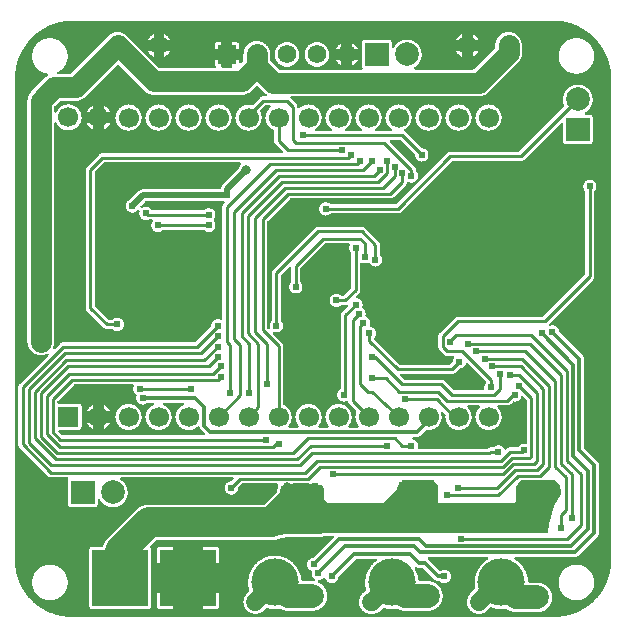
<source format=gbl>
G04 Layer: BottomLayer*
G04 EasyEDA v6.4.3, 2020-08-11T17:18:08--5:00*
G04 523c64261a8a49868803854cdfc33515,7c1e8d740ba24e6f83eb2d53d3341807,10*
G04 Gerber Generator version 0.2*
G04 Scale: 100 percent, Rotated: No, Reflected: No *
G04 Dimensions in millimeters *
G04 leading zeros omitted , absolute positions ,3 integer and 3 decimal *
%FSLAX33Y33*%
%MOMM*%
G90*
G71D02*

%ADD10C,0.254000*%
%ADD12C,0.299999*%
%ADD14C,1.499997*%
%ADD15C,0.999998*%
%ADD16C,0.499999*%
%ADD17C,1.750009*%
%ADD23C,0.649986*%
%ADD24C,0.609600*%
%ADD25C,0.620014*%
%ADD26C,0.799998*%
%ADD27C,0.610006*%
%ADD47C,3.999992*%
%ADD48C,1.999996*%
%ADD49R,4.750003X4.750003*%
%ADD51C,1.599997*%
%ADD52C,1.574800*%
%ADD54C,1.699997*%
%ADD56C,2.499995*%
%ADD57C,0.275006*%

%LPD*%
G36*
G01X45900Y50743D02*
G01X5099Y50743D01*
G01X4999Y50742D01*
G01X4899Y50739D01*
G01X4799Y50734D01*
G01X4700Y50726D01*
G01X4600Y50717D01*
G01X4500Y50706D01*
G01X4401Y50692D01*
G01X4302Y50677D01*
G01X4204Y50659D01*
G01X4106Y50640D01*
G01X4008Y50618D01*
G01X3910Y50595D01*
G01X3814Y50569D01*
G01X3717Y50542D01*
G01X3622Y50512D01*
G01X3527Y50481D01*
G01X3432Y50447D01*
G01X3339Y50412D01*
G01X3246Y50374D01*
G01X3154Y50335D01*
G01X3063Y50294D01*
G01X2972Y50251D01*
G01X2883Y50206D01*
G01X2794Y50159D01*
G01X2707Y50111D01*
G01X2620Y50060D01*
G01X2535Y50008D01*
G01X2450Y49954D01*
G01X2367Y49899D01*
G01X2285Y49841D01*
G01X2204Y49782D01*
G01X2125Y49722D01*
G01X2046Y49659D01*
G01X1969Y49595D01*
G01X1893Y49530D01*
G01X1819Y49463D01*
G01X1746Y49394D01*
G01X1675Y49324D01*
G01X1605Y49253D01*
G01X1536Y49180D01*
G01X1469Y49106D01*
G01X1404Y49030D01*
G01X1340Y48953D01*
G01X1277Y48874D01*
G01X1217Y48795D01*
G01X1158Y48714D01*
G01X1100Y48632D01*
G01X1045Y48549D01*
G01X991Y48464D01*
G01X939Y48379D01*
G01X888Y48292D01*
G01X840Y48205D01*
G01X793Y48116D01*
G01X748Y48027D01*
G01X705Y47936D01*
G01X664Y47845D01*
G01X625Y47753D01*
G01X587Y47660D01*
G01X552Y47567D01*
G01X518Y47472D01*
G01X487Y47377D01*
G01X457Y47282D01*
G01X430Y47185D01*
G01X404Y47089D01*
G01X381Y46991D01*
G01X359Y46893D01*
G01X340Y46795D01*
G01X322Y46697D01*
G01X307Y46598D01*
G01X293Y46499D01*
G01X282Y46399D01*
G01X273Y46299D01*
G01X265Y46200D01*
G01X260Y46100D01*
G01X257Y46000D01*
G01X256Y45900D01*
G01X256Y5099D01*
G01X257Y4999D01*
G01X260Y4899D01*
G01X265Y4799D01*
G01X273Y4700D01*
G01X282Y4600D01*
G01X293Y4500D01*
G01X307Y4401D01*
G01X322Y4302D01*
G01X340Y4204D01*
G01X359Y4106D01*
G01X381Y4008D01*
G01X404Y3910D01*
G01X430Y3814D01*
G01X457Y3717D01*
G01X487Y3622D01*
G01X518Y3527D01*
G01X552Y3432D01*
G01X587Y3339D01*
G01X625Y3246D01*
G01X664Y3154D01*
G01X705Y3063D01*
G01X748Y2972D01*
G01X793Y2883D01*
G01X840Y2794D01*
G01X888Y2707D01*
G01X939Y2620D01*
G01X991Y2535D01*
G01X1045Y2450D01*
G01X1100Y2367D01*
G01X1158Y2285D01*
G01X1217Y2204D01*
G01X1277Y2125D01*
G01X1340Y2046D01*
G01X1404Y1969D01*
G01X1469Y1893D01*
G01X1536Y1819D01*
G01X1605Y1746D01*
G01X1675Y1675D01*
G01X1746Y1605D01*
G01X1819Y1536D01*
G01X1893Y1469D01*
G01X1969Y1404D01*
G01X2046Y1340D01*
G01X2125Y1277D01*
G01X2204Y1217D01*
G01X2285Y1158D01*
G01X2367Y1100D01*
G01X2450Y1045D01*
G01X2535Y991D01*
G01X2620Y939D01*
G01X2707Y888D01*
G01X2794Y840D01*
G01X2883Y793D01*
G01X2972Y748D01*
G01X3063Y705D01*
G01X3154Y664D01*
G01X3246Y625D01*
G01X3339Y587D01*
G01X3432Y552D01*
G01X3527Y518D01*
G01X3622Y487D01*
G01X3717Y457D01*
G01X3814Y430D01*
G01X3910Y404D01*
G01X4008Y381D01*
G01X4106Y359D01*
G01X4204Y340D01*
G01X4302Y322D01*
G01X4401Y307D01*
G01X4500Y293D01*
G01X4600Y282D01*
G01X4700Y273D01*
G01X4799Y265D01*
G01X4899Y260D01*
G01X4999Y257D01*
G01X5099Y256D01*
G01X45900Y256D01*
G01X46000Y257D01*
G01X46100Y260D01*
G01X46200Y265D01*
G01X46299Y273D01*
G01X46399Y282D01*
G01X46499Y293D01*
G01X46598Y307D01*
G01X46697Y322D01*
G01X46795Y340D01*
G01X46893Y359D01*
G01X46991Y381D01*
G01X47089Y404D01*
G01X47185Y430D01*
G01X47282Y457D01*
G01X47377Y487D01*
G01X47472Y518D01*
G01X47567Y552D01*
G01X47660Y587D01*
G01X47753Y625D01*
G01X47845Y664D01*
G01X47936Y705D01*
G01X48027Y748D01*
G01X48116Y793D01*
G01X48205Y840D01*
G01X48292Y888D01*
G01X48379Y939D01*
G01X48464Y991D01*
G01X48549Y1045D01*
G01X48632Y1100D01*
G01X48714Y1158D01*
G01X48795Y1217D01*
G01X48874Y1277D01*
G01X48953Y1340D01*
G01X49030Y1404D01*
G01X49106Y1469D01*
G01X49180Y1536D01*
G01X49253Y1605D01*
G01X49324Y1675D01*
G01X49394Y1746D01*
G01X49463Y1819D01*
G01X49530Y1893D01*
G01X49595Y1969D01*
G01X49659Y2046D01*
G01X49722Y2125D01*
G01X49782Y2204D01*
G01X49841Y2285D01*
G01X49899Y2367D01*
G01X49954Y2450D01*
G01X50008Y2535D01*
G01X50060Y2620D01*
G01X50111Y2707D01*
G01X50159Y2794D01*
G01X50206Y2883D01*
G01X50251Y2972D01*
G01X50294Y3063D01*
G01X50335Y3154D01*
G01X50374Y3246D01*
G01X50412Y3339D01*
G01X50447Y3432D01*
G01X50481Y3527D01*
G01X50512Y3622D01*
G01X50542Y3717D01*
G01X50569Y3814D01*
G01X50595Y3910D01*
G01X50618Y4008D01*
G01X50640Y4106D01*
G01X50659Y4204D01*
G01X50677Y4302D01*
G01X50692Y4401D01*
G01X50706Y4500D01*
G01X50717Y4600D01*
G01X50726Y4700D01*
G01X50734Y4799D01*
G01X50739Y4899D01*
G01X50742Y4999D01*
G01X50743Y5099D01*
G01X50743Y45900D01*
G01X50742Y46000D01*
G01X50739Y46100D01*
G01X50734Y46200D01*
G01X50726Y46299D01*
G01X50717Y46399D01*
G01X50706Y46499D01*
G01X50692Y46598D01*
G01X50677Y46697D01*
G01X50659Y46795D01*
G01X50640Y46893D01*
G01X50618Y46991D01*
G01X50595Y47089D01*
G01X50569Y47185D01*
G01X50542Y47282D01*
G01X50512Y47377D01*
G01X50481Y47472D01*
G01X50447Y47567D01*
G01X50412Y47660D01*
G01X50374Y47753D01*
G01X50335Y47845D01*
G01X50294Y47936D01*
G01X50251Y48027D01*
G01X50206Y48116D01*
G01X50159Y48205D01*
G01X50111Y48292D01*
G01X50060Y48379D01*
G01X50008Y48464D01*
G01X49954Y48549D01*
G01X49899Y48632D01*
G01X49841Y48714D01*
G01X49782Y48795D01*
G01X49722Y48874D01*
G01X49659Y48953D01*
G01X49595Y49030D01*
G01X49530Y49106D01*
G01X49463Y49180D01*
G01X49394Y49253D01*
G01X49324Y49324D01*
G01X49253Y49394D01*
G01X49180Y49463D01*
G01X49106Y49530D01*
G01X49030Y49595D01*
G01X48953Y49659D01*
G01X48874Y49722D01*
G01X48795Y49782D01*
G01X48714Y49841D01*
G01X48632Y49899D01*
G01X48549Y49954D01*
G01X48464Y50008D01*
G01X48379Y50060D01*
G01X48292Y50111D01*
G01X48205Y50159D01*
G01X48116Y50206D01*
G01X48027Y50251D01*
G01X47936Y50294D01*
G01X47845Y50335D01*
G01X47753Y50374D01*
G01X47660Y50412D01*
G01X47567Y50447D01*
G01X47472Y50481D01*
G01X47377Y50512D01*
G01X47282Y50542D01*
G01X47185Y50569D01*
G01X47089Y50595D01*
G01X46991Y50618D01*
G01X46893Y50640D01*
G01X46795Y50659D01*
G01X46697Y50677D01*
G01X46598Y50692D01*
G01X46499Y50706D01*
G01X46399Y50717D01*
G01X46299Y50726D01*
G01X46200Y50734D01*
G01X46100Y50739D01*
G01X46000Y50742D01*
G01X45900Y50743D01*
G37*

%LPC*%
G36*
G01X42096Y49778D02*
G01X42048Y49779D01*
G01X42000Y49778D01*
G01X41952Y49775D01*
G01X41904Y49770D01*
G01X41856Y49763D01*
G01X41809Y49754D01*
G01X41762Y49743D01*
G01X41716Y49729D01*
G01X41671Y49714D01*
G01X41626Y49697D01*
G01X41581Y49679D01*
G01X41538Y49658D01*
G01X41496Y49635D01*
G01X41454Y49611D01*
G01X41414Y49585D01*
G01X41375Y49557D01*
G01X41337Y49528D01*
G01X41300Y49497D01*
G01X41265Y49464D01*
G01X41231Y49430D01*
G01X41198Y49395D01*
G01X41167Y49358D01*
G01X41138Y49320D01*
G01X41110Y49281D01*
G01X41084Y49241D01*
G01X41060Y49199D01*
G01X41037Y49157D01*
G01X41016Y49114D01*
G01X40998Y49069D01*
G01X40981Y49024D01*
G01X40966Y48979D01*
G01X40953Y48933D01*
G01X40941Y48886D01*
G01X40932Y48839D01*
G01X40925Y48791D01*
G01X40920Y48743D01*
G01X40917Y48695D01*
G01X40916Y48647D01*
G01X40916Y48497D01*
G01X40915Y48481D01*
G01X40911Y48465D01*
G01X40905Y48451D01*
G01X40897Y48437D01*
G01X40886Y48425D01*
G01X39096Y46635D01*
G01X39084Y46625D01*
G01X39071Y46616D01*
G01X39056Y46610D01*
G01X39040Y46607D01*
G01X39024Y46605D01*
G01X34112Y46605D01*
G01X34097Y46606D01*
G01X34083Y46609D01*
G01X34070Y46614D01*
G01X34057Y46621D01*
G01X34045Y46630D01*
G01X34035Y46640D01*
G01X34026Y46652D01*
G01X34014Y46678D01*
G01X34011Y46692D01*
G01X34010Y46707D01*
G01X34011Y46722D01*
G01X34015Y46737D01*
G01X34021Y46751D01*
G01X34028Y46764D01*
G01X34038Y46776D01*
G01X34049Y46787D01*
G01X34062Y46795D01*
G01X34105Y46821D01*
G01X34148Y46849D01*
G01X34189Y46879D01*
G01X34229Y46910D01*
G01X34268Y46943D01*
G01X34306Y46977D01*
G01X34342Y47013D01*
G01X34377Y47050D01*
G01X34410Y47089D01*
G01X34441Y47129D01*
G01X34471Y47170D01*
G01X34499Y47212D01*
G01X34526Y47256D01*
G01X34550Y47300D01*
G01X34573Y47345D01*
G01X34594Y47392D01*
G01X34613Y47439D01*
G01X34630Y47487D01*
G01X34646Y47535D01*
G01X34659Y47584D01*
G01X34670Y47634D01*
G01X34679Y47684D01*
G01X34687Y47734D01*
G01X34692Y47785D01*
G01X34695Y47836D01*
G01X34696Y47887D01*
G01X34695Y47937D01*
G01X34692Y47988D01*
G01X34687Y48038D01*
G01X34679Y48088D01*
G01X34670Y48138D01*
G01X34659Y48187D01*
G01X34646Y48236D01*
G01X34631Y48285D01*
G01X34614Y48332D01*
G01X34595Y48379D01*
G01X34574Y48425D01*
G01X34552Y48471D01*
G01X34527Y48515D01*
G01X34501Y48558D01*
G01X34473Y48601D01*
G01X34444Y48642D01*
G01X34413Y48681D01*
G01X34380Y48720D01*
G01X34345Y48757D01*
G01X34310Y48793D01*
G01X34272Y48827D01*
G01X34234Y48860D01*
G01X34194Y48891D01*
G01X34153Y48921D01*
G01X34111Y48949D01*
G01X34068Y48975D01*
G01X34023Y48999D01*
G01X33978Y49022D01*
G01X33932Y49043D01*
G01X33885Y49062D01*
G01X33837Y49079D01*
G01X33789Y49094D01*
G01X33740Y49107D01*
G01X33691Y49118D01*
G01X33641Y49127D01*
G01X33591Y49134D01*
G01X33540Y49139D01*
G01X33490Y49142D01*
G01X33439Y49143D01*
G01X33388Y49142D01*
G01X33337Y49139D01*
G01X33287Y49134D01*
G01X33236Y49127D01*
G01X33186Y49117D01*
G01X33136Y49106D01*
G01X33087Y49093D01*
G01X33038Y49078D01*
G01X32990Y49060D01*
G01X32943Y49041D01*
G01X32897Y49020D01*
G01X32851Y48997D01*
G01X32806Y48972D01*
G01X32763Y48946D01*
G01X32720Y48917D01*
G01X32679Y48887D01*
G01X32639Y48856D01*
G01X32563Y48788D01*
G01X32527Y48751D01*
G01X32493Y48714D01*
G01X32460Y48674D01*
G01X32429Y48634D01*
G01X32400Y48592D01*
G01X32372Y48550D01*
G01X32346Y48506D01*
G01X32337Y48493D01*
G01X32327Y48482D01*
G01X32315Y48472D01*
G01X32302Y48464D01*
G01X32288Y48459D01*
G01X32273Y48455D01*
G01X32257Y48454D01*
G01X32243Y48455D01*
G01X32229Y48458D01*
G01X32215Y48463D01*
G01X32202Y48470D01*
G01X32191Y48479D01*
G01X32181Y48489D01*
G01X32172Y48501D01*
G01X32165Y48514D01*
G01X32160Y48527D01*
G01X32157Y48541D01*
G01X32156Y48556D01*
G01X32156Y48887D01*
G01X32155Y48910D01*
G01X32151Y48934D01*
G01X32146Y48957D01*
G01X32138Y48979D01*
G01X32129Y49001D01*
G01X32117Y49022D01*
G01X32104Y49041D01*
G01X32089Y49060D01*
G01X32072Y49076D01*
G01X32054Y49091D01*
G01X32034Y49105D01*
G01X32014Y49116D01*
G01X31992Y49126D01*
G01X31969Y49133D01*
G01X31946Y49139D01*
G01X31923Y49142D01*
G01X31899Y49143D01*
G01X29899Y49143D01*
G01X29876Y49142D01*
G01X29852Y49139D01*
G01X29829Y49133D01*
G01X29807Y49126D01*
G01X29785Y49116D01*
G01X29764Y49105D01*
G01X29745Y49091D01*
G01X29726Y49076D01*
G01X29710Y49060D01*
G01X29695Y49041D01*
G01X29681Y49022D01*
G01X29670Y49001D01*
G01X29660Y48979D01*
G01X29653Y48957D01*
G01X29647Y48934D01*
G01X29644Y48910D01*
G01X29643Y48887D01*
G01X29643Y46887D01*
G01X29644Y46860D01*
G01X29648Y46833D01*
G01X29655Y46807D01*
G01X29665Y46782D01*
G01X29685Y46742D01*
G01X29690Y46725D01*
G01X29691Y46707D01*
G01X29690Y46692D01*
G01X29687Y46678D01*
G01X29682Y46665D01*
G01X29675Y46652D01*
G01X29666Y46640D01*
G01X29656Y46630D01*
G01X29644Y46621D01*
G01X29632Y46614D01*
G01X29618Y46609D01*
G01X29604Y46606D01*
G01X29590Y46605D01*
G01X22647Y46605D01*
G01X22631Y46607D01*
G01X22616Y46610D01*
G01X22601Y46616D01*
G01X22587Y46625D01*
G01X22575Y46635D01*
G01X21901Y47310D01*
G01X21890Y47322D01*
G01X21882Y47335D01*
G01X21876Y47350D01*
G01X21872Y47366D01*
G01X21871Y47382D01*
G01X21871Y47884D01*
G01X21870Y47932D01*
G01X21867Y47980D01*
G01X21862Y48028D01*
G01X21854Y48075D01*
G01X21845Y48123D01*
G01X21834Y48169D01*
G01X21821Y48216D01*
G01X21806Y48261D01*
G01X21789Y48306D01*
G01X21770Y48350D01*
G01X21750Y48394D01*
G01X21727Y48436D01*
G01X21703Y48477D01*
G01X21677Y48518D01*
G01X21649Y48557D01*
G01X21620Y48595D01*
G01X21589Y48632D01*
G01X21556Y48667D01*
G01X21522Y48701D01*
G01X21487Y48734D01*
G01X21450Y48765D01*
G01X21412Y48794D01*
G01X21373Y48822D01*
G01X21333Y48848D01*
G01X21291Y48872D01*
G01X21249Y48895D01*
G01X21205Y48915D01*
G01X21161Y48934D01*
G01X21116Y48951D01*
G01X21071Y48966D01*
G01X21024Y48979D01*
G01X20978Y48990D01*
G01X20930Y48999D01*
G01X20883Y49007D01*
G01X20835Y49012D01*
G01X20787Y49015D01*
G01X20739Y49016D01*
G01X20691Y49015D01*
G01X20643Y49012D01*
G01X20595Y49007D01*
G01X20548Y48999D01*
G01X20501Y48990D01*
G01X20454Y48979D01*
G01X20408Y48966D01*
G01X20362Y48951D01*
G01X20317Y48934D01*
G01X20273Y48915D01*
G01X20230Y48895D01*
G01X20187Y48872D01*
G01X20146Y48848D01*
G01X20106Y48822D01*
G01X20066Y48794D01*
G01X20028Y48765D01*
G01X19992Y48734D01*
G01X19956Y48701D01*
G01X19922Y48667D01*
G01X19890Y48632D01*
G01X19859Y48595D01*
G01X19829Y48557D01*
G01X19802Y48518D01*
G01X19776Y48477D01*
G01X19751Y48436D01*
G01X19729Y48394D01*
G01X19708Y48350D01*
G01X19689Y48306D01*
G01X19672Y48261D01*
G01X19657Y48216D01*
G01X19644Y48169D01*
G01X19633Y48123D01*
G01X19624Y48075D01*
G01X19617Y48028D01*
G01X19612Y47980D01*
G01X19609Y47932D01*
G01X19608Y47884D01*
G01X19608Y47382D01*
G01X19606Y47366D01*
G01X19603Y47350D01*
G01X19597Y47335D01*
G01X19588Y47322D01*
G01X19578Y47310D01*
G01X19417Y47149D01*
G01X19405Y47138D01*
G01X19391Y47130D01*
G01X19376Y47124D01*
G01X19361Y47120D01*
G01X19345Y47119D01*
G01X19331Y47120D01*
G01X19316Y47123D01*
G01X19303Y47128D01*
G01X19290Y47135D01*
G01X19279Y47144D01*
G01X19268Y47154D01*
G01X19260Y47166D01*
G01X19253Y47178D01*
G01X19248Y47192D01*
G01X19244Y47206D01*
G01X19243Y47220D01*
G01X19243Y47428D01*
G01X18657Y47428D01*
G01X18657Y46834D01*
G01X18656Y46819D01*
G01X18653Y46805D01*
G01X18648Y46792D01*
G01X18641Y46779D01*
G01X18632Y46767D01*
G01X18622Y46757D01*
G01X18610Y46748D01*
G01X18597Y46741D01*
G01X18584Y46736D01*
G01X18570Y46733D01*
G01X18555Y46732D01*
G01X17844Y46732D01*
G01X17829Y46733D01*
G01X17815Y46736D01*
G01X17802Y46741D01*
G01X17789Y46748D01*
G01X17777Y46757D01*
G01X17767Y46767D01*
G01X17758Y46779D01*
G01X17751Y46792D01*
G01X17746Y46805D01*
G01X17743Y46819D01*
G01X17742Y46834D01*
G01X17742Y47428D01*
G01X17156Y47428D01*
G01X17156Y47098D01*
G01X17157Y47074D01*
G01X17160Y47051D01*
G01X17165Y47028D01*
G01X17173Y47006D01*
G01X17182Y46984D01*
G01X17194Y46963D01*
G01X17207Y46944D01*
G01X17222Y46926D01*
G01X17239Y46909D01*
G01X17250Y46896D01*
G01X17260Y46882D01*
G01X17266Y46867D01*
G01X17271Y46851D01*
G01X17272Y46834D01*
G01X17271Y46819D01*
G01X17268Y46805D01*
G01X17263Y46792D01*
G01X17256Y46779D01*
G01X17247Y46767D01*
G01X17237Y46757D01*
G01X17225Y46748D01*
G01X17213Y46741D01*
G01X17199Y46736D01*
G01X17185Y46733D01*
G01X17170Y46732D01*
G01X12515Y46732D01*
G01X12499Y46734D01*
G01X12483Y46737D01*
G01X12469Y46743D01*
G01X12455Y46752D01*
G01X12443Y46762D01*
G01X9756Y49447D01*
G01X9720Y49481D01*
G01X9683Y49513D01*
G01X9645Y49544D01*
G01X9605Y49573D01*
G01X9564Y49601D01*
G01X9522Y49626D01*
G01X9478Y49650D01*
G01X9434Y49672D01*
G01X9389Y49692D01*
G01X9343Y49710D01*
G01X9296Y49725D01*
G01X9249Y49739D01*
G01X9201Y49751D01*
G01X9153Y49761D01*
G01X9104Y49768D01*
G01X9055Y49773D01*
G01X9006Y49777D01*
G01X8956Y49778D01*
G01X8907Y49777D01*
G01X8858Y49773D01*
G01X8809Y49768D01*
G01X8760Y49761D01*
G01X8711Y49751D01*
G01X8663Y49739D01*
G01X8616Y49725D01*
G01X8569Y49710D01*
G01X8523Y49692D01*
G01X8478Y49672D01*
G01X8434Y49650D01*
G01X8391Y49626D01*
G01X8348Y49601D01*
G01X8307Y49573D01*
G01X8268Y49544D01*
G01X8229Y49513D01*
G01X8192Y49481D01*
G01X8156Y49447D01*
G01X4961Y46254D01*
G01X4949Y46244D01*
G01X4936Y46235D01*
G01X4921Y46229D01*
G01X4906Y46226D01*
G01X4890Y46224D01*
G01X3944Y46224D01*
G01X3930Y46225D01*
G01X3916Y46228D01*
G01X3902Y46233D01*
G01X3889Y46240D01*
G01X3878Y46249D01*
G01X3867Y46259D01*
G01X3859Y46271D01*
G01X3852Y46284D01*
G01X3847Y46297D01*
G01X3844Y46311D01*
G01X3843Y46326D01*
G01X3844Y46342D01*
G01X3847Y46357D01*
G01X3854Y46372D01*
G01X3862Y46386D01*
G01X3872Y46398D01*
G01X3884Y46408D01*
G01X3898Y46416D01*
G01X3948Y46443D01*
G01X3998Y46472D01*
G01X4046Y46503D01*
G01X4093Y46535D01*
G01X4139Y46569D01*
G01X4183Y46605D01*
G01X4226Y46643D01*
G01X4267Y46682D01*
G01X4308Y46723D01*
G01X4346Y46765D01*
G01X4383Y46809D01*
G01X4418Y46854D01*
G01X4451Y46900D01*
G01X4483Y46947D01*
G01X4513Y46996D01*
G01X4541Y47046D01*
G01X4567Y47097D01*
G01X4591Y47148D01*
G01X4613Y47201D01*
G01X4633Y47254D01*
G01X4651Y47309D01*
G01X4667Y47363D01*
G01X4681Y47419D01*
G01X4693Y47475D01*
G01X4703Y47531D01*
G01X4710Y47588D01*
G01X4716Y47644D01*
G01X4719Y47701D01*
G01X4720Y47758D01*
G01X4719Y47815D01*
G01X4716Y47871D01*
G01X4711Y47927D01*
G01X4703Y47983D01*
G01X4694Y48039D01*
G01X4682Y48094D01*
G01X4669Y48148D01*
G01X4653Y48203D01*
G01X4636Y48256D01*
G01X4616Y48309D01*
G01X4594Y48361D01*
G01X4571Y48412D01*
G01X4545Y48462D01*
G01X4518Y48512D01*
G01X4489Y48560D01*
G01X4458Y48607D01*
G01X4426Y48653D01*
G01X4391Y48698D01*
G01X4355Y48741D01*
G01X4318Y48783D01*
G01X4279Y48824D01*
G01X4238Y48863D01*
G01X4196Y48900D01*
G01X4153Y48936D01*
G01X4108Y48971D01*
G01X4062Y49003D01*
G01X4015Y49034D01*
G01X3967Y49063D01*
G01X3917Y49090D01*
G01X3867Y49116D01*
G01X3816Y49139D01*
G01X3764Y49161D01*
G01X3711Y49180D01*
G01X3658Y49198D01*
G01X3603Y49214D01*
G01X3549Y49227D01*
G01X3494Y49239D01*
G01X3438Y49248D01*
G01X3382Y49256D01*
G01X3326Y49261D01*
G01X3270Y49264D01*
G01X3213Y49265D01*
G01X3157Y49264D01*
G01X3101Y49261D01*
G01X3045Y49256D01*
G01X2989Y49248D01*
G01X2933Y49239D01*
G01X2878Y49227D01*
G01X2824Y49214D01*
G01X2769Y49198D01*
G01X2716Y49180D01*
G01X2663Y49161D01*
G01X2611Y49139D01*
G01X2560Y49116D01*
G01X2510Y49090D01*
G01X2460Y49063D01*
G01X2412Y49034D01*
G01X2365Y49003D01*
G01X2319Y48971D01*
G01X2274Y48936D01*
G01X2231Y48900D01*
G01X2189Y48863D01*
G01X2148Y48824D01*
G01X2109Y48783D01*
G01X2072Y48741D01*
G01X2036Y48698D01*
G01X2001Y48653D01*
G01X1969Y48607D01*
G01X1938Y48560D01*
G01X1909Y48512D01*
G01X1882Y48462D01*
G01X1856Y48412D01*
G01X1833Y48361D01*
G01X1811Y48309D01*
G01X1791Y48256D01*
G01X1774Y48203D01*
G01X1758Y48148D01*
G01X1745Y48094D01*
G01X1733Y48039D01*
G01X1724Y47983D01*
G01X1716Y47927D01*
G01X1711Y47871D01*
G01X1708Y47815D01*
G01X1707Y47758D01*
G01X1708Y47702D01*
G01X1711Y47645D01*
G01X1717Y47589D01*
G01X1724Y47533D01*
G01X1734Y47477D01*
G01X1745Y47421D01*
G01X1759Y47366D01*
G01X1775Y47312D01*
G01X1792Y47258D01*
G01X1812Y47205D01*
G01X1834Y47153D01*
G01X1858Y47101D01*
G01X1884Y47051D01*
G01X1911Y47001D01*
G01X1941Y46953D01*
G01X1972Y46905D01*
G01X2005Y46859D01*
G01X2039Y46814D01*
G01X2076Y46771D01*
G01X2114Y46729D01*
G01X2153Y46688D01*
G01X2194Y46649D01*
G01X2237Y46611D01*
G01X2281Y46576D01*
G01X2326Y46541D01*
G01X2372Y46509D01*
G01X2420Y46478D01*
G01X2468Y46449D01*
G01X2518Y46422D01*
G01X2569Y46397D01*
G01X2621Y46373D01*
G01X2673Y46352D01*
G01X2727Y46333D01*
G01X2780Y46315D01*
G01X2835Y46300D01*
G01X2890Y46287D01*
G01X2946Y46276D01*
G01X3002Y46267D01*
G01X3016Y46264D01*
G01X3030Y46259D01*
G01X3042Y46252D01*
G01X3054Y46243D01*
G01X3064Y46233D01*
G01X3073Y46221D01*
G01X3080Y46209D01*
G01X3085Y46195D01*
G01X3088Y46181D01*
G01X3089Y46166D01*
G01X3088Y46151D01*
G01X3084Y46136D01*
G01X3079Y46122D01*
G01X3071Y46109D01*
G01X3061Y46097D01*
G01X3050Y46086D01*
G01X3037Y46078D01*
G01X2994Y46052D01*
G01X2951Y46024D01*
G01X2910Y45994D01*
G01X2870Y45962D01*
G01X2831Y45928D01*
G01X2794Y45893D01*
G01X1651Y44750D01*
G01X1617Y44714D01*
G01X1584Y44677D01*
G01X1554Y44639D01*
G01X1524Y44599D01*
G01X1497Y44558D01*
G01X1471Y44516D01*
G01X1448Y44472D01*
G01X1426Y44428D01*
G01X1406Y44383D01*
G01X1388Y44337D01*
G01X1372Y44290D01*
G01X1358Y44243D01*
G01X1347Y44195D01*
G01X1337Y44146D01*
G01X1329Y44097D01*
G01X1324Y44048D01*
G01X1321Y43999D01*
G01X1320Y43950D01*
G01X1320Y23561D01*
G01X1321Y23513D01*
G01X1324Y23465D01*
G01X1329Y23417D01*
G01X1336Y23370D01*
G01X1345Y23323D01*
G01X1356Y23276D01*
G01X1369Y23230D01*
G01X1384Y23184D01*
G01X1401Y23139D01*
G01X1420Y23095D01*
G01X1441Y23052D01*
G01X1463Y23009D01*
G01X1488Y22968D01*
G01X1514Y22928D01*
G01X1541Y22888D01*
G01X1571Y22850D01*
G01X1602Y22814D01*
G01X1634Y22778D01*
G01X1668Y22744D01*
G01X1704Y22712D01*
G01X1740Y22681D01*
G01X1778Y22651D01*
G01X1818Y22624D01*
G01X1858Y22598D01*
G01X1899Y22573D01*
G01X1942Y22551D01*
G01X1985Y22530D01*
G01X2029Y22511D01*
G01X2074Y22494D01*
G01X2120Y22479D01*
G01X2166Y22466D01*
G01X2213Y22455D01*
G01X2260Y22446D01*
G01X2307Y22439D01*
G01X2355Y22434D01*
G01X2403Y22431D01*
G01X2451Y22430D01*
G01X2500Y22431D01*
G01X2548Y22434D01*
G01X2596Y22439D01*
G01X2644Y22446D01*
G01X2692Y22455D01*
G01X2739Y22467D01*
G01X2785Y22480D01*
G01X2831Y22495D01*
G01X2876Y22513D01*
G01X2921Y22532D01*
G01X2964Y22553D01*
G01X2979Y22559D01*
G01X2995Y22562D01*
G01X3011Y22564D01*
G01X3025Y22563D01*
G01X3039Y22560D01*
G01X3053Y22555D01*
G01X3065Y22548D01*
G01X3077Y22539D01*
G01X3087Y22529D01*
G01X3096Y22517D01*
G01X3103Y22504D01*
G01X3108Y22491D01*
G01X3111Y22477D01*
G01X3112Y22462D01*
G01X3111Y22446D01*
G01X3107Y22431D01*
G01X3101Y22416D01*
G01X3093Y22402D01*
G01X3082Y22390D01*
G01X656Y19964D01*
G01X636Y19942D01*
G01X617Y19918D01*
G01X600Y19893D01*
G01X586Y19867D01*
G01X573Y19840D01*
G01X562Y19811D01*
G01X554Y19782D01*
G01X548Y19753D01*
G01X545Y19723D01*
G01X544Y19693D01*
G01X544Y14867D01*
G01X545Y14837D01*
G01X548Y14807D01*
G01X554Y14777D01*
G01X562Y14748D01*
G01X573Y14720D01*
G01X586Y14693D01*
G01X600Y14666D01*
G01X617Y14641D01*
G01X636Y14618D01*
G01X656Y14596D01*
G01X3069Y12183D01*
G01X3091Y12162D01*
G01X3115Y12143D01*
G01X3140Y12127D01*
G01X3166Y12112D01*
G01X3193Y12099D01*
G01X3222Y12089D01*
G01X3251Y12081D01*
G01X3280Y12075D01*
G01X3310Y12071D01*
G01X3340Y12070D01*
G01X4691Y12070D01*
G01X4705Y12069D01*
G01X4719Y12066D01*
G01X4733Y12061D01*
G01X4746Y12054D01*
G01X4757Y12045D01*
G01X4767Y12035D01*
G01X4776Y12024D01*
G01X4783Y12011D01*
G01X4788Y11997D01*
G01X4791Y11983D01*
G01X4792Y11969D01*
G01X4791Y11952D01*
G01X4787Y11936D01*
G01X4781Y11921D01*
G01X4770Y11899D01*
G01X4762Y11875D01*
G01X4756Y11851D01*
G01X4752Y11826D01*
G01X4751Y11802D01*
G01X4751Y9802D01*
G01X4752Y9778D01*
G01X4755Y9754D01*
G01X4761Y9731D01*
G01X4768Y9709D01*
G01X4778Y9687D01*
G01X4789Y9666D01*
G01X4803Y9647D01*
G01X4818Y9629D01*
G01X4835Y9612D01*
G01X4853Y9597D01*
G01X4872Y9583D01*
G01X4893Y9572D01*
G01X4915Y9562D01*
G01X4937Y9555D01*
G01X4960Y9549D01*
G01X4984Y9546D01*
G01X5007Y9545D01*
G01X7007Y9545D01*
G01X7031Y9546D01*
G01X7055Y9549D01*
G01X7078Y9555D01*
G01X7100Y9562D01*
G01X7122Y9572D01*
G01X7143Y9583D01*
G01X7162Y9597D01*
G01X7180Y9612D01*
G01X7197Y9629D01*
G01X7212Y9647D01*
G01X7226Y9666D01*
G01X7237Y9687D01*
G01X7247Y9709D01*
G01X7254Y9731D01*
G01X7260Y9754D01*
G01X7263Y9778D01*
G01X7264Y9802D01*
G01X7264Y10132D01*
G01X7265Y10147D01*
G01X7268Y10161D01*
G01X7273Y10175D01*
G01X7280Y10187D01*
G01X7289Y10199D01*
G01X7299Y10209D01*
G01X7311Y10218D01*
G01X7323Y10225D01*
G01X7337Y10230D01*
G01X7351Y10233D01*
G01X7366Y10234D01*
G01X7381Y10233D01*
G01X7396Y10229D01*
G01X7410Y10224D01*
G01X7423Y10216D01*
G01X7435Y10206D01*
G01X7446Y10195D01*
G01X7454Y10182D01*
G01X7480Y10139D01*
G01X7508Y10096D01*
G01X7537Y10054D01*
G01X7569Y10014D01*
G01X7601Y9975D01*
G01X7636Y9937D01*
G01X7671Y9901D01*
G01X7709Y9866D01*
G01X7747Y9833D01*
G01X7787Y9801D01*
G01X7829Y9771D01*
G01X7871Y9743D01*
G01X7915Y9716D01*
G01X7959Y9691D01*
G01X8005Y9668D01*
G01X8051Y9647D01*
G01X8098Y9628D01*
G01X8146Y9611D01*
G01X8195Y9595D01*
G01X8244Y9582D01*
G01X8294Y9571D01*
G01X8344Y9562D01*
G01X8395Y9554D01*
G01X8446Y9549D01*
G01X8496Y9546D01*
G01X8547Y9545D01*
G01X8598Y9546D01*
G01X8649Y9549D01*
G01X8699Y9554D01*
G01X8749Y9561D01*
G01X8799Y9570D01*
G01X8848Y9581D01*
G01X8897Y9595D01*
G01X8945Y9610D01*
G01X8993Y9627D01*
G01X9040Y9646D01*
G01X9086Y9666D01*
G01X9131Y9689D01*
G01X9176Y9713D01*
G01X9219Y9739D01*
G01X9261Y9767D01*
G01X9302Y9797D01*
G01X9342Y9828D01*
G01X9381Y9861D01*
G01X9418Y9895D01*
G01X9454Y9931D01*
G01X9488Y9968D01*
G01X9521Y10007D01*
G01X9552Y10047D01*
G01X9582Y10088D01*
G01X9610Y10130D01*
G01X9636Y10173D01*
G01X9660Y10218D01*
G01X9683Y10263D01*
G01X9703Y10309D01*
G01X9722Y10356D01*
G01X9739Y10404D01*
G01X9754Y10452D01*
G01X9768Y10501D01*
G01X9779Y10550D01*
G01X9788Y10600D01*
G01X9795Y10650D01*
G01X9800Y10700D01*
G01X9803Y10751D01*
G01X9804Y10802D01*
G01X9803Y10853D01*
G01X9800Y10905D01*
G01X9794Y10957D01*
G01X9787Y11008D01*
G01X9777Y11059D01*
G01X9766Y11110D01*
G01X9752Y11160D01*
G01X9736Y11210D01*
G01X9718Y11258D01*
G01X9698Y11306D01*
G01X9676Y11354D01*
G01X9652Y11400D01*
G01X9627Y11445D01*
G01X9599Y11489D01*
G01X9570Y11532D01*
G01X9539Y11574D01*
G01X9506Y11614D01*
G01X9472Y11653D01*
G01X9436Y11690D01*
G01X9398Y11726D01*
G01X9359Y11761D01*
G01X9319Y11793D01*
G01X9277Y11824D01*
G01X9234Y11854D01*
G01X9190Y11881D01*
G01X9178Y11890D01*
G01X9167Y11900D01*
G01X9158Y11912D01*
G01X9150Y11925D01*
G01X9145Y11939D01*
G01X9142Y11954D01*
G01X9140Y11969D01*
G01X9142Y11983D01*
G01X9145Y11997D01*
G01X9150Y12011D01*
G01X9157Y12024D01*
G01X9165Y12035D01*
G01X9176Y12045D01*
G01X9187Y12054D01*
G01X9200Y12061D01*
G01X9213Y12066D01*
G01X9228Y12069D01*
G01X9242Y12070D01*
G01X18682Y12070D01*
G01X18696Y12069D01*
G01X18710Y12066D01*
G01X18724Y12061D01*
G01X18736Y12054D01*
G01X18748Y12045D01*
G01X18758Y12035D01*
G01X18767Y12024D01*
G01X18774Y12011D01*
G01X18779Y11997D01*
G01X18782Y11983D01*
G01X18783Y11969D01*
G01X18782Y11953D01*
G01X18778Y11937D01*
G01X18772Y11922D01*
G01X18764Y11909D01*
G01X18753Y11897D01*
G01X18635Y11779D01*
G01X18623Y11768D01*
G01X18610Y11760D01*
G01X18596Y11754D01*
G01X18581Y11750D01*
G01X18566Y11749D01*
G01X18531Y11747D01*
G01X18496Y11743D01*
G01X18462Y11736D01*
G01X18428Y11728D01*
G01X18394Y11718D01*
G01X18362Y11705D01*
G01X18330Y11691D01*
G01X18299Y11674D01*
G01X18269Y11656D01*
G01X18240Y11636D01*
G01X18213Y11614D01*
G01X18187Y11590D01*
G01X18163Y11565D01*
G01X18140Y11539D01*
G01X18119Y11511D01*
G01X18099Y11482D01*
G01X18082Y11451D01*
G01X18066Y11420D01*
G01X18052Y11388D01*
G01X18041Y11355D01*
G01X18031Y11321D01*
G01X18024Y11287D01*
G01X18018Y11252D01*
G01X18015Y11217D01*
G01X18014Y11182D01*
G01X18015Y11148D01*
G01X18018Y11114D01*
G01X18023Y11080D01*
G01X18030Y11047D01*
G01X18040Y11014D01*
G01X18051Y10982D01*
G01X18064Y10950D01*
G01X18079Y10919D01*
G01X18096Y10889D01*
G01X18114Y10861D01*
G01X18135Y10833D01*
G01X18156Y10807D01*
G01X18180Y10782D01*
G01X18205Y10758D01*
G01X18231Y10736D01*
G01X18259Y10716D01*
G01X18287Y10698D01*
G01X18317Y10681D01*
G01X18348Y10666D01*
G01X18380Y10653D01*
G01X18412Y10642D01*
G01X18445Y10632D01*
G01X18478Y10625D01*
G01X18512Y10620D01*
G01X18546Y10617D01*
G01X18580Y10616D01*
G01X18615Y10617D01*
G01X18650Y10620D01*
G01X18685Y10626D01*
G01X18719Y10633D01*
G01X18752Y10643D01*
G01X18785Y10654D01*
G01X18818Y10668D01*
G01X18849Y10684D01*
G01X18879Y10701D01*
G01X18908Y10720D01*
G01X18936Y10741D01*
G01X18963Y10764D01*
G01X18988Y10788D01*
G01X19011Y10814D01*
G01X19033Y10842D01*
G01X19053Y10870D01*
G01X19072Y10900D01*
G01X19088Y10931D01*
G01X19103Y10962D01*
G01X19115Y10995D01*
G01X19126Y11028D01*
G01X19134Y11062D01*
G01X19140Y11097D01*
G01X19145Y11131D01*
G01X19147Y11166D01*
G01X19148Y11181D01*
G01X19152Y11196D01*
G01X19158Y11210D01*
G01X19167Y11223D01*
G01X19177Y11235D01*
G01X19474Y11532D01*
G01X19486Y11543D01*
G01X19500Y11551D01*
G01X19514Y11557D01*
G01X19530Y11561D01*
G01X19546Y11562D01*
G01X22447Y11562D01*
G01X22461Y11561D01*
G01X22475Y11558D01*
G01X22489Y11553D01*
G01X22502Y11546D01*
G01X22513Y11537D01*
G01X22524Y11527D01*
G01X22532Y11516D01*
G01X22539Y11503D01*
G01X22544Y11489D01*
G01X22547Y11475D01*
G01X22548Y11461D01*
G01X22547Y11446D01*
G01X22544Y11432D01*
G01X22539Y11418D01*
G01X22530Y11396D01*
G01X22523Y11374D01*
G01X22518Y11352D01*
G01X22434Y10843D01*
G01X22430Y10827D01*
G01X22424Y10813D01*
G01X22415Y10799D01*
G01X22405Y10787D01*
G01X21416Y9799D01*
G01X21403Y9789D01*
G01X21390Y9780D01*
G01X21375Y9774D01*
G01X21360Y9771D01*
G01X21344Y9769D01*
G01X11590Y9769D01*
G01X11534Y9768D01*
G01X11478Y9765D01*
G01X11421Y9760D01*
G01X11366Y9752D01*
G01X11310Y9743D01*
G01X11255Y9731D01*
G01X11200Y9718D01*
G01X11146Y9702D01*
G01X11093Y9685D01*
G01X11040Y9665D01*
G01X10988Y9644D01*
G01X10936Y9620D01*
G01X10886Y9595D01*
G01X10837Y9567D01*
G01X10789Y9538D01*
G01X10741Y9507D01*
G01X10696Y9475D01*
G01X10651Y9441D01*
G01X10607Y9405D01*
G01X10565Y9367D01*
G01X10525Y9328D01*
G01X8117Y6920D01*
G01X8076Y6878D01*
G01X8037Y6834D01*
G01X8000Y6788D01*
G01X7964Y6741D01*
G01X7930Y6693D01*
G01X7899Y6644D01*
G01X7869Y6593D01*
G01X7841Y6541D01*
G01X7815Y6488D01*
G01X7792Y6434D01*
G01X7770Y6380D01*
G01X7751Y6324D01*
G01X7733Y6268D01*
G01X7728Y6254D01*
G01X7722Y6241D01*
G01X7713Y6230D01*
G01X7703Y6219D01*
G01X7691Y6210D01*
G01X7678Y6203D01*
G01X7665Y6198D01*
G01X7650Y6195D01*
G01X7636Y6194D01*
G01X6807Y6194D01*
G01X6784Y6193D01*
G01X6760Y6190D01*
G01X6737Y6184D01*
G01X6715Y6177D01*
G01X6693Y6167D01*
G01X6672Y6156D01*
G01X6653Y6142D01*
G01X6635Y6127D01*
G01X6618Y6110D01*
G01X6603Y6092D01*
G01X6589Y6073D01*
G01X6578Y6052D01*
G01X6568Y6030D01*
G01X6561Y6008D01*
G01X6555Y5985D01*
G01X6552Y5961D01*
G01X6551Y5938D01*
G01X6551Y1188D01*
G01X6552Y1164D01*
G01X6555Y1140D01*
G01X6561Y1117D01*
G01X6568Y1095D01*
G01X6578Y1073D01*
G01X6589Y1052D01*
G01X6603Y1033D01*
G01X6618Y1015D01*
G01X6635Y998D01*
G01X6653Y983D01*
G01X6672Y969D01*
G01X6693Y958D01*
G01X6715Y948D01*
G01X6737Y941D01*
G01X6760Y935D01*
G01X6784Y932D01*
G01X6807Y931D01*
G01X11557Y931D01*
G01X11581Y932D01*
G01X11605Y935D01*
G01X11628Y941D01*
G01X11650Y948D01*
G01X11672Y958D01*
G01X11693Y969D01*
G01X11712Y983D01*
G01X11730Y998D01*
G01X11747Y1015D01*
G01X11762Y1033D01*
G01X11776Y1052D01*
G01X11787Y1073D01*
G01X11797Y1095D01*
G01X11804Y1117D01*
G01X11810Y1140D01*
G01X11813Y1164D01*
G01X11814Y1188D01*
G01X11814Y5938D01*
G01X11813Y5961D01*
G01X11810Y5984D01*
G01X11804Y6007D01*
G01X11797Y6029D01*
G01X11788Y6051D01*
G01X11777Y6071D01*
G01X11749Y6109D01*
G01X11732Y6125D01*
G01X11721Y6138D01*
G01X11712Y6152D01*
G01X11705Y6167D01*
G01X11701Y6183D01*
G01X11700Y6200D01*
G01X11701Y6216D01*
G01X11705Y6231D01*
G01X11711Y6246D01*
G01X11719Y6259D01*
G01X11730Y6272D01*
G01X12184Y6726D01*
G01X12197Y6737D01*
G01X12210Y6745D01*
G01X12225Y6751D01*
G01X12240Y6755D01*
G01X12256Y6756D01*
G01X22009Y6756D01*
G01X22066Y6757D01*
G01X22123Y6760D01*
G01X22179Y6766D01*
G01X22236Y6773D01*
G01X22292Y6783D01*
G01X22347Y6795D01*
G01X22402Y6808D01*
G01X22457Y6824D01*
G01X22511Y6842D01*
G01X22564Y6862D01*
G01X22616Y6884D01*
G01X22668Y6908D01*
G01X22718Y6934D01*
G01X22738Y6942D01*
G01X22759Y6945D01*
G01X23412Y6989D01*
G01X25946Y6989D01*
G01X25972Y6990D01*
G01X25997Y6994D01*
G01X26632Y7121D01*
G01X26669Y7131D01*
G01X26686Y7136D01*
G01X26703Y7137D01*
G01X27176Y7137D01*
G01X27190Y7136D01*
G01X27204Y7133D01*
G01X27218Y7128D01*
G01X27231Y7121D01*
G01X27242Y7112D01*
G01X27252Y7102D01*
G01X27261Y7091D01*
G01X27268Y7078D01*
G01X27273Y7064D01*
G01X27276Y7050D01*
G01X27277Y7036D01*
G01X27276Y7020D01*
G01X27272Y7004D01*
G01X27266Y6990D01*
G01X27258Y6976D01*
G01X27248Y6964D01*
G01X25586Y5300D01*
G01X25575Y5290D01*
G01X25563Y5283D01*
G01X25550Y5277D01*
G01X25536Y5272D01*
G01X25522Y5270D01*
G01X25486Y5266D01*
G01X25452Y5260D01*
G01X25417Y5252D01*
G01X25384Y5242D01*
G01X25351Y5230D01*
G01X25319Y5215D01*
G01X25287Y5199D01*
G01X25257Y5181D01*
G01X25228Y5161D01*
G01X25201Y5139D01*
G01X25174Y5115D01*
G01X25150Y5090D01*
G01X25127Y5064D01*
G01X25105Y5036D01*
G01X25085Y5006D01*
G01X25068Y4976D01*
G01X25052Y4944D01*
G01X25038Y4912D01*
G01X25026Y4879D01*
G01X25016Y4845D01*
G01X25009Y4811D01*
G01X25003Y4776D01*
G01X25000Y4741D01*
G01X24999Y4705D01*
G01X25000Y4671D01*
G01X25003Y4637D01*
G01X25008Y4603D01*
G01X25016Y4569D01*
G01X25025Y4536D01*
G01X25036Y4503D01*
G01X25049Y4472D01*
G01X25065Y4441D01*
G01X25082Y4411D01*
G01X25100Y4382D01*
G01X25121Y4354D01*
G01X25143Y4328D01*
G01X25167Y4303D01*
G01X25192Y4279D01*
G01X25246Y4237D01*
G01X25275Y4219D01*
G01X25306Y4202D01*
G01X25337Y4187D01*
G01X25350Y4180D01*
G01X25361Y4172D01*
G01X25372Y4161D01*
G01X25381Y4150D01*
G01X25388Y4137D01*
G01X25393Y4123D01*
G01X25396Y4109D01*
G01X25397Y4094D01*
G01X25395Y4071D01*
G01X25386Y4029D01*
G01X25382Y3986D01*
G01X25380Y3943D01*
G01X25381Y3909D01*
G01X25384Y3875D01*
G01X25389Y3840D01*
G01X25397Y3807D01*
G01X25406Y3773D01*
G01X25417Y3741D01*
G01X25431Y3709D01*
G01X25446Y3678D01*
G01X25463Y3648D01*
G01X25482Y3619D01*
G01X25503Y3591D01*
G01X25525Y3565D01*
G01X25549Y3540D01*
G01X25574Y3516D01*
G01X25601Y3494D01*
G01X25629Y3474D01*
G01X25642Y3464D01*
G01X25653Y3452D01*
G01X25662Y3438D01*
G01X25668Y3423D01*
G01X25672Y3407D01*
G01X25674Y3390D01*
G01X25673Y3376D01*
G01X25670Y3361D01*
G01X25665Y3348D01*
G01X25658Y3335D01*
G01X25649Y3324D01*
G01X25639Y3313D01*
G01X25627Y3305D01*
G01X25614Y3298D01*
G01X25601Y3293D01*
G01X25587Y3289D01*
G01X25572Y3288D01*
G01X25562Y3289D01*
G01X25500Y3294D01*
G01X25438Y3295D01*
G01X24612Y3295D01*
G01X24597Y3296D01*
G01X24582Y3299D01*
G01X24568Y3305D01*
G01X24555Y3312D01*
G01X24543Y3322D01*
G01X24533Y3333D01*
G01X24524Y3345D01*
G01X24518Y3358D01*
G01X24513Y3373D01*
G01X24511Y3387D01*
G01X24503Y3455D01*
G01X24494Y3523D01*
G01X24483Y3590D01*
G01X24469Y3657D01*
G01X24454Y3723D01*
G01X24437Y3789D01*
G01X24417Y3854D01*
G01X24396Y3919D01*
G01X24373Y3983D01*
G01X24348Y4046D01*
G01X24321Y4109D01*
G01X24292Y4170D01*
G01X24261Y4231D01*
G01X24228Y4291D01*
G01X24194Y4350D01*
G01X24158Y4408D01*
G01X24120Y4464D01*
G01X24080Y4520D01*
G01X24039Y4574D01*
G01X23996Y4627D01*
G01X23952Y4679D01*
G01X23906Y4729D01*
G01X23859Y4778D01*
G01X23810Y4825D01*
G01X23759Y4871D01*
G01X23708Y4916D01*
G01X23655Y4958D01*
G01X23600Y4999D01*
G01X23545Y5039D01*
G01X23488Y5077D01*
G01X23430Y5113D01*
G01X23372Y5147D01*
G01X23312Y5180D01*
G01X23251Y5211D01*
G01X23189Y5239D01*
G01X23127Y5266D01*
G01X23063Y5292D01*
G01X22999Y5315D01*
G01X22935Y5336D01*
G01X22869Y5355D01*
G01X22803Y5373D01*
G01X22737Y5388D01*
G01X22670Y5401D01*
G01X22603Y5412D01*
G01X22535Y5422D01*
G01X22468Y5429D01*
G01X22400Y5434D01*
G01X22332Y5437D01*
G01X22263Y5438D01*
G01X22195Y5437D01*
G01X22127Y5434D01*
G01X22059Y5429D01*
G01X21992Y5422D01*
G01X21924Y5412D01*
G01X21857Y5401D01*
G01X21790Y5388D01*
G01X21723Y5373D01*
G01X21658Y5355D01*
G01X21592Y5336D01*
G01X21527Y5315D01*
G01X21463Y5291D01*
G01X21400Y5266D01*
G01X21337Y5239D01*
G01X21276Y5210D01*
G01X21215Y5180D01*
G01X21155Y5147D01*
G01X21096Y5113D01*
G01X21038Y5077D01*
G01X20982Y5039D01*
G01X20926Y4999D01*
G01X20872Y4958D01*
G01X20819Y4915D01*
G01X20767Y4871D01*
G01X20717Y4825D01*
G01X20668Y4777D01*
G01X20620Y4728D01*
G01X20574Y4678D01*
G01X20530Y4626D01*
G01X20487Y4573D01*
G01X20446Y4519D01*
G01X20406Y4463D01*
G01X20369Y4407D01*
G01X20332Y4349D01*
G01X20298Y4290D01*
G01X20265Y4230D01*
G01X20235Y4169D01*
G01X20206Y4108D01*
G01X20179Y4045D01*
G01X20154Y3982D01*
G01X20130Y3918D01*
G01X20109Y3853D01*
G01X20090Y3788D01*
G01X20073Y3722D01*
G01X20057Y3655D01*
G01X20044Y3588D01*
G01X20033Y3521D01*
G01X20023Y3454D01*
G01X20016Y3386D01*
G01X20011Y3318D01*
G01X20008Y3250D01*
G01X20007Y3182D01*
G01X20008Y3107D01*
G01X20012Y3033D01*
G01X20018Y2959D01*
G01X20026Y2885D01*
G01X20037Y2812D01*
G01X20051Y2739D01*
G01X20067Y2666D01*
G01X20085Y2594D01*
G01X20105Y2523D01*
G01X20109Y2508D01*
G01X20110Y2493D01*
G01X20108Y2477D01*
G01X20105Y2462D01*
G01X20099Y2447D01*
G01X20090Y2434D01*
G01X20080Y2421D01*
G01X19901Y2242D01*
G01X19869Y2209D01*
G01X19838Y2174D01*
G01X19809Y2137D01*
G01X19782Y2099D01*
G01X19757Y2060D01*
G01X19733Y2020D01*
G01X19711Y1979D01*
G01X19692Y1937D01*
G01X19674Y1894D01*
G01X19658Y1850D01*
G01X19644Y1806D01*
G01X19633Y1761D01*
G01X19623Y1715D01*
G01X19616Y1670D01*
G01X19610Y1623D01*
G01X19607Y1577D01*
G01X19606Y1531D01*
G01X19607Y1484D01*
G01X19610Y1438D01*
G01X19616Y1391D01*
G01X19623Y1346D01*
G01X19633Y1300D01*
G01X19644Y1255D01*
G01X19658Y1211D01*
G01X19674Y1167D01*
G01X19692Y1124D01*
G01X19711Y1082D01*
G01X19733Y1041D01*
G01X19757Y1001D01*
G01X19782Y962D01*
G01X19809Y924D01*
G01X19838Y887D01*
G01X19869Y852D01*
G01X19901Y819D01*
G01X19934Y787D01*
G01X19969Y756D01*
G01X20006Y727D01*
G01X20044Y700D01*
G01X20083Y675D01*
G01X20123Y651D01*
G01X20164Y629D01*
G01X20206Y610D01*
G01X20249Y592D01*
G01X20293Y576D01*
G01X20337Y562D01*
G01X20382Y551D01*
G01X20428Y541D01*
G01X20473Y534D01*
G01X20520Y528D01*
G01X20566Y525D01*
G01X20612Y524D01*
G01X20659Y525D01*
G01X20705Y528D01*
G01X20752Y534D01*
G01X20797Y541D01*
G01X20843Y551D01*
G01X20888Y562D01*
G01X20932Y576D01*
G01X20976Y592D01*
G01X21019Y610D01*
G01X21061Y629D01*
G01X21102Y651D01*
G01X21142Y675D01*
G01X21181Y700D01*
G01X21219Y727D01*
G01X21255Y756D01*
G01X21291Y787D01*
G01X21324Y819D01*
G01X21503Y998D01*
G01X21516Y1008D01*
G01X21529Y1017D01*
G01X21544Y1023D01*
G01X21559Y1026D01*
G01X21575Y1028D01*
G01X21590Y1027D01*
G01X21605Y1023D01*
G01X21676Y1003D01*
G01X21748Y985D01*
G01X21821Y969D01*
G01X21894Y956D01*
G01X21967Y945D01*
G01X22041Y936D01*
G01X22115Y930D01*
G01X22189Y926D01*
G01X22263Y925D01*
G01X22336Y926D01*
G01X22409Y930D01*
G01X22482Y936D01*
G01X22555Y944D01*
G01X22627Y954D01*
G01X22699Y967D01*
G01X22718Y969D01*
G01X22736Y968D01*
G01X22753Y963D01*
G01X22770Y955D01*
G01X22814Y930D01*
G01X22860Y907D01*
G01X22907Y885D01*
G01X22954Y866D01*
G01X23003Y849D01*
G01X23052Y833D01*
G01X23101Y820D01*
G01X23151Y808D01*
G01X23202Y799D01*
G01X23253Y791D01*
G01X23304Y786D01*
G01X23355Y783D01*
G01X23406Y782D01*
G01X25438Y782D01*
G01X25489Y783D01*
G01X25540Y786D01*
G01X25590Y791D01*
G01X25640Y798D01*
G01X25690Y807D01*
G01X25739Y818D01*
G01X25788Y832D01*
G01X25836Y847D01*
G01X25884Y864D01*
G01X25931Y883D01*
G01X25977Y903D01*
G01X26022Y926D01*
G01X26067Y950D01*
G01X26110Y976D01*
G01X26152Y1004D01*
G01X26193Y1034D01*
G01X26233Y1065D01*
G01X26272Y1098D01*
G01X26309Y1132D01*
G01X26345Y1168D01*
G01X26379Y1205D01*
G01X26412Y1244D01*
G01X26443Y1284D01*
G01X26473Y1325D01*
G01X26501Y1367D01*
G01X26527Y1410D01*
G01X26551Y1455D01*
G01X26574Y1500D01*
G01X26594Y1546D01*
G01X26613Y1593D01*
G01X26630Y1641D01*
G01X26645Y1689D01*
G01X26659Y1738D01*
G01X26670Y1787D01*
G01X26679Y1837D01*
G01X26686Y1887D01*
G01X26691Y1937D01*
G01X26694Y1988D01*
G01X26695Y2039D01*
G01X26694Y2090D01*
G01X26691Y2141D01*
G01X26686Y2193D01*
G01X26678Y2244D01*
G01X26669Y2294D01*
G01X26657Y2345D01*
G01X26644Y2394D01*
G01X26628Y2443D01*
G01X26610Y2492D01*
G01X26591Y2539D01*
G01X26569Y2586D01*
G01X26546Y2632D01*
G01X26521Y2677D01*
G01X26494Y2721D01*
G01X26465Y2764D01*
G01X26434Y2805D01*
G01X26402Y2845D01*
G01X26368Y2884D01*
G01X26333Y2921D01*
G01X26296Y2957D01*
G01X26257Y2992D01*
G01X26218Y3024D01*
G01X26176Y3056D01*
G01X26134Y3085D01*
G01X26091Y3113D01*
G01X26046Y3138D01*
G01X26000Y3162D01*
G01X25954Y3184D01*
G01X25941Y3191D01*
G01X25929Y3200D01*
G01X25919Y3210D01*
G01X25910Y3222D01*
G01X25903Y3235D01*
G01X25898Y3248D01*
G01X25895Y3263D01*
G01X25894Y3277D01*
G01X25895Y3292D01*
G01X25899Y3307D01*
G01X25904Y3321D01*
G01X25912Y3334D01*
G01X25921Y3346D01*
G01X25932Y3357D01*
G01X25945Y3365D01*
G01X25959Y3372D01*
G01X25973Y3376D01*
G01X25988Y3378D01*
G01X26025Y3382D01*
G01X26061Y3389D01*
G01X26096Y3397D01*
G01X26131Y3408D01*
G01X26165Y3421D01*
G01X26199Y3436D01*
G01X26231Y3454D01*
G01X26262Y3473D01*
G01X26292Y3494D01*
G01X26320Y3518D01*
G01X26347Y3543D01*
G01X26372Y3569D01*
G01X26382Y3579D01*
G01X26394Y3588D01*
G01X26406Y3595D01*
G01X26420Y3600D01*
G01X26434Y3603D01*
G01X26448Y3604D01*
G01X26463Y3603D01*
G01X26477Y3600D01*
G01X26490Y3595D01*
G01X26503Y3588D01*
G01X26515Y3579D01*
G01X26525Y3569D01*
G01X26534Y3557D01*
G01X26541Y3544D01*
G01X26546Y3531D01*
G01X26556Y3498D01*
G01X26569Y3465D01*
G01X26584Y3434D01*
G01X26600Y3403D01*
G01X26619Y3374D01*
G01X26639Y3346D01*
G01X26661Y3319D01*
G01X26684Y3293D01*
G01X26709Y3269D01*
G01X26736Y3247D01*
G01X26764Y3226D01*
G01X26793Y3207D01*
G01X26823Y3190D01*
G01X26854Y3174D01*
G01X26886Y3161D01*
G01X26919Y3149D01*
G01X26952Y3140D01*
G01X26986Y3132D01*
G01X27020Y3127D01*
G01X27055Y3124D01*
G01X27089Y3123D01*
G01X27125Y3124D01*
G01X27160Y3127D01*
G01X27195Y3133D01*
G01X27229Y3140D01*
G01X27263Y3150D01*
G01X27296Y3162D01*
G01X27329Y3176D01*
G01X27360Y3192D01*
G01X27391Y3210D01*
G01X27420Y3229D01*
G01X27448Y3251D01*
G01X27475Y3274D01*
G01X27500Y3299D01*
G01X27523Y3325D01*
G01X27545Y3353D01*
G01X27565Y3382D01*
G01X27583Y3412D01*
G01X27600Y3443D01*
G01X27614Y3475D01*
G01X27626Y3508D01*
G01X27637Y3542D01*
G01X27645Y3576D01*
G01X27651Y3611D01*
G01X27654Y3646D01*
G01X27656Y3661D01*
G01X27661Y3674D01*
G01X27667Y3687D01*
G01X27674Y3700D01*
G01X29133Y5159D01*
G01X29145Y5170D01*
G01X29159Y5178D01*
G01X29173Y5184D01*
G01X29189Y5188D01*
G01X29205Y5189D01*
G01X30781Y5189D01*
G01X30795Y5188D01*
G01X30810Y5185D01*
G01X30823Y5180D01*
G01X30836Y5173D01*
G01X30848Y5164D01*
G01X30858Y5154D01*
G01X30866Y5143D01*
G01X30873Y5130D01*
G01X30879Y5116D01*
G01X30882Y5102D01*
G01X30883Y5088D01*
G01X30881Y5072D01*
G01X30878Y5056D01*
G01X30872Y5042D01*
G01X30863Y5028D01*
G01X30853Y5016D01*
G01X30841Y5005D01*
G01X30786Y4964D01*
G01X30733Y4921D01*
G01X30680Y4877D01*
G01X30630Y4831D01*
G01X30580Y4784D01*
G01X30532Y4735D01*
G01X30486Y4684D01*
G01X30441Y4632D01*
G01X30398Y4579D01*
G01X30356Y4525D01*
G01X30316Y4469D01*
G01X30278Y4412D01*
G01X30242Y4354D01*
G01X30207Y4295D01*
G01X30174Y4235D01*
G01X30143Y4174D01*
G01X30114Y4112D01*
G01X30086Y4049D01*
G01X30061Y3986D01*
G01X30038Y3921D01*
G01X30016Y3856D01*
G01X29997Y3791D01*
G01X29979Y3724D01*
G01X29964Y3658D01*
G01X29950Y3590D01*
G01X29939Y3523D01*
G01X29930Y3455D01*
G01X29922Y3387D01*
G01X29917Y3318D01*
G01X29914Y3250D01*
G01X29913Y3182D01*
G01X29914Y3111D01*
G01X29917Y3040D01*
G01X29923Y2970D01*
G01X29931Y2900D01*
G01X29941Y2830D01*
G01X29953Y2760D01*
G01X29967Y2691D01*
G01X29983Y2622D01*
G01X30002Y2554D01*
G01X30006Y2526D01*
G01X30005Y2510D01*
G01X30001Y2494D01*
G01X29995Y2479D01*
G01X29986Y2465D01*
G01X29975Y2453D01*
G01X29963Y2443D01*
G01X29949Y2435D01*
G01X29907Y2413D01*
G01X29867Y2390D01*
G01X29828Y2364D01*
G01X29790Y2337D01*
G01X29753Y2308D01*
G01X29717Y2278D01*
G01X29683Y2246D01*
G01X29651Y2212D01*
G01X29620Y2177D01*
G01X29591Y2140D01*
G01X29563Y2102D01*
G01X29538Y2063D01*
G01X29514Y2023D01*
G01X29492Y1982D01*
G01X29472Y1939D01*
G01X29454Y1896D01*
G01X29438Y1852D01*
G01X29424Y1808D01*
G01X29412Y1762D01*
G01X29402Y1717D01*
G01X29395Y1670D01*
G01X29389Y1624D01*
G01X29386Y1577D01*
G01X29385Y1531D01*
G01X29386Y1484D01*
G01X29389Y1438D01*
G01X29395Y1391D01*
G01X29402Y1346D01*
G01X29412Y1300D01*
G01X29423Y1255D01*
G01X29437Y1211D01*
G01X29453Y1167D01*
G01X29471Y1124D01*
G01X29490Y1082D01*
G01X29512Y1041D01*
G01X29536Y1001D01*
G01X29561Y962D01*
G01X29588Y924D01*
G01X29617Y887D01*
G01X29648Y852D01*
G01X29680Y819D01*
G01X29713Y787D01*
G01X29748Y756D01*
G01X29785Y727D01*
G01X29823Y700D01*
G01X29862Y675D01*
G01X29902Y651D01*
G01X29943Y629D01*
G01X29985Y610D01*
G01X30028Y592D01*
G01X30072Y576D01*
G01X30116Y562D01*
G01X30161Y551D01*
G01X30207Y541D01*
G01X30252Y534D01*
G01X30299Y528D01*
G01X30345Y525D01*
G01X30391Y524D01*
G01X30519Y524D01*
G01X30565Y525D01*
G01X30611Y528D01*
G01X30658Y534D01*
G01X30704Y541D01*
G01X30749Y551D01*
G01X30794Y562D01*
G01X30838Y576D01*
G01X30882Y592D01*
G01X30925Y610D01*
G01X30967Y629D01*
G01X31008Y651D01*
G01X31048Y675D01*
G01X31087Y700D01*
G01X31125Y727D01*
G01X31162Y756D01*
G01X31197Y787D01*
G01X31230Y819D01*
G01X31409Y998D01*
G01X31422Y1008D01*
G01X31435Y1017D01*
G01X31450Y1023D01*
G01X31465Y1026D01*
G01X31481Y1028D01*
G01X31496Y1027D01*
G01X31511Y1023D01*
G01X31582Y1003D01*
G01X31654Y985D01*
G01X31727Y969D01*
G01X31800Y956D01*
G01X31873Y945D01*
G01X31947Y936D01*
G01X32021Y930D01*
G01X32095Y926D01*
G01X32169Y925D01*
G01X32242Y926D01*
G01X32315Y930D01*
G01X32388Y936D01*
G01X32461Y944D01*
G01X32533Y954D01*
G01X32605Y967D01*
G01X32624Y969D01*
G01X32642Y968D01*
G01X32659Y963D01*
G01X32676Y955D01*
G01X32720Y930D01*
G01X32766Y907D01*
G01X32813Y886D01*
G01X32860Y866D01*
G01X32909Y849D01*
G01X32958Y833D01*
G01X33007Y820D01*
G01X33057Y808D01*
G01X33108Y799D01*
G01X33159Y791D01*
G01X33210Y786D01*
G01X33261Y783D01*
G01X33312Y782D01*
G01X35217Y782D01*
G01X35268Y783D01*
G01X35319Y786D01*
G01X35369Y791D01*
G01X35419Y798D01*
G01X35469Y807D01*
G01X35518Y818D01*
G01X35567Y832D01*
G01X35615Y847D01*
G01X35663Y864D01*
G01X35710Y883D01*
G01X35756Y903D01*
G01X35801Y926D01*
G01X35846Y950D01*
G01X35889Y976D01*
G01X35931Y1004D01*
G01X35972Y1034D01*
G01X36012Y1065D01*
G01X36051Y1098D01*
G01X36088Y1132D01*
G01X36124Y1168D01*
G01X36158Y1205D01*
G01X36191Y1244D01*
G01X36222Y1284D01*
G01X36252Y1325D01*
G01X36280Y1367D01*
G01X36306Y1410D01*
G01X36330Y1455D01*
G01X36353Y1500D01*
G01X36373Y1546D01*
G01X36392Y1593D01*
G01X36409Y1641D01*
G01X36424Y1689D01*
G01X36438Y1738D01*
G01X36449Y1787D01*
G01X36458Y1837D01*
G01X36465Y1887D01*
G01X36470Y1937D01*
G01X36473Y1988D01*
G01X36474Y2039D01*
G01X36473Y2089D01*
G01X36470Y2140D01*
G01X36465Y2190D01*
G01X36458Y2240D01*
G01X36449Y2290D01*
G01X36438Y2339D01*
G01X36424Y2388D01*
G01X36409Y2436D01*
G01X36392Y2484D01*
G01X36373Y2531D01*
G01X36353Y2577D01*
G01X36330Y2622D01*
G01X36306Y2667D01*
G01X36280Y2710D01*
G01X36252Y2752D01*
G01X36222Y2793D01*
G01X36191Y2833D01*
G01X36158Y2872D01*
G01X36124Y2909D01*
G01X36088Y2945D01*
G01X36051Y2979D01*
G01X36012Y3012D01*
G01X35972Y3043D01*
G01X35931Y3073D01*
G01X35889Y3101D01*
G01X35846Y3127D01*
G01X35801Y3151D01*
G01X35756Y3174D01*
G01X35710Y3194D01*
G01X35663Y3213D01*
G01X35615Y3230D01*
G01X35567Y3245D01*
G01X35518Y3259D01*
G01X35469Y3270D01*
G01X35419Y3279D01*
G01X35369Y3286D01*
G01X35319Y3291D01*
G01X35268Y3294D01*
G01X35217Y3295D01*
G01X34518Y3295D01*
G01X34503Y3296D01*
G01X34488Y3299D01*
G01X34474Y3305D01*
G01X34461Y3312D01*
G01X34449Y3322D01*
G01X34439Y3333D01*
G01X34430Y3345D01*
G01X34424Y3358D01*
G01X34419Y3373D01*
G01X34417Y3387D01*
G01X34409Y3455D01*
G01X34400Y3523D01*
G01X34389Y3590D01*
G01X34375Y3656D01*
G01X34360Y3723D01*
G01X34343Y3789D01*
G01X34324Y3854D01*
G01X34302Y3919D01*
G01X34279Y3983D01*
G01X34254Y4046D01*
G01X34227Y4108D01*
G01X34198Y4170D01*
G01X34167Y4231D01*
G01X34135Y4291D01*
G01X34100Y4349D01*
G01X34092Y4366D01*
G01X34087Y4384D01*
G01X34086Y4402D01*
G01X34087Y4416D01*
G01X34090Y4431D01*
G01X34095Y4444D01*
G01X34102Y4457D01*
G01X34110Y4469D01*
G01X34121Y4479D01*
G01X34132Y4487D01*
G01X34145Y4494D01*
G01X34159Y4499D01*
G01X34173Y4503D01*
G01X34187Y4504D01*
G01X34206Y4502D01*
G01X34224Y4497D01*
G01X34241Y4488D01*
G01X34269Y4472D01*
G01X34298Y4459D01*
G01X34328Y4447D01*
G01X34359Y4439D01*
G01X34391Y4432D01*
G01X34423Y4428D01*
G01X34455Y4427D01*
G01X34752Y4427D01*
G01X34768Y4426D01*
G01X34784Y4422D01*
G01X34799Y4416D01*
G01X34812Y4408D01*
G01X34824Y4397D01*
G01X35818Y3401D01*
G01X35840Y3381D01*
G01X35862Y3363D01*
G01X35886Y3346D01*
G01X35911Y3332D01*
G01X35937Y3318D01*
G01X35964Y3307D01*
G01X35992Y3298D01*
G01X36020Y3291D01*
G01X36048Y3286D01*
G01X36077Y3283D01*
G01X36106Y3282D01*
G01X36182Y3282D01*
G01X36200Y3280D01*
G01X36217Y3275D01*
G01X36233Y3268D01*
G01X36248Y3258D01*
G01X36276Y3235D01*
G01X36306Y3214D01*
G01X36337Y3196D01*
G01X36369Y3179D01*
G01X36402Y3164D01*
G01X36436Y3152D01*
G01X36471Y3141D01*
G01X36506Y3133D01*
G01X36542Y3128D01*
G01X36578Y3124D01*
G01X36614Y3123D01*
G01X36649Y3124D01*
G01X36683Y3127D01*
G01X36717Y3132D01*
G01X36750Y3139D01*
G01X36783Y3149D01*
G01X36815Y3160D01*
G01X36847Y3173D01*
G01X36878Y3188D01*
G01X36908Y3205D01*
G01X36936Y3223D01*
G01X36964Y3243D01*
G01X36990Y3265D01*
G01X37015Y3289D01*
G01X37039Y3314D01*
G01X37060Y3340D01*
G01X37081Y3368D01*
G01X37099Y3396D01*
G01X37116Y3426D01*
G01X37131Y3457D01*
G01X37144Y3489D01*
G01X37155Y3521D01*
G01X37165Y3554D01*
G01X37172Y3587D01*
G01X37177Y3621D01*
G01X37180Y3655D01*
G01X37181Y3689D01*
G01X37180Y3724D01*
G01X37177Y3758D01*
G01X37172Y3792D01*
G01X37165Y3825D01*
G01X37155Y3858D01*
G01X37144Y3890D01*
G01X37131Y3922D01*
G01X37116Y3953D01*
G01X37099Y3983D01*
G01X37081Y4011D01*
G01X37060Y4039D01*
G01X37039Y4065D01*
G01X37015Y4090D01*
G01X36990Y4114D01*
G01X36964Y4135D01*
G01X36936Y4156D01*
G01X36908Y4174D01*
G01X36878Y4191D01*
G01X36847Y4206D01*
G01X36815Y4219D01*
G01X36783Y4230D01*
G01X36750Y4240D01*
G01X36717Y4247D01*
G01X36683Y4252D01*
G01X36649Y4255D01*
G01X36614Y4256D01*
G01X36579Y4255D01*
G01X36544Y4252D01*
G01X36509Y4246D01*
G01X36475Y4238D01*
G01X36441Y4229D01*
G01X36407Y4217D01*
G01X36375Y4203D01*
G01X36343Y4187D01*
G01X36313Y4169D01*
G01X36296Y4160D01*
G01X36277Y4155D01*
G01X36259Y4153D01*
G01X36243Y4155D01*
G01X36227Y4158D01*
G01X36212Y4164D01*
G01X36199Y4173D01*
G01X36187Y4183D01*
G01X35251Y5121D01*
G01X35232Y5138D01*
G01X35220Y5151D01*
G01X35211Y5165D01*
G01X35204Y5181D01*
G01X35199Y5197D01*
G01X35198Y5215D01*
G01X35199Y5229D01*
G01X35202Y5243D01*
G01X35207Y5257D01*
G01X35214Y5270D01*
G01X35223Y5281D01*
G01X35233Y5291D01*
G01X35245Y5300D01*
G01X35257Y5307D01*
G01X35271Y5312D01*
G01X35285Y5315D01*
G01X35300Y5316D01*
G01X40246Y5316D01*
G01X40260Y5315D01*
G01X40274Y5312D01*
G01X40288Y5307D01*
G01X40301Y5300D01*
G01X40312Y5291D01*
G01X40322Y5281D01*
G01X40331Y5270D01*
G01X40338Y5257D01*
G01X40343Y5243D01*
G01X40346Y5229D01*
G01X40347Y5215D01*
G01X40346Y5200D01*
G01X40343Y5185D01*
G01X40337Y5171D01*
G01X40330Y5158D01*
G01X40320Y5146D01*
G01X40309Y5136D01*
G01X40297Y5127D01*
G01X40238Y5091D01*
G01X40180Y5053D01*
G01X40124Y5014D01*
G01X40068Y4973D01*
G01X40014Y4930D01*
G01X39961Y4886D01*
G01X39910Y4840D01*
G01X39860Y4792D01*
G01X39812Y4743D01*
G01X39765Y4693D01*
G01X39719Y4641D01*
G01X39675Y4587D01*
G01X39633Y4533D01*
G01X39593Y4477D01*
G01X39554Y4420D01*
G01X39517Y4362D01*
G01X39482Y4302D01*
G01X39449Y4242D01*
G01X39417Y4180D01*
G01X39387Y4118D01*
G01X39360Y4055D01*
G01X39334Y3991D01*
G01X39310Y3926D01*
G01X39289Y3861D01*
G01X39269Y3795D01*
G01X39251Y3728D01*
G01X39235Y3661D01*
G01X39222Y3593D01*
G01X39210Y3525D01*
G01X39201Y3457D01*
G01X39193Y3388D01*
G01X39188Y3320D01*
G01X39185Y3251D01*
G01X39184Y3182D01*
G01X39185Y3103D01*
G01X39189Y3025D01*
G01X39196Y2947D01*
G01X39206Y2870D01*
G01X39218Y2792D01*
G01X39233Y2715D01*
G01X39235Y2694D01*
G01X39234Y2678D01*
G01X39230Y2663D01*
G01X39224Y2648D01*
G01X39215Y2635D01*
G01X39205Y2623D01*
G01X38824Y2241D01*
G01X38791Y2207D01*
G01X38761Y2172D01*
G01X38732Y2136D01*
G01X38705Y2098D01*
G01X38679Y2059D01*
G01X38656Y2019D01*
G01X38634Y1978D01*
G01X38614Y1936D01*
G01X38597Y1893D01*
G01X38581Y1849D01*
G01X38567Y1805D01*
G01X38555Y1760D01*
G01X38546Y1714D01*
G01X38538Y1668D01*
G01X38533Y1622D01*
G01X38530Y1576D01*
G01X38529Y1529D01*
G01X38530Y1483D01*
G01X38533Y1436D01*
G01X38538Y1390D01*
G01X38546Y1344D01*
G01X38555Y1299D01*
G01X38567Y1254D01*
G01X38581Y1209D01*
G01X38597Y1166D01*
G01X38614Y1123D01*
G01X38634Y1081D01*
G01X38656Y1039D01*
G01X38679Y999D01*
G01X38705Y960D01*
G01X38732Y923D01*
G01X38761Y886D01*
G01X38791Y851D01*
G01X38824Y817D01*
G01X38857Y785D01*
G01X38892Y755D01*
G01X38929Y726D01*
G01X38966Y699D01*
G01X39005Y673D01*
G01X39045Y650D01*
G01X39087Y628D01*
G01X39129Y608D01*
G01X39172Y591D01*
G01X39215Y575D01*
G01X39260Y561D01*
G01X39305Y549D01*
G01X39350Y540D01*
G01X39396Y532D01*
G01X39442Y527D01*
G01X39489Y524D01*
G01X39535Y523D01*
G01X39582Y524D01*
G01X39628Y527D01*
G01X39674Y532D01*
G01X39720Y540D01*
G01X39766Y549D01*
G01X39811Y561D01*
G01X39855Y575D01*
G01X39899Y591D01*
G01X39942Y608D01*
G01X39984Y628D01*
G01X40025Y650D01*
G01X40065Y673D01*
G01X40104Y699D01*
G01X40142Y726D01*
G01X40178Y755D01*
G01X40213Y785D01*
G01X40247Y817D01*
G01X40493Y1064D01*
G01X40505Y1074D01*
G01X40519Y1082D01*
G01X40534Y1089D01*
G01X40549Y1092D01*
G01X40565Y1094D01*
G01X40584Y1092D01*
G01X40603Y1086D01*
G01X40670Y1061D01*
G01X40737Y1037D01*
G01X40806Y1016D01*
G01X40875Y997D01*
G01X40944Y980D01*
G01X41014Y966D01*
G01X41084Y953D01*
G01X41155Y943D01*
G01X41226Y935D01*
G01X41298Y930D01*
G01X41369Y926D01*
G01X41440Y925D01*
G01X41520Y926D01*
G01X41598Y931D01*
G01X41677Y938D01*
G01X41756Y947D01*
G01X41834Y960D01*
G01X41851Y961D01*
G01X41869Y960D01*
G01X41886Y955D01*
G01X41901Y948D01*
G01X41916Y938D01*
G01X41955Y907D01*
G01X41997Y877D01*
G01X42039Y850D01*
G01X42082Y823D01*
G01X42126Y799D01*
G01X42172Y776D01*
G01X42218Y756D01*
G01X42265Y737D01*
G01X42312Y720D01*
G01X42361Y705D01*
G01X42410Y691D01*
G01X42459Y680D01*
G01X42509Y671D01*
G01X42559Y664D01*
G01X42609Y659D01*
G01X42660Y656D01*
G01X42710Y655D01*
G01X44488Y655D01*
G01X44539Y656D01*
G01X44590Y659D01*
G01X44640Y664D01*
G01X44690Y671D01*
G01X44740Y680D01*
G01X44789Y691D01*
G01X44838Y705D01*
G01X44886Y720D01*
G01X44934Y737D01*
G01X44981Y756D01*
G01X45027Y776D01*
G01X45072Y799D01*
G01X45117Y823D01*
G01X45160Y849D01*
G01X45202Y877D01*
G01X45243Y907D01*
G01X45283Y938D01*
G01X45322Y971D01*
G01X45359Y1005D01*
G01X45395Y1041D01*
G01X45429Y1078D01*
G01X45462Y1117D01*
G01X45493Y1157D01*
G01X45523Y1198D01*
G01X45551Y1240D01*
G01X45577Y1283D01*
G01X45601Y1328D01*
G01X45624Y1373D01*
G01X45644Y1419D01*
G01X45663Y1466D01*
G01X45680Y1514D01*
G01X45695Y1562D01*
G01X45709Y1611D01*
G01X45720Y1660D01*
G01X45729Y1710D01*
G01X45736Y1760D01*
G01X45741Y1810D01*
G01X45744Y1861D01*
G01X45745Y1912D01*
G01X45744Y1962D01*
G01X45741Y2013D01*
G01X45736Y2063D01*
G01X45729Y2113D01*
G01X45720Y2163D01*
G01X45709Y2212D01*
G01X45695Y2261D01*
G01X45680Y2309D01*
G01X45663Y2357D01*
G01X45644Y2404D01*
G01X45624Y2450D01*
G01X45601Y2495D01*
G01X45577Y2540D01*
G01X45551Y2583D01*
G01X45523Y2625D01*
G01X45493Y2666D01*
G01X45462Y2706D01*
G01X45429Y2745D01*
G01X45395Y2782D01*
G01X45359Y2818D01*
G01X45322Y2852D01*
G01X45283Y2885D01*
G01X45243Y2916D01*
G01X45202Y2946D01*
G01X45160Y2974D01*
G01X45117Y3000D01*
G01X45072Y3024D01*
G01X45027Y3047D01*
G01X44981Y3067D01*
G01X44934Y3086D01*
G01X44886Y3103D01*
G01X44838Y3118D01*
G01X44789Y3132D01*
G01X44740Y3143D01*
G01X44690Y3152D01*
G01X44640Y3159D01*
G01X44590Y3164D01*
G01X44539Y3167D01*
G01X44488Y3168D01*
G01X43797Y3168D01*
G01X43781Y3169D01*
G01X43766Y3173D01*
G01X43752Y3179D01*
G01X43739Y3187D01*
G01X43726Y3196D01*
G01X43716Y3208D01*
G01X43708Y3221D01*
G01X43701Y3235D01*
G01X43697Y3250D01*
G01X43695Y3266D01*
G01X43692Y3334D01*
G01X43686Y3403D01*
G01X43678Y3471D01*
G01X43669Y3538D01*
G01X43657Y3606D01*
G01X43643Y3673D01*
G01X43627Y3740D01*
G01X43609Y3806D01*
G01X43589Y3871D01*
G01X43567Y3936D01*
G01X43543Y4000D01*
G01X43517Y4064D01*
G01X43490Y4127D01*
G01X43460Y4188D01*
G01X43428Y4249D01*
G01X43395Y4309D01*
G01X43360Y4368D01*
G01X43323Y4426D01*
G01X43284Y4482D01*
G01X43244Y4538D01*
G01X43202Y4592D01*
G01X43159Y4645D01*
G01X43113Y4696D01*
G01X43067Y4746D01*
G01X43018Y4795D01*
G01X42969Y4842D01*
G01X42917Y4888D01*
G01X42865Y4932D01*
G01X42811Y4974D01*
G01X42756Y5015D01*
G01X42700Y5054D01*
G01X42642Y5091D01*
G01X42584Y5127D01*
G01X42572Y5136D01*
G01X42561Y5146D01*
G01X42551Y5158D01*
G01X42544Y5171D01*
G01X42538Y5185D01*
G01X42535Y5200D01*
G01X42534Y5215D01*
G01X42535Y5229D01*
G01X42538Y5243D01*
G01X42543Y5257D01*
G01X42550Y5270D01*
G01X42559Y5281D01*
G01X42569Y5291D01*
G01X42580Y5300D01*
G01X42593Y5307D01*
G01X42607Y5312D01*
G01X42621Y5315D01*
G01X42635Y5316D01*
G01X47666Y5316D01*
G01X47695Y5317D01*
G01X47724Y5320D01*
G01X47752Y5325D01*
G01X47780Y5333D01*
G01X47808Y5342D01*
G01X47835Y5353D01*
G01X47861Y5366D01*
G01X47886Y5381D01*
G01X47909Y5397D01*
G01X47932Y5415D01*
G01X47953Y5435D01*
G01X49604Y7086D01*
G01X49624Y7108D01*
G01X49642Y7130D01*
G01X49659Y7154D01*
G01X49674Y7179D01*
G01X49687Y7205D01*
G01X49698Y7232D01*
G01X49707Y7259D01*
G01X49714Y7287D01*
G01X49719Y7316D01*
G01X49722Y7345D01*
G01X49723Y7374D01*
G01X49721Y7414D01*
G01X49721Y13089D01*
G01X49720Y13118D01*
G01X49717Y13147D01*
G01X49711Y13175D01*
G01X49704Y13203D01*
G01X49695Y13231D01*
G01X49684Y13258D01*
G01X49671Y13284D01*
G01X49656Y13309D01*
G01X49640Y13332D01*
G01X49621Y13355D01*
G01X49602Y13376D01*
G01X48481Y14497D01*
G01X48470Y14509D01*
G01X48462Y14523D01*
G01X48456Y14538D01*
G01X48452Y14553D01*
G01X48451Y14569D01*
G01X48451Y22106D01*
G01X48450Y22135D01*
G01X48447Y22164D01*
G01X48441Y22192D01*
G01X48434Y22220D01*
G01X48425Y22248D01*
G01X48414Y22275D01*
G01X48401Y22301D01*
G01X48386Y22326D01*
G01X48370Y22350D01*
G01X48351Y22372D01*
G01X48332Y22393D01*
G01X46353Y24370D01*
G01X46343Y24381D01*
G01X46336Y24393D01*
G01X46330Y24406D01*
G01X46325Y24420D01*
G01X46323Y24434D01*
G01X46320Y24469D01*
G01X46314Y24504D01*
G01X46305Y24538D01*
G01X46295Y24572D01*
G01X46283Y24605D01*
G01X46269Y24637D01*
G01X46252Y24668D01*
G01X46234Y24698D01*
G01X46214Y24727D01*
G01X46192Y24755D01*
G01X46169Y24781D01*
G01X46143Y24806D01*
G01X46117Y24829D01*
G01X46089Y24851D01*
G01X46060Y24870D01*
G01X46029Y24888D01*
G01X45998Y24904D01*
G01X45965Y24918D01*
G01X45932Y24930D01*
G01X45898Y24940D01*
G01X45864Y24947D01*
G01X45829Y24953D01*
G01X45794Y24956D01*
G01X45758Y24957D01*
G01X45724Y24956D01*
G01X45689Y24953D01*
G01X45654Y24947D01*
G01X45620Y24940D01*
G01X45587Y24930D01*
G01X45571Y24927D01*
G01X45556Y24925D01*
G01X45541Y24927D01*
G01X45527Y24930D01*
G01X45513Y24935D01*
G01X45501Y24942D01*
G01X45489Y24950D01*
G01X45479Y24961D01*
G01X45470Y24972D01*
G01X45463Y24985D01*
G01X45458Y24998D01*
G01X45455Y25013D01*
G01X45454Y25027D01*
G01X45455Y25043D01*
G01X45459Y25058D01*
G01X45465Y25073D01*
G01X45473Y25087D01*
G01X45484Y25099D01*
G01X49204Y28820D01*
G01X49225Y28842D01*
G01X49244Y28865D01*
G01X49260Y28890D01*
G01X49275Y28917D01*
G01X49288Y28944D01*
G01X49298Y28972D01*
G01X49306Y29001D01*
G01X49312Y29031D01*
G01X49316Y29061D01*
G01X49317Y29091D01*
G01X49317Y36257D01*
G01X49318Y36273D01*
G01X49321Y36287D01*
G01X49327Y36302D01*
G01X49335Y36315D01*
G01X49344Y36327D01*
G01X49367Y36353D01*
G01X49389Y36381D01*
G01X49408Y36410D01*
G01X49426Y36440D01*
G01X49442Y36472D01*
G01X49456Y36504D01*
G01X49468Y36537D01*
G01X49477Y36571D01*
G01X49485Y36605D01*
G01X49490Y36639D01*
G01X49494Y36674D01*
G01X49495Y36709D01*
G01X49494Y36743D01*
G01X49491Y36777D01*
G01X49486Y36811D01*
G01X49479Y36844D01*
G01X49469Y36876D01*
G01X49458Y36909D01*
G01X49445Y36940D01*
G01X49431Y36970D01*
G01X49414Y37000D01*
G01X49395Y37028D01*
G01X49375Y37056D01*
G01X49354Y37082D01*
G01X49306Y37130D01*
G01X49280Y37151D01*
G01X49252Y37171D01*
G01X49224Y37190D01*
G01X49194Y37207D01*
G01X49164Y37221D01*
G01X49133Y37234D01*
G01X49100Y37245D01*
G01X49068Y37254D01*
G01X49035Y37262D01*
G01X49001Y37267D01*
G01X48967Y37270D01*
G01X48933Y37271D01*
G01X48900Y37270D01*
G01X48866Y37267D01*
G01X48832Y37262D01*
G01X48799Y37254D01*
G01X48766Y37245D01*
G01X48734Y37234D01*
G01X48703Y37221D01*
G01X48673Y37207D01*
G01X48643Y37190D01*
G01X48615Y37171D01*
G01X48587Y37151D01*
G01X48561Y37130D01*
G01X48513Y37082D01*
G01X48492Y37056D01*
G01X48472Y37028D01*
G01X48453Y37000D01*
G01X48436Y36970D01*
G01X48422Y36940D01*
G01X48409Y36909D01*
G01X48398Y36876D01*
G01X48388Y36844D01*
G01X48381Y36811D01*
G01X48376Y36777D01*
G01X48373Y36743D01*
G01X48372Y36709D01*
G01X48373Y36674D01*
G01X48377Y36640D01*
G01X48382Y36605D01*
G01X48390Y36571D01*
G01X48399Y36537D01*
G01X48411Y36504D01*
G01X48425Y36472D01*
G01X48441Y36441D01*
G01X48458Y36410D01*
G01X48478Y36381D01*
G01X48499Y36354D01*
G01X48522Y36327D01*
G01X48532Y36315D01*
G01X48540Y36302D01*
G01X48545Y36288D01*
G01X48549Y36273D01*
G01X48550Y36258D01*
G01X48550Y29292D01*
G01X48548Y29276D01*
G01X48545Y29260D01*
G01X48539Y29246D01*
G01X48530Y29232D01*
G01X48520Y29220D01*
G01X44994Y25694D01*
G01X44982Y25684D01*
G01X44968Y25675D01*
G01X44954Y25669D01*
G01X44938Y25666D01*
G01X44922Y25664D01*
G01X37760Y25664D01*
G01X37730Y25663D01*
G01X37700Y25660D01*
G01X37670Y25654D01*
G01X37641Y25646D01*
G01X37613Y25635D01*
G01X37586Y25623D01*
G01X37560Y25608D01*
G01X37535Y25591D01*
G01X37511Y25573D01*
G01X37489Y25552D01*
G01X36216Y24282D01*
G01X36196Y24260D01*
G01X36177Y24236D01*
G01X36160Y24211D01*
G01X36146Y24185D01*
G01X36133Y24158D01*
G01X36123Y24129D01*
G01X36114Y24100D01*
G01X36108Y24071D01*
G01X36105Y24041D01*
G01X36104Y24011D01*
G01X36104Y23122D01*
G01X36105Y23092D01*
G01X36108Y23062D01*
G01X36114Y23032D01*
G01X36122Y23003D01*
G01X36133Y22975D01*
G01X36146Y22948D01*
G01X36160Y22921D01*
G01X36177Y22896D01*
G01X36196Y22873D01*
G01X36216Y22851D01*
G01X36597Y22470D01*
G01X36619Y22449D01*
G01X36643Y22430D01*
G01X36668Y22414D01*
G01X36694Y22399D01*
G01X36721Y22386D01*
G01X36750Y22376D01*
G01X36779Y22368D01*
G01X36808Y22362D01*
G01X36838Y22358D01*
G01X36868Y22357D01*
G01X37353Y22357D01*
G01X37368Y22356D01*
G01X37382Y22353D01*
G01X37395Y22348D01*
G01X37408Y22341D01*
G01X37420Y22332D01*
G01X37430Y22322D01*
G01X37439Y22311D01*
G01X37446Y22298D01*
G01X37451Y22284D01*
G01X37454Y22270D01*
G01X37455Y22256D01*
G01X37453Y22239D01*
G01X37449Y22223D01*
G01X37443Y22208D01*
G01X37434Y22194D01*
G01X37413Y22165D01*
G01X37395Y22135D01*
G01X37378Y22104D01*
G01X37363Y22072D01*
G01X37350Y22039D01*
G01X37340Y22006D01*
G01X37331Y21971D01*
G01X37325Y21936D01*
G01X37320Y21901D01*
G01X37318Y21866D01*
G01X37317Y21851D01*
G01X37313Y21836D01*
G01X37307Y21822D01*
G01X37298Y21809D01*
G01X37288Y21797D01*
G01X37121Y21630D01*
G01X37108Y21620D01*
G01X37095Y21611D01*
G01X37080Y21605D01*
G01X37065Y21602D01*
G01X37049Y21600D01*
G01X32878Y21600D01*
G01X32862Y21602D01*
G01X32847Y21605D01*
G01X32832Y21611D01*
G01X32818Y21620D01*
G01X32806Y21630D01*
G01X30690Y23746D01*
G01X30680Y23758D01*
G01X30672Y23772D01*
G01X30666Y23786D01*
G01X30662Y23802D01*
G01X30661Y23818D01*
G01X30662Y23833D01*
G01X30665Y23847D01*
G01X30670Y23861D01*
G01X30678Y23874D01*
G01X30687Y23886D01*
G01X30709Y23912D01*
G01X30729Y23940D01*
G01X30748Y23968D01*
G01X30765Y23998D01*
G01X30780Y24029D01*
G01X30794Y24061D01*
G01X30805Y24094D01*
G01X30814Y24127D01*
G01X30822Y24161D01*
G01X30827Y24195D01*
G01X30830Y24229D01*
G01X30831Y24263D01*
G01X30830Y24298D01*
G01X30827Y24332D01*
G01X30822Y24366D01*
G01X30815Y24399D01*
G01X30805Y24432D01*
G01X30794Y24465D01*
G01X30781Y24496D01*
G01X30766Y24527D01*
G01X30749Y24557D01*
G01X30730Y24586D01*
G01X30710Y24613D01*
G01X30688Y24640D01*
G01X30665Y24665D01*
G01X30640Y24688D01*
G01X30613Y24710D01*
G01X30585Y24730D01*
G01X30557Y24749D01*
G01X30527Y24766D01*
G01X30496Y24781D01*
G01X30464Y24794D01*
G01X30432Y24805D01*
G01X30399Y24814D01*
G01X30365Y24821D01*
G01X30350Y24825D01*
G01X30336Y24831D01*
G01X30322Y24840D01*
G01X30311Y24850D01*
G01X30300Y24862D01*
G01X30292Y24875D01*
G01X30286Y24890D01*
G01X30283Y24905D01*
G01X30282Y24921D01*
G01X30283Y24939D01*
G01X30288Y24956D01*
G01X30301Y24994D01*
G01X30310Y25033D01*
G01X30317Y25073D01*
G01X30322Y25112D01*
G01X30323Y25152D01*
G01X30322Y25187D01*
G01X30319Y25221D01*
G01X30314Y25255D01*
G01X30306Y25289D01*
G01X30297Y25322D01*
G01X30286Y25355D01*
G01X30273Y25386D01*
G01X30257Y25417D01*
G01X30240Y25447D01*
G01X30222Y25476D01*
G01X30201Y25504D01*
G01X30179Y25530D01*
G01X30155Y25555D01*
G01X30130Y25578D01*
G01X30103Y25600D01*
G01X30076Y25621D01*
G01X30047Y25639D01*
G01X30016Y25656D01*
G01X29985Y25671D01*
G01X29972Y25678D01*
G01X29961Y25686D01*
G01X29950Y25697D01*
G01X29941Y25708D01*
G01X29934Y25721D01*
G01X29929Y25735D01*
G01X29926Y25749D01*
G01X29925Y25764D01*
G01X29927Y25787D01*
G01X29936Y25829D01*
G01X29940Y25872D01*
G01X29942Y25914D01*
G01X29941Y25949D01*
G01X29938Y25983D01*
G01X29933Y26017D01*
G01X29926Y26050D01*
G01X29916Y26083D01*
G01X29905Y26115D01*
G01X29892Y26147D01*
G01X29877Y26178D01*
G01X29860Y26208D01*
G01X29842Y26236D01*
G01X29821Y26264D01*
G01X29800Y26290D01*
G01X29776Y26315D01*
G01X29751Y26339D01*
G01X29725Y26360D01*
G01X29697Y26381D01*
G01X29685Y26391D01*
G01X29674Y26403D01*
G01X29665Y26417D01*
G01X29659Y26432D01*
G01X29655Y26448D01*
G01X29653Y26464D01*
G01X29655Y26481D01*
G01X29659Y26497D01*
G01X29669Y26532D01*
G01X29677Y26567D01*
G01X29683Y26603D01*
G01X29687Y26640D01*
G01X29688Y26676D01*
G01X29687Y26711D01*
G01X29684Y26745D01*
G01X29679Y26779D01*
G01X29672Y26812D01*
G01X29662Y26845D01*
G01X29651Y26878D01*
G01X29638Y26909D01*
G01X29623Y26940D01*
G01X29606Y26970D01*
G01X29588Y26999D01*
G01X29567Y27026D01*
G01X29545Y27053D01*
G01X29522Y27077D01*
G01X29497Y27101D01*
G01X29470Y27123D01*
G01X29443Y27143D01*
G01X29414Y27162D01*
G01X29384Y27178D01*
G01X29353Y27193D01*
G01X29322Y27206D01*
G01X29289Y27218D01*
G01X29256Y27227D01*
G01X29223Y27234D01*
G01X29189Y27239D01*
G01X29174Y27242D01*
G01X29160Y27247D01*
G01X29147Y27253D01*
G01X29135Y27262D01*
G01X29125Y27272D01*
G01X29116Y27284D01*
G01X29109Y27297D01*
G01X29104Y27311D01*
G01X29100Y27325D01*
G01X29099Y27340D01*
G01X29101Y27356D01*
G01X29104Y27371D01*
G01X29110Y27386D01*
G01X29119Y27400D01*
G01X29129Y27412D01*
G01X29393Y27675D01*
G01X29413Y27697D01*
G01X29432Y27721D01*
G01X29448Y27746D01*
G01X29463Y27772D01*
G01X29476Y27800D01*
G01X29486Y27828D01*
G01X29494Y27857D01*
G01X29500Y27887D01*
G01X29504Y27916D01*
G01X29505Y27947D01*
G01X29505Y30139D01*
G01X29506Y30154D01*
G01X29509Y30168D01*
G01X29514Y30181D01*
G01X29521Y30194D01*
G01X29530Y30206D01*
G01X29540Y30216D01*
G01X29552Y30225D01*
G01X29564Y30232D01*
G01X29578Y30237D01*
G01X29592Y30240D01*
G01X29607Y30241D01*
G01X29621Y30240D01*
G01X29635Y30237D01*
G01X29649Y30232D01*
G01X29681Y30218D01*
G01X29713Y30207D01*
G01X29747Y30197D01*
G01X29780Y30190D01*
G01X29814Y30185D01*
G01X29849Y30181D01*
G01X29883Y30180D01*
G01X29918Y30181D01*
G01X29952Y30185D01*
G01X29986Y30190D01*
G01X30020Y30197D01*
G01X30053Y30207D01*
G01X30086Y30218D01*
G01X30118Y30232D01*
G01X30149Y30247D01*
G01X30164Y30254D01*
G01X30180Y30258D01*
G01X30197Y30259D01*
G01X30212Y30258D01*
G01X30227Y30255D01*
G01X30241Y30249D01*
G01X30254Y30241D01*
G01X30266Y30232D01*
G01X30277Y30221D01*
G01X30285Y30208D01*
G01X30303Y30178D01*
G01X30323Y30150D01*
G01X30345Y30123D01*
G01X30368Y30097D01*
G01X30393Y30073D01*
G01X30419Y30050D01*
G01X30447Y30029D01*
G01X30476Y30010D01*
G01X30506Y29992D01*
G01X30537Y29977D01*
G01X30569Y29963D01*
G01X30602Y29952D01*
G01X30635Y29942D01*
G01X30669Y29935D01*
G01X30703Y29929D01*
G01X30738Y29926D01*
G01X30772Y29925D01*
G01X30806Y29926D01*
G01X30840Y29929D01*
G01X30874Y29934D01*
G01X30907Y29941D01*
G01X30939Y29951D01*
G01X30972Y29962D01*
G01X31003Y29975D01*
G01X31033Y29989D01*
G01X31063Y30006D01*
G01X31091Y30024D01*
G01X31119Y30045D01*
G01X31145Y30066D01*
G01X31193Y30114D01*
G01X31214Y30140D01*
G01X31234Y30168D01*
G01X31253Y30196D01*
G01X31270Y30226D01*
G01X31284Y30256D01*
G01X31297Y30287D01*
G01X31308Y30319D01*
G01X31318Y30352D01*
G01X31325Y30385D01*
G01X31330Y30419D01*
G01X31333Y30453D01*
G01X31334Y30486D01*
G01X31333Y30522D01*
G01X31329Y30556D01*
G01X31324Y30591D01*
G01X31316Y30625D01*
G01X31307Y30659D01*
G01X31295Y30692D01*
G01X31281Y30724D01*
G01X31265Y30756D01*
G01X31247Y30786D01*
G01X31228Y30815D01*
G01X31206Y30843D01*
G01X31183Y30869D01*
G01X31174Y30881D01*
G01X31166Y30894D01*
G01X31161Y30908D01*
G01X31157Y30923D01*
G01X31156Y30938D01*
G01X31156Y31757D01*
G01X31155Y31787D01*
G01X31151Y31817D01*
G01X31145Y31846D01*
G01X31137Y31875D01*
G01X31127Y31903D01*
G01X31114Y31931D01*
G01X31099Y31957D01*
G01X31083Y31982D01*
G01X31064Y32006D01*
G01X31044Y32028D01*
G01X29901Y33171D01*
G01X29879Y33191D01*
G01X29855Y33210D01*
G01X29830Y33227D01*
G01X29804Y33241D01*
G01X29776Y33254D01*
G01X29748Y33264D01*
G01X29719Y33272D01*
G01X29689Y33278D01*
G01X29660Y33282D01*
G01X29629Y33283D01*
G01X25946Y33283D01*
G01X25916Y33282D01*
G01X25886Y33278D01*
G01X25857Y33272D01*
G01X25828Y33264D01*
G01X25800Y33254D01*
G01X25772Y33241D01*
G01X25746Y33227D01*
G01X25721Y33210D01*
G01X25697Y33191D01*
G01X25675Y33171D01*
G01X22119Y29615D01*
G01X22099Y29593D01*
G01X22080Y29569D01*
G01X22063Y29544D01*
G01X22049Y29518D01*
G01X22036Y29490D01*
G01X22026Y29462D01*
G01X22018Y29433D01*
G01X22012Y29404D01*
G01X22008Y29374D01*
G01X22007Y29344D01*
G01X22007Y25350D01*
G01X22006Y25335D01*
G01X22002Y25320D01*
G01X21997Y25306D01*
G01X21989Y25293D01*
G01X21980Y25281D01*
G01X21956Y25254D01*
G01X21935Y25226D01*
G01X21915Y25197D01*
G01X21897Y25167D01*
G01X21881Y25135D01*
G01X21868Y25103D01*
G01X21856Y25069D01*
G01X21846Y25035D01*
G01X21839Y25001D01*
G01X21833Y24966D01*
G01X21830Y24950D01*
G01X21825Y24936D01*
G01X21817Y24922D01*
G01X21807Y24909D01*
G01X21795Y24898D01*
G01X21807Y24888D01*
G01X21817Y24875D01*
G01X21825Y24861D01*
G01X21830Y24846D01*
G01X21833Y24831D01*
G01X21839Y24794D01*
G01X21847Y24758D01*
G01X21857Y24723D01*
G01X21861Y24707D01*
G01X21862Y24691D01*
G01X21861Y24677D01*
G01X21858Y24663D01*
G01X21853Y24649D01*
G01X21846Y24636D01*
G01X21838Y24625D01*
G01X21827Y24615D01*
G01X21816Y24606D01*
G01X21803Y24599D01*
G01X21789Y24594D01*
G01X21775Y24591D01*
G01X21761Y24590D01*
G01X21745Y24591D01*
G01X21729Y24595D01*
G01X21715Y24601D01*
G01X21701Y24609D01*
G01X21689Y24620D01*
G01X21661Y24648D01*
G01X21650Y24660D01*
G01X21642Y24674D01*
G01X21636Y24688D01*
G01X21632Y24704D01*
G01X21631Y24720D01*
G01X21631Y24819D01*
G01X21632Y24834D01*
G01X21635Y24849D01*
G01X21641Y24863D01*
G01X21649Y24876D01*
G01X21658Y24888D01*
G01X21670Y24898D01*
G01X21658Y24909D01*
G01X21649Y24921D01*
G01X21641Y24934D01*
G01X21635Y24948D01*
G01X21632Y24963D01*
G01X21631Y24978D01*
G01X21631Y33713D01*
G01X21632Y33729D01*
G01X21636Y33745D01*
G01X21642Y33759D01*
G01X21650Y33773D01*
G01X21661Y33785D01*
G01X23537Y35661D01*
G01X23549Y35672D01*
G01X23562Y35680D01*
G01X23577Y35686D01*
G01X23593Y35690D01*
G01X23608Y35691D01*
G01X32042Y35691D01*
G01X32073Y35692D01*
G01X32102Y35696D01*
G01X32132Y35702D01*
G01X32161Y35710D01*
G01X32189Y35720D01*
G01X32217Y35733D01*
G01X32243Y35747D01*
G01X32268Y35764D01*
G01X32292Y35783D01*
G01X32314Y35803D01*
G01X33330Y36819D01*
G01X33349Y36840D01*
G01X33366Y36862D01*
G01X33382Y36885D01*
G01X33397Y36909D01*
G01X33409Y36935D01*
G01X33419Y36961D01*
G01X33428Y36988D01*
G01X33434Y37015D01*
G01X33439Y37030D01*
G01X33445Y37044D01*
G01X33454Y37057D01*
G01X33464Y37068D01*
G01X33476Y37078D01*
G01X33489Y37086D01*
G01X33504Y37092D01*
G01X33519Y37095D01*
G01X33534Y37096D01*
G01X33549Y37095D01*
G01X33564Y37092D01*
G01X33578Y37087D01*
G01X33611Y37072D01*
G01X33644Y37060D01*
G01X33679Y37050D01*
G01X33714Y37042D01*
G01X33749Y37036D01*
G01X33785Y37033D01*
G01X33820Y37032D01*
G01X33855Y37033D01*
G01X33889Y37036D01*
G01X33923Y37041D01*
G01X33956Y37048D01*
G01X33989Y37058D01*
G01X34021Y37069D01*
G01X34053Y37082D01*
G01X34084Y37097D01*
G01X34114Y37114D01*
G01X34142Y37132D01*
G01X34170Y37152D01*
G01X34196Y37174D01*
G01X34221Y37198D01*
G01X34245Y37223D01*
G01X34266Y37249D01*
G01X34287Y37277D01*
G01X34305Y37305D01*
G01X34322Y37335D01*
G01X34337Y37366D01*
G01X34350Y37398D01*
G01X34361Y37430D01*
G01X34371Y37463D01*
G01X34378Y37496D01*
G01X34383Y37530D01*
G01X34386Y37564D01*
G01X34387Y37598D01*
G01X34386Y37634D01*
G01X34383Y37670D01*
G01X34377Y37705D01*
G01X34369Y37740D01*
G01X34359Y37774D01*
G01X34347Y37808D01*
G01X34333Y37841D01*
G01X34316Y37873D01*
G01X34298Y37904D01*
G01X34278Y37933D01*
G01X34256Y37961D01*
G01X34232Y37988D01*
G01X34222Y38000D01*
G01X34214Y38013D01*
G01X34209Y38028D01*
G01X34205Y38043D01*
G01X34204Y38058D01*
G01X34204Y38107D01*
G01X34203Y38137D01*
G01X34199Y38167D01*
G01X34193Y38196D01*
G01X34185Y38225D01*
G01X34175Y38253D01*
G01X34162Y38281D01*
G01X34148Y38307D01*
G01X34131Y38332D01*
G01X34112Y38356D01*
G01X34092Y38378D01*
G01X32009Y40460D01*
G01X31999Y40472D01*
G01X31991Y40486D01*
G01X31985Y40500D01*
G01X31981Y40516D01*
G01X31980Y40532D01*
G01X31981Y40546D01*
G01X31984Y40560D01*
G01X31989Y40574D01*
G01X31996Y40587D01*
G01X32004Y40598D01*
G01X32015Y40609D01*
G01X32026Y40617D01*
G01X32039Y40624D01*
G01X32053Y40629D01*
G01X32067Y40632D01*
G01X32081Y40633D01*
G01X32853Y40633D01*
G01X32869Y40632D01*
G01X32885Y40629D01*
G01X32899Y40622D01*
G01X32913Y40614D01*
G01X32925Y40604D01*
G01X34119Y39409D01*
G01X34129Y39398D01*
G01X34137Y39386D01*
G01X34143Y39372D01*
G01X34147Y39358D01*
G01X34149Y39344D01*
G01X34152Y39310D01*
G01X34157Y39276D01*
G01X34164Y39243D01*
G01X34173Y39210D01*
G01X34184Y39178D01*
G01X34197Y39147D01*
G01X34212Y39116D01*
G01X34229Y39087D01*
G01X34247Y39058D01*
G01X34267Y39031D01*
G01X34289Y39005D01*
G01X34312Y38980D01*
G01X34337Y38956D01*
G01X34363Y38935D01*
G01X34390Y38915D01*
G01X34419Y38896D01*
G01X34448Y38879D01*
G01X34479Y38864D01*
G01X34510Y38851D01*
G01X34542Y38840D01*
G01X34575Y38831D01*
G01X34608Y38824D01*
G01X34642Y38819D01*
G01X34676Y38816D01*
G01X34709Y38815D01*
G01X34743Y38816D01*
G01X34777Y38819D01*
G01X34811Y38824D01*
G01X34844Y38831D01*
G01X34877Y38840D01*
G01X34909Y38851D01*
G01X34940Y38864D01*
G01X34970Y38879D01*
G01X35000Y38896D01*
G01X35028Y38914D01*
G01X35056Y38934D01*
G01X35082Y38956D01*
G01X35107Y38979D01*
G01X35130Y39004D01*
G01X35152Y39030D01*
G01X35172Y39057D01*
G01X35190Y39086D01*
G01X35207Y39116D01*
G01X35222Y39146D01*
G01X35235Y39177D01*
G01X35246Y39209D01*
G01X35255Y39242D01*
G01X35262Y39275D01*
G01X35267Y39309D01*
G01X35270Y39343D01*
G01X35271Y39376D01*
G01X35270Y39410D01*
G01X35267Y39444D01*
G01X35262Y39478D01*
G01X35255Y39511D01*
G01X35246Y39544D01*
G01X35234Y39576D01*
G01X35221Y39607D01*
G01X35207Y39638D01*
G01X35190Y39667D01*
G01X35171Y39696D01*
G01X35151Y39723D01*
G01X35130Y39749D01*
G01X35106Y39774D01*
G01X35081Y39797D01*
G01X35055Y39819D01*
G01X35028Y39839D01*
G01X34999Y39857D01*
G01X34970Y39874D01*
G01X34939Y39889D01*
G01X34908Y39902D01*
G01X34876Y39913D01*
G01X34843Y39922D01*
G01X34810Y39929D01*
G01X34776Y39934D01*
G01X34743Y39937D01*
G01X34728Y39939D01*
G01X34714Y39943D01*
G01X34700Y39949D01*
G01X34688Y39957D01*
G01X34677Y39967D01*
G01X33337Y41306D01*
G01X33315Y41326D01*
G01X33292Y41345D01*
G01X33268Y41361D01*
G01X33243Y41376D01*
G01X33229Y41384D01*
G01X33217Y41395D01*
G01X33207Y41407D01*
G01X33199Y41420D01*
G01X33193Y41435D01*
G01X33190Y41450D01*
G01X33188Y41466D01*
G01X33190Y41482D01*
G01X33193Y41497D01*
G01X33199Y41512D01*
G01X33208Y41525D01*
G01X33218Y41537D01*
G01X33230Y41548D01*
G01X33243Y41556D01*
G01X33286Y41579D01*
G01X33327Y41604D01*
G01X33368Y41631D01*
G01X33407Y41659D01*
G01X33444Y41690D01*
G01X33481Y41722D01*
G01X33516Y41755D01*
G01X33549Y41790D01*
G01X33581Y41826D01*
G01X33612Y41864D01*
G01X33640Y41903D01*
G01X33667Y41943D01*
G01X33692Y41984D01*
G01X33716Y42027D01*
G01X33737Y42070D01*
G01X33757Y42114D01*
G01X33774Y42159D01*
G01X33790Y42205D01*
G01X33804Y42252D01*
G01X33815Y42299D01*
G01X33825Y42346D01*
G01X33832Y42394D01*
G01X33837Y42442D01*
G01X33840Y42490D01*
G01X33841Y42539D01*
G01X33840Y42587D01*
G01X33837Y42635D01*
G01X33832Y42683D01*
G01X33825Y42731D01*
G01X33815Y42778D01*
G01X33804Y42825D01*
G01X33790Y42872D01*
G01X33775Y42917D01*
G01X33757Y42962D01*
G01X33738Y43006D01*
G01X33716Y43050D01*
G01X33693Y43092D01*
G01X33668Y43133D01*
G01X33641Y43174D01*
G01X33613Y43212D01*
G01X33583Y43250D01*
G01X33551Y43286D01*
G01X33517Y43321D01*
G01X33482Y43355D01*
G01X33446Y43386D01*
G01X33409Y43417D01*
G01X33370Y43445D01*
G01X33329Y43472D01*
G01X33288Y43497D01*
G01X33246Y43520D01*
G01X33203Y43542D01*
G01X33158Y43561D01*
G01X33113Y43579D01*
G01X33068Y43594D01*
G01X33021Y43608D01*
G01X32974Y43619D01*
G01X32927Y43629D01*
G01X32879Y43636D01*
G01X32831Y43641D01*
G01X32783Y43644D01*
G01X32735Y43645D01*
G01X32687Y43644D01*
G01X32638Y43641D01*
G01X32590Y43636D01*
G01X32543Y43629D01*
G01X32495Y43619D01*
G01X32449Y43608D01*
G01X32402Y43594D01*
G01X32356Y43579D01*
G01X32311Y43561D01*
G01X32267Y43542D01*
G01X32224Y43520D01*
G01X32182Y43497D01*
G01X32140Y43472D01*
G01X32100Y43445D01*
G01X32061Y43417D01*
G01X31987Y43355D01*
G01X31952Y43321D01*
G01X31919Y43286D01*
G01X31887Y43250D01*
G01X31857Y43212D01*
G01X31828Y43174D01*
G01X31802Y43133D01*
G01X31777Y43092D01*
G01X31753Y43050D01*
G01X31732Y43006D01*
G01X31713Y42962D01*
G01X31695Y42917D01*
G01X31680Y42872D01*
G01X31666Y42825D01*
G01X31655Y42778D01*
G01X31645Y42731D01*
G01X31638Y42683D01*
G01X31633Y42635D01*
G01X31629Y42587D01*
G01X31628Y42539D01*
G01X31629Y42491D01*
G01X31633Y42443D01*
G01X31638Y42395D01*
G01X31645Y42348D01*
G01X31654Y42300D01*
G01X31666Y42254D01*
G01X31679Y42208D01*
G01X31694Y42162D01*
G01X31712Y42117D01*
G01X31731Y42073D01*
G01X31752Y42030D01*
G01X31775Y41988D01*
G01X31800Y41947D01*
G01X31827Y41907D01*
G01X31855Y41868D01*
G01X31885Y41831D01*
G01X31916Y41794D01*
G01X31949Y41759D01*
G01X31984Y41726D01*
G01X32020Y41694D01*
G01X32057Y41664D01*
G01X32096Y41635D01*
G01X32136Y41609D01*
G01X32147Y41600D01*
G01X32157Y41590D01*
G01X32166Y41578D01*
G01X32173Y41565D01*
G01X32178Y41552D01*
G01X32181Y41538D01*
G01X32182Y41523D01*
G01X32181Y41509D01*
G01X32178Y41495D01*
G01X32173Y41481D01*
G01X32166Y41468D01*
G01X32157Y41457D01*
G01X32147Y41446D01*
G01X32136Y41438D01*
G01X32123Y41431D01*
G01X32109Y41426D01*
G01X32095Y41423D01*
G01X32081Y41422D01*
G01X30849Y41422D01*
G01X30835Y41423D01*
G01X30821Y41426D01*
G01X30807Y41431D01*
G01X30794Y41438D01*
G01X30783Y41446D01*
G01X30772Y41457D01*
G01X30764Y41468D01*
G01X30757Y41481D01*
G01X30752Y41495D01*
G01X30749Y41509D01*
G01X30748Y41523D01*
G01X30749Y41538D01*
G01X30752Y41552D01*
G01X30757Y41565D01*
G01X30764Y41578D01*
G01X30772Y41590D01*
G01X30783Y41600D01*
G01X30794Y41609D01*
G01X30834Y41635D01*
G01X30873Y41664D01*
G01X30910Y41694D01*
G01X30946Y41726D01*
G01X30980Y41759D01*
G01X31013Y41794D01*
G01X31045Y41831D01*
G01X31075Y41868D01*
G01X31103Y41907D01*
G01X31130Y41947D01*
G01X31155Y41988D01*
G01X31178Y42030D01*
G01X31199Y42073D01*
G01X31218Y42117D01*
G01X31235Y42162D01*
G01X31251Y42208D01*
G01X31264Y42254D01*
G01X31275Y42300D01*
G01X31285Y42348D01*
G01X31292Y42395D01*
G01X31297Y42443D01*
G01X31300Y42491D01*
G01X31301Y42539D01*
G01X31300Y42587D01*
G01X31297Y42635D01*
G01X31292Y42683D01*
G01X31285Y42731D01*
G01X31275Y42778D01*
G01X31264Y42825D01*
G01X31250Y42872D01*
G01X31235Y42917D01*
G01X31217Y42962D01*
G01X31198Y43006D01*
G01X31176Y43050D01*
G01X31153Y43092D01*
G01X31128Y43133D01*
G01X31101Y43174D01*
G01X31073Y43212D01*
G01X31043Y43250D01*
G01X31011Y43286D01*
G01X30977Y43321D01*
G01X30942Y43355D01*
G01X30906Y43386D01*
G01X30869Y43417D01*
G01X30830Y43445D01*
G01X30789Y43472D01*
G01X30748Y43497D01*
G01X30706Y43520D01*
G01X30663Y43542D01*
G01X30618Y43561D01*
G01X30573Y43579D01*
G01X30528Y43594D01*
G01X30481Y43608D01*
G01X30434Y43619D01*
G01X30387Y43629D01*
G01X30339Y43636D01*
G01X30291Y43641D01*
G01X30243Y43644D01*
G01X30195Y43645D01*
G01X30147Y43644D01*
G01X30098Y43641D01*
G01X30050Y43636D01*
G01X30003Y43629D01*
G01X29955Y43619D01*
G01X29909Y43608D01*
G01X29862Y43594D01*
G01X29816Y43579D01*
G01X29771Y43561D01*
G01X29727Y43542D01*
G01X29684Y43520D01*
G01X29642Y43497D01*
G01X29600Y43472D01*
G01X29560Y43445D01*
G01X29521Y43417D01*
G01X29447Y43355D01*
G01X29412Y43321D01*
G01X29379Y43286D01*
G01X29347Y43250D01*
G01X29317Y43212D01*
G01X29288Y43174D01*
G01X29262Y43133D01*
G01X29237Y43092D01*
G01X29213Y43050D01*
G01X29192Y43006D01*
G01X29173Y42962D01*
G01X29155Y42917D01*
G01X29140Y42872D01*
G01X29126Y42825D01*
G01X29115Y42778D01*
G01X29105Y42731D01*
G01X29098Y42683D01*
G01X29093Y42635D01*
G01X29089Y42587D01*
G01X29088Y42539D01*
G01X29089Y42491D01*
G01X29093Y42443D01*
G01X29098Y42395D01*
G01X29105Y42348D01*
G01X29114Y42300D01*
G01X29126Y42254D01*
G01X29139Y42208D01*
G01X29154Y42162D01*
G01X29172Y42117D01*
G01X29191Y42073D01*
G01X29212Y42030D01*
G01X29235Y41988D01*
G01X29260Y41947D01*
G01X29287Y41907D01*
G01X29315Y41868D01*
G01X29345Y41831D01*
G01X29376Y41794D01*
G01X29409Y41759D01*
G01X29444Y41726D01*
G01X29480Y41694D01*
G01X29517Y41664D01*
G01X29556Y41635D01*
G01X29596Y41609D01*
G01X29607Y41600D01*
G01X29617Y41590D01*
G01X29626Y41578D01*
G01X29633Y41565D01*
G01X29638Y41552D01*
G01X29641Y41538D01*
G01X29642Y41523D01*
G01X29641Y41509D01*
G01X29638Y41495D01*
G01X29633Y41481D01*
G01X29626Y41468D01*
G01X29617Y41457D01*
G01X29607Y41446D01*
G01X29596Y41438D01*
G01X29583Y41431D01*
G01X29569Y41426D01*
G01X29555Y41423D01*
G01X29541Y41422D01*
G01X28309Y41422D01*
G01X28295Y41423D01*
G01X28281Y41426D01*
G01X28267Y41431D01*
G01X28254Y41438D01*
G01X28243Y41446D01*
G01X28232Y41457D01*
G01X28224Y41468D01*
G01X28217Y41481D01*
G01X28212Y41495D01*
G01X28209Y41509D01*
G01X28208Y41523D01*
G01X28209Y41538D01*
G01X28212Y41552D01*
G01X28217Y41565D01*
G01X28224Y41578D01*
G01X28232Y41590D01*
G01X28243Y41600D01*
G01X28254Y41609D01*
G01X28294Y41635D01*
G01X28333Y41664D01*
G01X28370Y41694D01*
G01X28406Y41726D01*
G01X28440Y41759D01*
G01X28473Y41794D01*
G01X28505Y41831D01*
G01X28535Y41868D01*
G01X28563Y41907D01*
G01X28590Y41947D01*
G01X28615Y41988D01*
G01X28638Y42030D01*
G01X28659Y42073D01*
G01X28678Y42117D01*
G01X28695Y42162D01*
G01X28711Y42208D01*
G01X28724Y42254D01*
G01X28735Y42300D01*
G01X28745Y42348D01*
G01X28752Y42395D01*
G01X28757Y42443D01*
G01X28760Y42491D01*
G01X28761Y42539D01*
G01X28760Y42587D01*
G01X28757Y42635D01*
G01X28752Y42683D01*
G01X28745Y42731D01*
G01X28735Y42778D01*
G01X28724Y42825D01*
G01X28710Y42872D01*
G01X28695Y42917D01*
G01X28677Y42962D01*
G01X28658Y43006D01*
G01X28636Y43050D01*
G01X28613Y43092D01*
G01X28588Y43133D01*
G01X28561Y43174D01*
G01X28533Y43212D01*
G01X28503Y43250D01*
G01X28471Y43286D01*
G01X28437Y43321D01*
G01X28402Y43355D01*
G01X28366Y43386D01*
G01X28329Y43417D01*
G01X28290Y43445D01*
G01X28249Y43472D01*
G01X28208Y43497D01*
G01X28166Y43520D01*
G01X28123Y43542D01*
G01X28078Y43561D01*
G01X28033Y43579D01*
G01X27988Y43594D01*
G01X27941Y43608D01*
G01X27894Y43619D01*
G01X27847Y43629D01*
G01X27799Y43636D01*
G01X27751Y43641D01*
G01X27703Y43644D01*
G01X27655Y43645D01*
G01X27607Y43644D01*
G01X27558Y43641D01*
G01X27510Y43636D01*
G01X27463Y43629D01*
G01X27415Y43619D01*
G01X27369Y43608D01*
G01X27322Y43594D01*
G01X27276Y43579D01*
G01X27231Y43561D01*
G01X27187Y43542D01*
G01X27144Y43520D01*
G01X27102Y43497D01*
G01X27060Y43472D01*
G01X27020Y43445D01*
G01X26981Y43417D01*
G01X26907Y43355D01*
G01X26872Y43321D01*
G01X26839Y43286D01*
G01X26807Y43250D01*
G01X26777Y43212D01*
G01X26748Y43174D01*
G01X26722Y43133D01*
G01X26697Y43092D01*
G01X26673Y43050D01*
G01X26652Y43006D01*
G01X26633Y42962D01*
G01X26615Y42917D01*
G01X26600Y42872D01*
G01X26586Y42825D01*
G01X26575Y42778D01*
G01X26565Y42731D01*
G01X26558Y42683D01*
G01X26553Y42635D01*
G01X26549Y42587D01*
G01X26548Y42539D01*
G01X26549Y42491D01*
G01X26553Y42443D01*
G01X26558Y42395D01*
G01X26565Y42348D01*
G01X26574Y42300D01*
G01X26586Y42254D01*
G01X26599Y42208D01*
G01X26614Y42162D01*
G01X26632Y42117D01*
G01X26651Y42073D01*
G01X26672Y42030D01*
G01X26695Y41988D01*
G01X26720Y41947D01*
G01X26747Y41907D01*
G01X26775Y41868D01*
G01X26805Y41831D01*
G01X26836Y41794D01*
G01X26869Y41759D01*
G01X26904Y41726D01*
G01X26940Y41694D01*
G01X26977Y41664D01*
G01X27016Y41635D01*
G01X27056Y41609D01*
G01X27067Y41600D01*
G01X27077Y41590D01*
G01X27086Y41578D01*
G01X27093Y41565D01*
G01X27098Y41552D01*
G01X27101Y41538D01*
G01X27102Y41523D01*
G01X27101Y41509D01*
G01X27098Y41495D01*
G01X27093Y41481D01*
G01X27086Y41468D01*
G01X27077Y41457D01*
G01X27067Y41446D01*
G01X27056Y41438D01*
G01X27043Y41431D01*
G01X27029Y41426D01*
G01X27015Y41423D01*
G01X27001Y41422D01*
G01X25769Y41422D01*
G01X25755Y41423D01*
G01X25741Y41426D01*
G01X25727Y41431D01*
G01X25714Y41438D01*
G01X25703Y41446D01*
G01X25692Y41457D01*
G01X25684Y41468D01*
G01X25677Y41481D01*
G01X25672Y41495D01*
G01X25669Y41509D01*
G01X25668Y41523D01*
G01X25669Y41538D01*
G01X25672Y41552D01*
G01X25677Y41565D01*
G01X25684Y41578D01*
G01X25692Y41590D01*
G01X25703Y41600D01*
G01X25714Y41609D01*
G01X25754Y41635D01*
G01X25793Y41664D01*
G01X25830Y41694D01*
G01X25866Y41726D01*
G01X25900Y41759D01*
G01X25933Y41794D01*
G01X25965Y41831D01*
G01X25995Y41868D01*
G01X26023Y41907D01*
G01X26050Y41947D01*
G01X26075Y41988D01*
G01X26098Y42030D01*
G01X26119Y42073D01*
G01X26138Y42117D01*
G01X26155Y42162D01*
G01X26171Y42208D01*
G01X26184Y42254D01*
G01X26195Y42300D01*
G01X26205Y42348D01*
G01X26212Y42395D01*
G01X26217Y42443D01*
G01X26220Y42491D01*
G01X26221Y42539D01*
G01X26220Y42587D01*
G01X26217Y42635D01*
G01X26212Y42683D01*
G01X26205Y42731D01*
G01X26195Y42778D01*
G01X26184Y42825D01*
G01X26170Y42872D01*
G01X26155Y42917D01*
G01X26137Y42962D01*
G01X26118Y43006D01*
G01X26096Y43050D01*
G01X26073Y43092D01*
G01X26048Y43133D01*
G01X26021Y43174D01*
G01X25993Y43212D01*
G01X25963Y43250D01*
G01X25931Y43286D01*
G01X25897Y43321D01*
G01X25862Y43355D01*
G01X25826Y43386D01*
G01X25789Y43417D01*
G01X25750Y43445D01*
G01X25709Y43472D01*
G01X25668Y43497D01*
G01X25626Y43520D01*
G01X25583Y43542D01*
G01X25538Y43561D01*
G01X25493Y43579D01*
G01X25448Y43594D01*
G01X25401Y43608D01*
G01X25354Y43619D01*
G01X25307Y43629D01*
G01X25259Y43636D01*
G01X25211Y43641D01*
G01X25163Y43644D01*
G01X25115Y43645D01*
G01X25067Y43644D01*
G01X25020Y43641D01*
G01X24973Y43636D01*
G01X24926Y43629D01*
G01X24880Y43620D01*
G01X24833Y43609D01*
G01X24788Y43596D01*
G01X24743Y43581D01*
G01X24698Y43564D01*
G01X24655Y43545D01*
G01X24612Y43525D01*
G01X24570Y43502D01*
G01X24530Y43478D01*
G01X24490Y43452D01*
G01X24451Y43424D01*
G01X24414Y43395D01*
G01X24378Y43364D01*
G01X24343Y43332D01*
G01X24331Y43322D01*
G01X24318Y43314D01*
G01X24303Y43308D01*
G01X24288Y43304D01*
G01X24272Y43303D01*
G01X24258Y43304D01*
G01X24244Y43307D01*
G01X24230Y43312D01*
G01X24217Y43319D01*
G01X24206Y43328D01*
G01X24196Y43338D01*
G01X24187Y43350D01*
G01X24180Y43362D01*
G01X24175Y43376D01*
G01X24172Y43390D01*
G01X24171Y43405D01*
G01X24171Y43442D01*
G01X24170Y43472D01*
G01X24166Y43502D01*
G01X24160Y43531D01*
G01X24152Y43560D01*
G01X24142Y43589D01*
G01X24129Y43616D01*
G01X24114Y43642D01*
G01X24098Y43667D01*
G01X24079Y43691D01*
G01X24058Y43713D01*
G01X23603Y44169D01*
G01X23592Y44181D01*
G01X23584Y44194D01*
G01X23578Y44209D01*
G01X23574Y44225D01*
G01X23573Y44241D01*
G01X23574Y44255D01*
G01X23577Y44269D01*
G01X23582Y44283D01*
G01X23589Y44296D01*
G01X23598Y44307D01*
G01X23608Y44317D01*
G01X23620Y44326D01*
G01X23632Y44333D01*
G01X23646Y44338D01*
G01X23660Y44341D01*
G01X23674Y44342D01*
G01X39535Y44342D01*
G01X39585Y44343D01*
G01X39634Y44347D01*
G01X39683Y44352D01*
G01X39732Y44359D01*
G01X39780Y44369D01*
G01X39828Y44381D01*
G01X39875Y44395D01*
G01X39922Y44410D01*
G01X39968Y44428D01*
G01X40013Y44448D01*
G01X40058Y44470D01*
G01X40101Y44494D01*
G01X40143Y44519D01*
G01X40184Y44547D01*
G01X40224Y44576D01*
G01X40263Y44607D01*
G01X40300Y44639D01*
G01X40335Y44674D01*
G01X42848Y47186D01*
G01X42882Y47222D01*
G01X42914Y47259D01*
G01X42945Y47297D01*
G01X42974Y47337D01*
G01X43002Y47378D01*
G01X43028Y47420D01*
G01X43051Y47464D01*
G01X43073Y47508D01*
G01X43093Y47553D01*
G01X43111Y47599D01*
G01X43127Y47646D01*
G01X43141Y47693D01*
G01X43152Y47741D01*
G01X43162Y47790D01*
G01X43169Y47838D01*
G01X43175Y47887D01*
G01X43178Y47937D01*
G01X43179Y47986D01*
G01X43179Y48647D01*
G01X43178Y48695D01*
G01X43175Y48743D01*
G01X43170Y48791D01*
G01X43163Y48839D01*
G01X43154Y48886D01*
G01X43143Y48933D01*
G01X43129Y48979D01*
G01X43114Y49024D01*
G01X43098Y49069D01*
G01X43079Y49114D01*
G01X43058Y49157D01*
G01X43035Y49199D01*
G01X43011Y49241D01*
G01X42985Y49281D01*
G01X42957Y49320D01*
G01X42928Y49358D01*
G01X42897Y49395D01*
G01X42864Y49430D01*
G01X42831Y49464D01*
G01X42795Y49497D01*
G01X42758Y49528D01*
G01X42720Y49557D01*
G01X42681Y49585D01*
G01X42641Y49611D01*
G01X42599Y49635D01*
G01X42557Y49658D01*
G01X42514Y49679D01*
G01X42469Y49697D01*
G01X42425Y49714D01*
G01X42379Y49729D01*
G01X42333Y49743D01*
G01X42286Y49754D01*
G01X42239Y49763D01*
G01X42191Y49770D01*
G01X42144Y49775D01*
G01X42096Y49778D01*
G37*
G36*
G01X47968Y45331D02*
G01X47917Y45332D01*
G01X47867Y45331D01*
G01X47816Y45328D01*
G01X47766Y45323D01*
G01X47716Y45316D01*
G01X47666Y45307D01*
G01X47617Y45296D01*
G01X47568Y45282D01*
G01X47520Y45267D01*
G01X47472Y45250D01*
G01X47425Y45231D01*
G01X47379Y45211D01*
G01X47334Y45188D01*
G01X47289Y45164D01*
G01X47246Y45138D01*
G01X47204Y45110D01*
G01X47163Y45080D01*
G01X47123Y45049D01*
G01X47084Y45016D01*
G01X47047Y44982D01*
G01X47011Y44946D01*
G01X46977Y44909D01*
G01X46944Y44870D01*
G01X46913Y44830D01*
G01X46883Y44789D01*
G01X46855Y44747D01*
G01X46829Y44704D01*
G01X46805Y44659D01*
G01X46782Y44614D01*
G01X46762Y44568D01*
G01X46743Y44521D01*
G01X46726Y44473D01*
G01X46711Y44425D01*
G01X46697Y44376D01*
G01X46686Y44327D01*
G01X46677Y44277D01*
G01X46670Y44227D01*
G01X46665Y44177D01*
G01X46662Y44126D01*
G01X46661Y44076D01*
G01X46662Y44023D01*
G01X46665Y43970D01*
G01X46671Y43918D01*
G01X46679Y43865D01*
G01X46689Y43813D01*
G01X46701Y43762D01*
G01X46715Y43711D01*
G01X46731Y43661D01*
G01X46750Y43612D01*
G01X46770Y43563D01*
G01X46777Y43543D01*
G01X46779Y43522D01*
G01X46778Y43506D01*
G01X46774Y43490D01*
G01X46768Y43475D01*
G01X46760Y43462D01*
G01X46749Y43450D01*
G01X42962Y39663D01*
G01X42950Y39652D01*
G01X42937Y39644D01*
G01X42922Y39638D01*
G01X42906Y39634D01*
G01X42891Y39633D01*
G01X37122Y39633D01*
G01X37092Y39632D01*
G01X37062Y39628D01*
G01X37033Y39622D01*
G01X37004Y39614D01*
G01X36976Y39604D01*
G01X36948Y39591D01*
G01X36922Y39577D01*
G01X36897Y39560D01*
G01X36873Y39541D01*
G01X36851Y39521D01*
G01X32548Y35218D01*
G01X32536Y35207D01*
G01X32523Y35199D01*
G01X32508Y35193D01*
G01X32492Y35189D01*
G01X32476Y35188D01*
G01X27033Y35188D01*
G01X27018Y35189D01*
G01X27003Y35193D01*
G01X26989Y35198D01*
G01X26976Y35206D01*
G01X26964Y35215D01*
G01X26938Y35238D01*
G01X26910Y35260D01*
G01X26881Y35279D01*
G01X26851Y35297D01*
G01X26819Y35313D01*
G01X26787Y35327D01*
G01X26754Y35339D01*
G01X26720Y35348D01*
G01X26686Y35356D01*
G01X26651Y35361D01*
G01X26617Y35365D01*
G01X26581Y35366D01*
G01X26548Y35365D01*
G01X26514Y35362D01*
G01X26480Y35357D01*
G01X26447Y35349D01*
G01X26414Y35340D01*
G01X26382Y35329D01*
G01X26351Y35316D01*
G01X26321Y35302D01*
G01X26291Y35285D01*
G01X26263Y35266D01*
G01X26235Y35246D01*
G01X26209Y35225D01*
G01X26161Y35177D01*
G01X26140Y35151D01*
G01X26120Y35123D01*
G01X26101Y35095D01*
G01X26084Y35065D01*
G01X26070Y35035D01*
G01X26057Y35004D01*
G01X26046Y34971D01*
G01X26036Y34939D01*
G01X26029Y34906D01*
G01X26024Y34872D01*
G01X26021Y34838D01*
G01X26020Y34804D01*
G01X26021Y34771D01*
G01X26024Y34737D01*
G01X26029Y34703D01*
G01X26036Y34670D01*
G01X26046Y34637D01*
G01X26057Y34605D01*
G01X26070Y34574D01*
G01X26084Y34544D01*
G01X26101Y34514D01*
G01X26120Y34486D01*
G01X26140Y34458D01*
G01X26161Y34432D01*
G01X26209Y34384D01*
G01X26235Y34363D01*
G01X26263Y34342D01*
G01X26291Y34324D01*
G01X26321Y34307D01*
G01X26351Y34293D01*
G01X26382Y34280D01*
G01X26414Y34269D01*
G01X26447Y34259D01*
G01X26480Y34252D01*
G01X26514Y34247D01*
G01X26548Y34244D01*
G01X26581Y34243D01*
G01X26617Y34244D01*
G01X26651Y34247D01*
G01X26686Y34253D01*
G01X26720Y34261D01*
G01X26754Y34270D01*
G01X26787Y34282D01*
G01X26819Y34296D01*
G01X26851Y34312D01*
G01X26881Y34330D01*
G01X26910Y34349D01*
G01X26938Y34371D01*
G01X26964Y34394D01*
G01X26976Y34403D01*
G01X26989Y34411D01*
G01X27003Y34416D01*
G01X27018Y34420D01*
G01X27033Y34421D01*
G01X32677Y34421D01*
G01X32708Y34422D01*
G01X32737Y34426D01*
G01X32767Y34432D01*
G01X32796Y34440D01*
G01X32824Y34450D01*
G01X32852Y34463D01*
G01X32878Y34477D01*
G01X32903Y34494D01*
G01X32927Y34513D01*
G01X32949Y34533D01*
G01X37252Y38836D01*
G01X37264Y38847D01*
G01X37277Y38855D01*
G01X37292Y38861D01*
G01X37308Y38865D01*
G01X37323Y38866D01*
G01X43092Y38866D01*
G01X43122Y38867D01*
G01X43152Y38871D01*
G01X43181Y38877D01*
G01X43210Y38885D01*
G01X43238Y38895D01*
G01X43266Y38908D01*
G01X43292Y38922D01*
G01X43317Y38939D01*
G01X43341Y38958D01*
G01X43363Y38978D01*
G01X46488Y42103D01*
G01X46500Y42113D01*
G01X46513Y42122D01*
G01X46528Y42128D01*
G01X46543Y42132D01*
G01X46559Y42133D01*
G01X46574Y42132D01*
G01X46588Y42129D01*
G01X46602Y42124D01*
G01X46614Y42117D01*
G01X46626Y42108D01*
G01X46636Y42098D01*
G01X46645Y42086D01*
G01X46652Y42073D01*
G01X46657Y42060D01*
G01X46660Y42046D01*
G01X46661Y42031D01*
G01X46661Y40536D01*
G01X46662Y40512D01*
G01X46665Y40488D01*
G01X46671Y40465D01*
G01X46678Y40443D01*
G01X46688Y40421D01*
G01X46699Y40400D01*
G01X46713Y40381D01*
G01X46728Y40363D01*
G01X46745Y40346D01*
G01X46763Y40331D01*
G01X46782Y40317D01*
G01X46803Y40306D01*
G01X46825Y40296D01*
G01X46847Y40289D01*
G01X46870Y40283D01*
G01X46894Y40280D01*
G01X46917Y40279D01*
G01X48917Y40279D01*
G01X48941Y40280D01*
G01X48965Y40283D01*
G01X48988Y40289D01*
G01X49010Y40296D01*
G01X49032Y40306D01*
G01X49053Y40317D01*
G01X49072Y40331D01*
G01X49090Y40346D01*
G01X49107Y40363D01*
G01X49122Y40381D01*
G01X49136Y40400D01*
G01X49147Y40421D01*
G01X49157Y40443D01*
G01X49164Y40465D01*
G01X49170Y40488D01*
G01X49173Y40512D01*
G01X49174Y40536D01*
G01X49174Y42536D01*
G01X49173Y42559D01*
G01X49170Y42583D01*
G01X49164Y42606D01*
G01X49157Y42628D01*
G01X49147Y42650D01*
G01X49136Y42671D01*
G01X49122Y42690D01*
G01X49107Y42708D01*
G01X49090Y42725D01*
G01X49072Y42740D01*
G01X49053Y42754D01*
G01X49032Y42765D01*
G01X49010Y42775D01*
G01X48988Y42782D01*
G01X48965Y42788D01*
G01X48941Y42791D01*
G01X48917Y42792D01*
G01X48587Y42792D01*
G01X48572Y42793D01*
G01X48558Y42796D01*
G01X48544Y42801D01*
G01X48532Y42808D01*
G01X48520Y42817D01*
G01X48510Y42827D01*
G01X48501Y42839D01*
G01X48494Y42851D01*
G01X48489Y42865D01*
G01X48486Y42879D01*
G01X48485Y42894D01*
G01X48486Y42909D01*
G01X48490Y42924D01*
G01X48495Y42938D01*
G01X48503Y42951D01*
G01X48513Y42963D01*
G01X48524Y42974D01*
G01X48537Y42982D01*
G01X48580Y43008D01*
G01X48623Y43036D01*
G01X48665Y43065D01*
G01X48705Y43097D01*
G01X48744Y43129D01*
G01X48782Y43164D01*
G01X48818Y43200D01*
G01X48853Y43237D01*
G01X48886Y43275D01*
G01X48918Y43315D01*
G01X48948Y43357D01*
G01X48976Y43399D01*
G01X49003Y43443D01*
G01X49028Y43487D01*
G01X49051Y43533D01*
G01X49072Y43579D01*
G01X49091Y43627D01*
G01X49108Y43675D01*
G01X49124Y43723D01*
G01X49137Y43772D01*
G01X49148Y43822D01*
G01X49157Y43872D01*
G01X49165Y43923D01*
G01X49170Y43974D01*
G01X49173Y44025D01*
G01X49174Y44076D01*
G01X49173Y44126D01*
G01X49170Y44177D01*
G01X49165Y44227D01*
G01X49158Y44277D01*
G01X49149Y44327D01*
G01X49138Y44376D01*
G01X49124Y44425D01*
G01X49109Y44473D01*
G01X49092Y44521D01*
G01X49073Y44568D01*
G01X49053Y44614D01*
G01X49030Y44659D01*
G01X49006Y44704D01*
G01X48980Y44747D01*
G01X48952Y44789D01*
G01X48922Y44830D01*
G01X48891Y44870D01*
G01X48858Y44909D01*
G01X48824Y44946D01*
G01X48788Y44982D01*
G01X48751Y45016D01*
G01X48712Y45049D01*
G01X48672Y45080D01*
G01X48631Y45110D01*
G01X48589Y45138D01*
G01X48546Y45164D01*
G01X48501Y45188D01*
G01X48456Y45211D01*
G01X48410Y45231D01*
G01X48363Y45250D01*
G01X48315Y45267D01*
G01X48267Y45282D01*
G01X48218Y45296D01*
G01X48169Y45307D01*
G01X48119Y45316D01*
G01X48069Y45323D01*
G01X48019Y45328D01*
G01X47968Y45331D01*
G37*
G36*
G01X47847Y4687D02*
G01X47790Y4688D01*
G01X47734Y4687D01*
G01X47678Y4684D01*
G01X47622Y4679D01*
G01X47566Y4671D01*
G01X47510Y4662D01*
G01X47455Y4650D01*
G01X47401Y4637D01*
G01X47346Y4621D01*
G01X47293Y4603D01*
G01X47240Y4584D01*
G01X47188Y4562D01*
G01X47137Y4539D01*
G01X47087Y4513D01*
G01X47037Y4486D01*
G01X46989Y4457D01*
G01X46942Y4426D01*
G01X46896Y4394D01*
G01X46851Y4359D01*
G01X46808Y4323D01*
G01X46766Y4286D01*
G01X46725Y4247D01*
G01X46686Y4206D01*
G01X46649Y4164D01*
G01X46613Y4121D01*
G01X46578Y4076D01*
G01X46546Y4030D01*
G01X46515Y3983D01*
G01X46486Y3935D01*
G01X46459Y3885D01*
G01X46433Y3835D01*
G01X46410Y3784D01*
G01X46388Y3732D01*
G01X46368Y3679D01*
G01X46351Y3626D01*
G01X46335Y3571D01*
G01X46322Y3517D01*
G01X46310Y3462D01*
G01X46301Y3406D01*
G01X46293Y3350D01*
G01X46288Y3294D01*
G01X46285Y3238D01*
G01X46284Y3181D01*
G01X46285Y3125D01*
G01X46288Y3069D01*
G01X46293Y3013D01*
G01X46301Y2957D01*
G01X46310Y2901D01*
G01X46322Y2846D01*
G01X46335Y2792D01*
G01X46351Y2737D01*
G01X46368Y2684D01*
G01X46388Y2631D01*
G01X46410Y2579D01*
G01X46433Y2528D01*
G01X46459Y2477D01*
G01X46486Y2428D01*
G01X46515Y2380D01*
G01X46546Y2333D01*
G01X46578Y2287D01*
G01X46613Y2242D01*
G01X46649Y2199D01*
G01X46686Y2157D01*
G01X46725Y2116D01*
G01X46766Y2077D01*
G01X46808Y2040D01*
G01X46851Y2004D01*
G01X46896Y1969D01*
G01X46942Y1937D01*
G01X46989Y1906D01*
G01X47037Y1877D01*
G01X47087Y1849D01*
G01X47137Y1824D01*
G01X47188Y1801D01*
G01X47240Y1779D01*
G01X47293Y1759D01*
G01X47346Y1742D01*
G01X47401Y1726D01*
G01X47455Y1713D01*
G01X47510Y1701D01*
G01X47566Y1692D01*
G01X47622Y1684D01*
G01X47678Y1679D01*
G01X47734Y1676D01*
G01X47790Y1675D01*
G01X47847Y1676D01*
G01X47903Y1679D01*
G01X47959Y1684D01*
G01X48015Y1692D01*
G01X48071Y1701D01*
G01X48126Y1713D01*
G01X48180Y1726D01*
G01X48235Y1742D01*
G01X48288Y1759D01*
G01X48341Y1779D01*
G01X48393Y1801D01*
G01X48444Y1824D01*
G01X48494Y1849D01*
G01X48544Y1877D01*
G01X48592Y1906D01*
G01X48639Y1937D01*
G01X48685Y1969D01*
G01X48730Y2004D01*
G01X48773Y2040D01*
G01X48815Y2077D01*
G01X48856Y2116D01*
G01X48895Y2157D01*
G01X48932Y2199D01*
G01X48968Y2242D01*
G01X49003Y2287D01*
G01X49035Y2333D01*
G01X49066Y2380D01*
G01X49095Y2428D01*
G01X49122Y2477D01*
G01X49148Y2528D01*
G01X49171Y2579D01*
G01X49193Y2631D01*
G01X49213Y2684D01*
G01X49230Y2737D01*
G01X49246Y2792D01*
G01X49259Y2846D01*
G01X49271Y2901D01*
G01X49280Y2957D01*
G01X49288Y3013D01*
G01X49293Y3069D01*
G01X49296Y3125D01*
G01X49297Y3181D01*
G01X49296Y3238D01*
G01X49293Y3294D01*
G01X49288Y3350D01*
G01X49280Y3406D01*
G01X49271Y3462D01*
G01X49259Y3517D01*
G01X49246Y3571D01*
G01X49230Y3626D01*
G01X49213Y3679D01*
G01X49193Y3732D01*
G01X49171Y3784D01*
G01X49148Y3835D01*
G01X49122Y3885D01*
G01X49095Y3935D01*
G01X49066Y3983D01*
G01X49035Y4030D01*
G01X49003Y4076D01*
G01X48968Y4121D01*
G01X48932Y4164D01*
G01X48895Y4206D01*
G01X48856Y4247D01*
G01X48815Y4286D01*
G01X48773Y4323D01*
G01X48730Y4359D01*
G01X48685Y4394D01*
G01X48639Y4426D01*
G01X48592Y4457D01*
G01X48544Y4486D01*
G01X48494Y4513D01*
G01X48444Y4539D01*
G01X48393Y4562D01*
G01X48341Y4584D01*
G01X48288Y4603D01*
G01X48235Y4621D01*
G01X48180Y4637D01*
G01X48126Y4650D01*
G01X48071Y4662D01*
G01X48015Y4671D01*
G01X47959Y4679D01*
G01X47903Y4684D01*
G01X47847Y4687D01*
G37*
G36*
G01X47847Y49264D02*
G01X47790Y49265D01*
G01X47734Y49264D01*
G01X47678Y49261D01*
G01X47622Y49256D01*
G01X47566Y49248D01*
G01X47510Y49239D01*
G01X47455Y49227D01*
G01X47401Y49214D01*
G01X47346Y49198D01*
G01X47293Y49180D01*
G01X47240Y49161D01*
G01X47188Y49139D01*
G01X47137Y49116D01*
G01X47087Y49090D01*
G01X47037Y49063D01*
G01X46989Y49034D01*
G01X46942Y49003D01*
G01X46896Y48971D01*
G01X46851Y48936D01*
G01X46808Y48900D01*
G01X46766Y48863D01*
G01X46725Y48824D01*
G01X46686Y48783D01*
G01X46649Y48741D01*
G01X46613Y48698D01*
G01X46578Y48653D01*
G01X46546Y48607D01*
G01X46515Y48560D01*
G01X46486Y48512D01*
G01X46459Y48462D01*
G01X46433Y48412D01*
G01X46410Y48361D01*
G01X46388Y48309D01*
G01X46368Y48256D01*
G01X46351Y48203D01*
G01X46335Y48148D01*
G01X46322Y48094D01*
G01X46310Y48039D01*
G01X46301Y47983D01*
G01X46293Y47927D01*
G01X46288Y47871D01*
G01X46285Y47815D01*
G01X46284Y47758D01*
G01X46285Y47702D01*
G01X46288Y47646D01*
G01X46293Y47590D01*
G01X46301Y47534D01*
G01X46310Y47478D01*
G01X46322Y47423D01*
G01X46335Y47369D01*
G01X46351Y47314D01*
G01X46368Y47261D01*
G01X46388Y47208D01*
G01X46410Y47156D01*
G01X46433Y47105D01*
G01X46459Y47054D01*
G01X46486Y47005D01*
G01X46515Y46957D01*
G01X46546Y46910D01*
G01X46578Y46864D01*
G01X46613Y46819D01*
G01X46649Y46776D01*
G01X46686Y46734D01*
G01X46725Y46693D01*
G01X46766Y46654D01*
G01X46808Y46617D01*
G01X46851Y46581D01*
G01X46896Y46546D01*
G01X46942Y46514D01*
G01X46989Y46483D01*
G01X47037Y46454D01*
G01X47087Y46426D01*
G01X47137Y46401D01*
G01X47188Y46378D01*
G01X47240Y46356D01*
G01X47293Y46336D01*
G01X47346Y46319D01*
G01X47401Y46303D01*
G01X47455Y46290D01*
G01X47510Y46278D01*
G01X47566Y46269D01*
G01X47622Y46261D01*
G01X47678Y46256D01*
G01X47734Y46253D01*
G01X47790Y46252D01*
G01X47847Y46253D01*
G01X47903Y46256D01*
G01X47959Y46261D01*
G01X48015Y46269D01*
G01X48071Y46278D01*
G01X48126Y46290D01*
G01X48180Y46303D01*
G01X48235Y46319D01*
G01X48288Y46336D01*
G01X48341Y46356D01*
G01X48393Y46378D01*
G01X48444Y46401D01*
G01X48494Y46426D01*
G01X48544Y46454D01*
G01X48592Y46483D01*
G01X48639Y46514D01*
G01X48685Y46546D01*
G01X48730Y46581D01*
G01X48773Y46617D01*
G01X48815Y46654D01*
G01X48856Y46693D01*
G01X48895Y46734D01*
G01X48932Y46776D01*
G01X48968Y46819D01*
G01X49003Y46864D01*
G01X49035Y46910D01*
G01X49066Y46957D01*
G01X49095Y47005D01*
G01X49122Y47054D01*
G01X49148Y47105D01*
G01X49171Y47156D01*
G01X49193Y47208D01*
G01X49213Y47261D01*
G01X49230Y47314D01*
G01X49246Y47369D01*
G01X49259Y47423D01*
G01X49271Y47478D01*
G01X49280Y47534D01*
G01X49288Y47590D01*
G01X49293Y47646D01*
G01X49296Y47702D01*
G01X49297Y47758D01*
G01X49296Y47815D01*
G01X49293Y47871D01*
G01X49288Y47927D01*
G01X49280Y47983D01*
G01X49271Y48039D01*
G01X49259Y48094D01*
G01X49246Y48148D01*
G01X49230Y48203D01*
G01X49213Y48256D01*
G01X49193Y48309D01*
G01X49171Y48361D01*
G01X49148Y48412D01*
G01X49122Y48462D01*
G01X49095Y48512D01*
G01X49066Y48560D01*
G01X49035Y48607D01*
G01X49003Y48653D01*
G01X48968Y48698D01*
G01X48932Y48741D01*
G01X48895Y48783D01*
G01X48856Y48824D01*
G01X48815Y48863D01*
G01X48773Y48900D01*
G01X48730Y48936D01*
G01X48685Y48971D01*
G01X48639Y49003D01*
G01X48592Y49034D01*
G01X48544Y49063D01*
G01X48494Y49090D01*
G01X48444Y49116D01*
G01X48393Y49139D01*
G01X48341Y49161D01*
G01X48288Y49180D01*
G01X48235Y49198D01*
G01X48180Y49214D01*
G01X48126Y49227D01*
G01X48071Y49239D01*
G01X48015Y49248D01*
G01X47959Y49256D01*
G01X47903Y49261D01*
G01X47847Y49264D01*
G37*
G36*
G01X3270Y4687D02*
G01X3213Y4688D01*
G01X3157Y4687D01*
G01X3101Y4684D01*
G01X3045Y4679D01*
G01X2989Y4671D01*
G01X2933Y4662D01*
G01X2878Y4650D01*
G01X2824Y4637D01*
G01X2769Y4621D01*
G01X2716Y4603D01*
G01X2663Y4584D01*
G01X2611Y4562D01*
G01X2560Y4539D01*
G01X2510Y4513D01*
G01X2460Y4486D01*
G01X2412Y4457D01*
G01X2365Y4426D01*
G01X2319Y4394D01*
G01X2274Y4359D01*
G01X2231Y4323D01*
G01X2189Y4286D01*
G01X2148Y4247D01*
G01X2109Y4206D01*
G01X2072Y4164D01*
G01X2036Y4121D01*
G01X2001Y4076D01*
G01X1969Y4030D01*
G01X1938Y3983D01*
G01X1909Y3935D01*
G01X1882Y3885D01*
G01X1856Y3835D01*
G01X1833Y3784D01*
G01X1811Y3732D01*
G01X1791Y3679D01*
G01X1774Y3626D01*
G01X1758Y3571D01*
G01X1745Y3517D01*
G01X1733Y3462D01*
G01X1724Y3406D01*
G01X1716Y3350D01*
G01X1711Y3294D01*
G01X1708Y3238D01*
G01X1707Y3181D01*
G01X1708Y3125D01*
G01X1711Y3069D01*
G01X1716Y3013D01*
G01X1724Y2957D01*
G01X1733Y2901D01*
G01X1745Y2846D01*
G01X1758Y2792D01*
G01X1774Y2737D01*
G01X1791Y2684D01*
G01X1811Y2631D01*
G01X1833Y2579D01*
G01X1856Y2528D01*
G01X1882Y2477D01*
G01X1909Y2428D01*
G01X1938Y2380D01*
G01X1969Y2333D01*
G01X2001Y2287D01*
G01X2036Y2242D01*
G01X2072Y2199D01*
G01X2109Y2157D01*
G01X2148Y2116D01*
G01X2189Y2077D01*
G01X2231Y2040D01*
G01X2274Y2004D01*
G01X2319Y1969D01*
G01X2365Y1937D01*
G01X2412Y1906D01*
G01X2460Y1877D01*
G01X2510Y1849D01*
G01X2560Y1824D01*
G01X2611Y1801D01*
G01X2663Y1779D01*
G01X2716Y1759D01*
G01X2769Y1742D01*
G01X2824Y1726D01*
G01X2878Y1713D01*
G01X2933Y1701D01*
G01X2989Y1692D01*
G01X3045Y1684D01*
G01X3101Y1679D01*
G01X3157Y1676D01*
G01X3213Y1675D01*
G01X3270Y1676D01*
G01X3326Y1679D01*
G01X3382Y1684D01*
G01X3438Y1692D01*
G01X3494Y1701D01*
G01X3549Y1713D01*
G01X3603Y1726D01*
G01X3658Y1742D01*
G01X3711Y1759D01*
G01X3764Y1779D01*
G01X3816Y1801D01*
G01X3867Y1824D01*
G01X3917Y1849D01*
G01X3967Y1877D01*
G01X4015Y1906D01*
G01X4062Y1937D01*
G01X4108Y1969D01*
G01X4153Y2004D01*
G01X4196Y2040D01*
G01X4238Y2077D01*
G01X4279Y2116D01*
G01X4318Y2157D01*
G01X4355Y2199D01*
G01X4391Y2242D01*
G01X4426Y2287D01*
G01X4458Y2333D01*
G01X4489Y2380D01*
G01X4518Y2428D01*
G01X4545Y2477D01*
G01X4571Y2528D01*
G01X4594Y2579D01*
G01X4616Y2631D01*
G01X4636Y2684D01*
G01X4653Y2737D01*
G01X4669Y2792D01*
G01X4682Y2846D01*
G01X4694Y2901D01*
G01X4703Y2957D01*
G01X4711Y3013D01*
G01X4716Y3069D01*
G01X4719Y3125D01*
G01X4720Y3181D01*
G01X4719Y3238D01*
G01X4716Y3294D01*
G01X4711Y3350D01*
G01X4703Y3406D01*
G01X4694Y3462D01*
G01X4682Y3517D01*
G01X4669Y3571D01*
G01X4653Y3626D01*
G01X4636Y3679D01*
G01X4616Y3732D01*
G01X4594Y3784D01*
G01X4571Y3835D01*
G01X4545Y3885D01*
G01X4518Y3935D01*
G01X4489Y3983D01*
G01X4458Y4030D01*
G01X4426Y4076D01*
G01X4391Y4121D01*
G01X4355Y4164D01*
G01X4318Y4206D01*
G01X4279Y4247D01*
G01X4238Y4286D01*
G01X4196Y4323D01*
G01X4153Y4359D01*
G01X4108Y4394D01*
G01X4062Y4426D01*
G01X4015Y4457D01*
G01X3967Y4486D01*
G01X3917Y4513D01*
G01X3867Y4539D01*
G01X3816Y4562D01*
G01X3764Y4584D01*
G01X3711Y4603D01*
G01X3658Y4621D01*
G01X3603Y4637D01*
G01X3549Y4650D01*
G01X3494Y4662D01*
G01X3438Y4671D01*
G01X3382Y4679D01*
G01X3326Y4684D01*
G01X3270Y4687D01*
G37*
G36*
G01X37863Y43644D02*
G01X37815Y43645D01*
G01X37767Y43644D01*
G01X37718Y43641D01*
G01X37670Y43636D01*
G01X37623Y43629D01*
G01X37575Y43619D01*
G01X37529Y43608D01*
G01X37482Y43594D01*
G01X37436Y43579D01*
G01X37391Y43561D01*
G01X37347Y43542D01*
G01X37304Y43520D01*
G01X37262Y43497D01*
G01X37220Y43472D01*
G01X37180Y43445D01*
G01X37141Y43417D01*
G01X37067Y43355D01*
G01X37032Y43321D01*
G01X36999Y43286D01*
G01X36967Y43250D01*
G01X36937Y43212D01*
G01X36908Y43174D01*
G01X36882Y43133D01*
G01X36857Y43092D01*
G01X36833Y43050D01*
G01X36812Y43006D01*
G01X36793Y42962D01*
G01X36775Y42917D01*
G01X36760Y42872D01*
G01X36746Y42825D01*
G01X36735Y42778D01*
G01X36725Y42731D01*
G01X36718Y42683D01*
G01X36713Y42635D01*
G01X36709Y42587D01*
G01X36708Y42539D01*
G01X36709Y42491D01*
G01X36713Y42442D01*
G01X36718Y42394D01*
G01X36725Y42347D01*
G01X36735Y42299D01*
G01X36746Y42252D01*
G01X36760Y42206D01*
G01X36775Y42160D01*
G01X36793Y42115D01*
G01X36812Y42071D01*
G01X36833Y42028D01*
G01X36857Y41986D01*
G01X36882Y41944D01*
G01X36908Y41904D01*
G01X36937Y41865D01*
G01X36967Y41828D01*
G01X36999Y41791D01*
G01X37032Y41756D01*
G01X37067Y41723D01*
G01X37104Y41691D01*
G01X37141Y41661D01*
G01X37180Y41632D01*
G01X37220Y41606D01*
G01X37262Y41581D01*
G01X37304Y41557D01*
G01X37347Y41536D01*
G01X37391Y41517D01*
G01X37436Y41499D01*
G01X37482Y41483D01*
G01X37529Y41470D01*
G01X37575Y41458D01*
G01X37623Y41449D01*
G01X37670Y41442D01*
G01X37718Y41436D01*
G01X37767Y41433D01*
G01X37815Y41432D01*
G01X37863Y41433D01*
G01X37911Y41436D01*
G01X37959Y41442D01*
G01X38007Y41449D01*
G01X38054Y41458D01*
G01X38101Y41470D01*
G01X38148Y41483D01*
G01X38193Y41499D01*
G01X38238Y41517D01*
G01X38283Y41536D01*
G01X38326Y41557D01*
G01X38368Y41581D01*
G01X38409Y41606D01*
G01X38450Y41632D01*
G01X38489Y41661D01*
G01X38526Y41691D01*
G01X38562Y41723D01*
G01X38597Y41756D01*
G01X38631Y41791D01*
G01X38663Y41828D01*
G01X38693Y41865D01*
G01X38721Y41904D01*
G01X38748Y41944D01*
G01X38773Y41986D01*
G01X38796Y42028D01*
G01X38818Y42071D01*
G01X38837Y42115D01*
G01X38855Y42160D01*
G01X38870Y42206D01*
G01X38884Y42252D01*
G01X38895Y42299D01*
G01X38905Y42347D01*
G01X38912Y42394D01*
G01X38917Y42442D01*
G01X38920Y42491D01*
G01X38921Y42539D01*
G01X38920Y42587D01*
G01X38917Y42635D01*
G01X38912Y42683D01*
G01X38905Y42731D01*
G01X38895Y42778D01*
G01X38884Y42825D01*
G01X38870Y42872D01*
G01X38855Y42917D01*
G01X38837Y42962D01*
G01X38818Y43006D01*
G01X38796Y43050D01*
G01X38773Y43092D01*
G01X38748Y43133D01*
G01X38721Y43174D01*
G01X38693Y43212D01*
G01X38663Y43250D01*
G01X38631Y43286D01*
G01X38597Y43321D01*
G01X38562Y43355D01*
G01X38526Y43386D01*
G01X38489Y43417D01*
G01X38450Y43445D01*
G01X38409Y43472D01*
G01X38368Y43497D01*
G01X38326Y43520D01*
G01X38283Y43542D01*
G01X38238Y43561D01*
G01X38193Y43579D01*
G01X38148Y43594D01*
G01X38101Y43608D01*
G01X38054Y43619D01*
G01X38007Y43629D01*
G01X37959Y43636D01*
G01X37911Y43641D01*
G01X37863Y43644D01*
G37*
G36*
G01X40403Y43644D02*
G01X40355Y43645D01*
G01X40307Y43644D01*
G01X40258Y43641D01*
G01X40210Y43636D01*
G01X40163Y43629D01*
G01X40115Y43619D01*
G01X40069Y43608D01*
G01X40022Y43594D01*
G01X39976Y43579D01*
G01X39931Y43561D01*
G01X39887Y43542D01*
G01X39844Y43520D01*
G01X39802Y43497D01*
G01X39760Y43472D01*
G01X39720Y43445D01*
G01X39681Y43417D01*
G01X39607Y43355D01*
G01X39572Y43321D01*
G01X39539Y43286D01*
G01X39507Y43250D01*
G01X39477Y43212D01*
G01X39448Y43174D01*
G01X39422Y43133D01*
G01X39397Y43092D01*
G01X39373Y43050D01*
G01X39352Y43006D01*
G01X39333Y42962D01*
G01X39315Y42917D01*
G01X39300Y42872D01*
G01X39286Y42825D01*
G01X39275Y42778D01*
G01X39265Y42731D01*
G01X39258Y42683D01*
G01X39253Y42635D01*
G01X39249Y42587D01*
G01X39248Y42539D01*
G01X39249Y42491D01*
G01X39253Y42442D01*
G01X39258Y42394D01*
G01X39265Y42347D01*
G01X39275Y42299D01*
G01X39286Y42252D01*
G01X39300Y42206D01*
G01X39315Y42160D01*
G01X39333Y42115D01*
G01X39352Y42071D01*
G01X39373Y42028D01*
G01X39397Y41986D01*
G01X39422Y41944D01*
G01X39448Y41904D01*
G01X39477Y41865D01*
G01X39507Y41828D01*
G01X39539Y41791D01*
G01X39572Y41756D01*
G01X39607Y41723D01*
G01X39644Y41691D01*
G01X39681Y41661D01*
G01X39720Y41632D01*
G01X39760Y41606D01*
G01X39802Y41581D01*
G01X39844Y41557D01*
G01X39887Y41536D01*
G01X39931Y41517D01*
G01X39976Y41499D01*
G01X40022Y41483D01*
G01X40069Y41470D01*
G01X40115Y41458D01*
G01X40163Y41449D01*
G01X40210Y41442D01*
G01X40258Y41436D01*
G01X40307Y41433D01*
G01X40355Y41432D01*
G01X40403Y41433D01*
G01X40451Y41436D01*
G01X40499Y41442D01*
G01X40547Y41449D01*
G01X40594Y41458D01*
G01X40641Y41470D01*
G01X40688Y41483D01*
G01X40733Y41499D01*
G01X40778Y41517D01*
G01X40823Y41536D01*
G01X40866Y41557D01*
G01X40908Y41581D01*
G01X40949Y41606D01*
G01X40990Y41632D01*
G01X41029Y41661D01*
G01X41066Y41691D01*
G01X41102Y41723D01*
G01X41137Y41756D01*
G01X41171Y41791D01*
G01X41203Y41828D01*
G01X41233Y41865D01*
G01X41261Y41904D01*
G01X41288Y41944D01*
G01X41313Y41986D01*
G01X41336Y42028D01*
G01X41358Y42071D01*
G01X41377Y42115D01*
G01X41395Y42160D01*
G01X41410Y42206D01*
G01X41424Y42252D01*
G01X41435Y42299D01*
G01X41445Y42347D01*
G01X41452Y42394D01*
G01X41457Y42442D01*
G01X41460Y42491D01*
G01X41461Y42539D01*
G01X41460Y42587D01*
G01X41457Y42635D01*
G01X41452Y42683D01*
G01X41445Y42731D01*
G01X41435Y42778D01*
G01X41424Y42825D01*
G01X41410Y42872D01*
G01X41395Y42917D01*
G01X41377Y42962D01*
G01X41358Y43006D01*
G01X41336Y43050D01*
G01X41313Y43092D01*
G01X41288Y43133D01*
G01X41261Y43174D01*
G01X41233Y43212D01*
G01X41203Y43250D01*
G01X41171Y43286D01*
G01X41137Y43321D01*
G01X41102Y43355D01*
G01X41066Y43386D01*
G01X41029Y43417D01*
G01X40990Y43445D01*
G01X40949Y43472D01*
G01X40908Y43497D01*
G01X40866Y43520D01*
G01X40823Y43542D01*
G01X40778Y43561D01*
G01X40733Y43579D01*
G01X40688Y43594D01*
G01X40641Y43608D01*
G01X40594Y43619D01*
G01X40547Y43629D01*
G01X40499Y43636D01*
G01X40451Y43641D01*
G01X40403Y43644D01*
G37*
G36*
G01X35323Y43644D02*
G01X35275Y43645D01*
G01X35227Y43644D01*
G01X35178Y43641D01*
G01X35130Y43636D01*
G01X35083Y43629D01*
G01X35035Y43619D01*
G01X34989Y43608D01*
G01X34942Y43594D01*
G01X34896Y43579D01*
G01X34851Y43561D01*
G01X34807Y43542D01*
G01X34764Y43520D01*
G01X34722Y43497D01*
G01X34680Y43472D01*
G01X34640Y43445D01*
G01X34601Y43417D01*
G01X34527Y43355D01*
G01X34492Y43321D01*
G01X34459Y43286D01*
G01X34427Y43250D01*
G01X34397Y43212D01*
G01X34368Y43174D01*
G01X34342Y43133D01*
G01X34317Y43092D01*
G01X34293Y43050D01*
G01X34272Y43006D01*
G01X34253Y42962D01*
G01X34235Y42917D01*
G01X34220Y42872D01*
G01X34206Y42825D01*
G01X34195Y42778D01*
G01X34185Y42731D01*
G01X34178Y42683D01*
G01X34173Y42635D01*
G01X34169Y42587D01*
G01X34168Y42539D01*
G01X34169Y42491D01*
G01X34173Y42442D01*
G01X34178Y42394D01*
G01X34185Y42347D01*
G01X34195Y42299D01*
G01X34206Y42252D01*
G01X34220Y42206D01*
G01X34235Y42160D01*
G01X34253Y42115D01*
G01X34272Y42071D01*
G01X34293Y42028D01*
G01X34317Y41986D01*
G01X34342Y41944D01*
G01X34368Y41904D01*
G01X34397Y41865D01*
G01X34427Y41828D01*
G01X34459Y41791D01*
G01X34492Y41756D01*
G01X34527Y41723D01*
G01X34564Y41691D01*
G01X34601Y41661D01*
G01X34640Y41632D01*
G01X34680Y41606D01*
G01X34722Y41581D01*
G01X34764Y41557D01*
G01X34807Y41536D01*
G01X34851Y41517D01*
G01X34896Y41499D01*
G01X34942Y41483D01*
G01X34989Y41470D01*
G01X35035Y41458D01*
G01X35083Y41449D01*
G01X35130Y41442D01*
G01X35178Y41436D01*
G01X35227Y41433D01*
G01X35275Y41432D01*
G01X35323Y41433D01*
G01X35371Y41436D01*
G01X35419Y41442D01*
G01X35467Y41449D01*
G01X35514Y41458D01*
G01X35561Y41470D01*
G01X35608Y41483D01*
G01X35653Y41499D01*
G01X35698Y41517D01*
G01X35743Y41536D01*
G01X35786Y41557D01*
G01X35828Y41581D01*
G01X35869Y41606D01*
G01X35910Y41632D01*
G01X35949Y41661D01*
G01X35986Y41691D01*
G01X36022Y41723D01*
G01X36057Y41756D01*
G01X36091Y41791D01*
G01X36123Y41828D01*
G01X36153Y41865D01*
G01X36181Y41904D01*
G01X36208Y41944D01*
G01X36233Y41986D01*
G01X36256Y42028D01*
G01X36278Y42071D01*
G01X36297Y42115D01*
G01X36315Y42160D01*
G01X36330Y42206D01*
G01X36344Y42252D01*
G01X36355Y42299D01*
G01X36365Y42347D01*
G01X36372Y42394D01*
G01X36377Y42442D01*
G01X36380Y42491D01*
G01X36381Y42539D01*
G01X36380Y42587D01*
G01X36377Y42635D01*
G01X36372Y42683D01*
G01X36365Y42731D01*
G01X36355Y42778D01*
G01X36344Y42825D01*
G01X36330Y42872D01*
G01X36315Y42917D01*
G01X36297Y42962D01*
G01X36278Y43006D01*
G01X36256Y43050D01*
G01X36233Y43092D01*
G01X36208Y43133D01*
G01X36181Y43174D01*
G01X36153Y43212D01*
G01X36123Y43250D01*
G01X36091Y43286D01*
G01X36057Y43321D01*
G01X36022Y43355D01*
G01X35986Y43386D01*
G01X35949Y43417D01*
G01X35910Y43445D01*
G01X35869Y43472D01*
G01X35828Y43497D01*
G01X35786Y43520D01*
G01X35743Y43542D01*
G01X35698Y43561D01*
G01X35653Y43579D01*
G01X35608Y43594D01*
G01X35561Y43608D01*
G01X35514Y43619D01*
G01X35467Y43629D01*
G01X35419Y43636D01*
G01X35371Y43641D01*
G01X35323Y43644D01*
G37*
G36*
G01X23326Y48928D02*
G01X23279Y48929D01*
G01X23233Y48928D01*
G01X23186Y48925D01*
G01X23139Y48920D01*
G01X23093Y48913D01*
G01X23047Y48903D01*
G01X23002Y48892D01*
G01X22957Y48878D01*
G01X22913Y48863D01*
G01X22869Y48845D01*
G01X22827Y48826D01*
G01X22785Y48805D01*
G01X22744Y48782D01*
G01X22704Y48757D01*
G01X22666Y48730D01*
G01X22629Y48702D01*
G01X22593Y48672D01*
G01X22558Y48640D01*
G01X22525Y48607D01*
G01X22493Y48572D01*
G01X22463Y48536D01*
G01X22435Y48499D01*
G01X22408Y48461D01*
G01X22383Y48421D01*
G01X22360Y48380D01*
G01X22339Y48338D01*
G01X22320Y48296D01*
G01X22302Y48252D01*
G01X22287Y48208D01*
G01X22273Y48163D01*
G01X22262Y48118D01*
G01X22252Y48072D01*
G01X22245Y48026D01*
G01X22240Y47979D01*
G01X22237Y47932D01*
G01X22236Y47886D01*
G01X22237Y47839D01*
G01X22240Y47792D01*
G01X22245Y47745D01*
G01X22252Y47699D01*
G01X22262Y47653D01*
G01X22273Y47608D01*
G01X22287Y47563D01*
G01X22302Y47519D01*
G01X22320Y47475D01*
G01X22339Y47433D01*
G01X22360Y47391D01*
G01X22383Y47350D01*
G01X22408Y47310D01*
G01X22435Y47272D01*
G01X22463Y47235D01*
G01X22493Y47199D01*
G01X22525Y47164D01*
G01X22558Y47131D01*
G01X22593Y47099D01*
G01X22629Y47069D01*
G01X22666Y47041D01*
G01X22704Y47014D01*
G01X22744Y46989D01*
G01X22785Y46966D01*
G01X22827Y46945D01*
G01X22869Y46926D01*
G01X22913Y46908D01*
G01X22957Y46893D01*
G01X23002Y46879D01*
G01X23047Y46868D01*
G01X23093Y46858D01*
G01X23139Y46851D01*
G01X23186Y46846D01*
G01X23233Y46843D01*
G01X23279Y46842D01*
G01X23326Y46843D01*
G01X23373Y46846D01*
G01X23420Y46851D01*
G01X23466Y46858D01*
G01X23512Y46868D01*
G01X23557Y46879D01*
G01X23602Y46893D01*
G01X23646Y46908D01*
G01X23690Y46926D01*
G01X23732Y46945D01*
G01X23774Y46966D01*
G01X23815Y46989D01*
G01X23855Y47014D01*
G01X23893Y47041D01*
G01X23930Y47069D01*
G01X23966Y47099D01*
G01X24001Y47131D01*
G01X24034Y47164D01*
G01X24066Y47199D01*
G01X24096Y47235D01*
G01X24124Y47272D01*
G01X24151Y47310D01*
G01X24176Y47350D01*
G01X24199Y47391D01*
G01X24220Y47433D01*
G01X24239Y47475D01*
G01X24257Y47519D01*
G01X24272Y47563D01*
G01X24286Y47608D01*
G01X24297Y47653D01*
G01X24307Y47699D01*
G01X24314Y47745D01*
G01X24319Y47792D01*
G01X24322Y47839D01*
G01X24323Y47886D01*
G01X24322Y47932D01*
G01X24319Y47979D01*
G01X24314Y48026D01*
G01X24307Y48072D01*
G01X24297Y48118D01*
G01X24286Y48163D01*
G01X24272Y48208D01*
G01X24257Y48252D01*
G01X24239Y48296D01*
G01X24220Y48338D01*
G01X24199Y48380D01*
G01X24176Y48421D01*
G01X24151Y48461D01*
G01X24124Y48499D01*
G01X24096Y48536D01*
G01X24066Y48572D01*
G01X24034Y48607D01*
G01X24001Y48640D01*
G01X23966Y48672D01*
G01X23930Y48702D01*
G01X23893Y48730D01*
G01X23855Y48757D01*
G01X23815Y48782D01*
G01X23774Y48805D01*
G01X23732Y48826D01*
G01X23690Y48845D01*
G01X23646Y48863D01*
G01X23602Y48878D01*
G01X23557Y48892D01*
G01X23512Y48903D01*
G01X23466Y48913D01*
G01X23420Y48920D01*
G01X23373Y48925D01*
G01X23326Y48928D01*
G37*
G36*
G01X25866Y48928D02*
G01X25819Y48929D01*
G01X25773Y48928D01*
G01X25726Y48925D01*
G01X25679Y48920D01*
G01X25633Y48913D01*
G01X25587Y48903D01*
G01X25542Y48892D01*
G01X25497Y48878D01*
G01X25453Y48863D01*
G01X25409Y48845D01*
G01X25367Y48826D01*
G01X25325Y48805D01*
G01X25284Y48782D01*
G01X25244Y48757D01*
G01X25206Y48730D01*
G01X25169Y48702D01*
G01X25133Y48672D01*
G01X25098Y48640D01*
G01X25065Y48607D01*
G01X25033Y48572D01*
G01X25003Y48536D01*
G01X24975Y48499D01*
G01X24948Y48461D01*
G01X24923Y48421D01*
G01X24900Y48380D01*
G01X24879Y48338D01*
G01X24860Y48296D01*
G01X24842Y48252D01*
G01X24827Y48208D01*
G01X24813Y48163D01*
G01X24802Y48118D01*
G01X24792Y48072D01*
G01X24785Y48026D01*
G01X24780Y47979D01*
G01X24777Y47932D01*
G01X24776Y47886D01*
G01X24777Y47839D01*
G01X24780Y47792D01*
G01X24785Y47745D01*
G01X24792Y47699D01*
G01X24802Y47653D01*
G01X24813Y47608D01*
G01X24827Y47563D01*
G01X24842Y47519D01*
G01X24860Y47475D01*
G01X24879Y47433D01*
G01X24900Y47391D01*
G01X24923Y47350D01*
G01X24948Y47310D01*
G01X24975Y47272D01*
G01X25003Y47235D01*
G01X25033Y47199D01*
G01X25065Y47164D01*
G01X25098Y47131D01*
G01X25133Y47099D01*
G01X25169Y47069D01*
G01X25206Y47041D01*
G01X25244Y47014D01*
G01X25284Y46989D01*
G01X25325Y46966D01*
G01X25367Y46945D01*
G01X25409Y46926D01*
G01X25453Y46908D01*
G01X25497Y46893D01*
G01X25542Y46879D01*
G01X25587Y46868D01*
G01X25633Y46858D01*
G01X25679Y46851D01*
G01X25726Y46846D01*
G01X25773Y46843D01*
G01X25819Y46842D01*
G01X25866Y46843D01*
G01X25913Y46846D01*
G01X25960Y46851D01*
G01X26006Y46858D01*
G01X26052Y46868D01*
G01X26097Y46879D01*
G01X26142Y46893D01*
G01X26186Y46908D01*
G01X26230Y46926D01*
G01X26272Y46945D01*
G01X26314Y46966D01*
G01X26355Y46989D01*
G01X26395Y47014D01*
G01X26433Y47041D01*
G01X26470Y47069D01*
G01X26506Y47099D01*
G01X26541Y47131D01*
G01X26574Y47164D01*
G01X26606Y47199D01*
G01X26636Y47235D01*
G01X26664Y47272D01*
G01X26691Y47310D01*
G01X26716Y47350D01*
G01X26739Y47391D01*
G01X26760Y47433D01*
G01X26779Y47475D01*
G01X26797Y47519D01*
G01X26812Y47563D01*
G01X26826Y47608D01*
G01X26837Y47653D01*
G01X26847Y47699D01*
G01X26854Y47745D01*
G01X26859Y47792D01*
G01X26862Y47839D01*
G01X26863Y47886D01*
G01X26862Y47932D01*
G01X26859Y47979D01*
G01X26854Y48026D01*
G01X26847Y48072D01*
G01X26837Y48118D01*
G01X26826Y48163D01*
G01X26812Y48208D01*
G01X26797Y48252D01*
G01X26779Y48296D01*
G01X26760Y48338D01*
G01X26739Y48380D01*
G01X26716Y48421D01*
G01X26691Y48461D01*
G01X26664Y48499D01*
G01X26636Y48536D01*
G01X26606Y48572D01*
G01X26574Y48607D01*
G01X26541Y48640D01*
G01X26506Y48672D01*
G01X26470Y48702D01*
G01X26433Y48730D01*
G01X26395Y48757D01*
G01X26355Y48782D01*
G01X26314Y48805D01*
G01X26272Y48826D01*
G01X26230Y48845D01*
G01X26186Y48863D01*
G01X26142Y48878D01*
G01X26097Y48892D01*
G01X26052Y48903D01*
G01X26006Y48913D01*
G01X25960Y48920D01*
G01X25913Y48925D01*
G01X25866Y48928D01*
G37*
G36*
G01X13646Y2312D02*
G01X12266Y2312D01*
G01X12266Y1188D01*
G01X12267Y1164D01*
G01X12270Y1140D01*
G01X12276Y1117D01*
G01X12283Y1095D01*
G01X12293Y1073D01*
G01X12304Y1052D01*
G01X12318Y1033D01*
G01X12333Y1015D01*
G01X12350Y998D01*
G01X12368Y983D01*
G01X12387Y969D01*
G01X12408Y958D01*
G01X12430Y948D01*
G01X12452Y941D01*
G01X12475Y935D01*
G01X12499Y932D01*
G01X12522Y931D01*
G01X13646Y931D01*
G01X13646Y2312D01*
G37*
G36*
G01X17529Y2312D02*
G01X16148Y2312D01*
G01X16148Y931D01*
G01X17272Y931D01*
G01X17296Y932D01*
G01X17320Y935D01*
G01X17343Y941D01*
G01X17365Y948D01*
G01X17387Y958D01*
G01X17408Y969D01*
G01X17427Y983D01*
G01X17445Y998D01*
G01X17462Y1015D01*
G01X17477Y1033D01*
G01X17491Y1052D01*
G01X17502Y1073D01*
G01X17512Y1095D01*
G01X17519Y1117D01*
G01X17525Y1140D01*
G01X17528Y1164D01*
G01X17529Y1188D01*
G01X17529Y2312D01*
G37*
G36*
G01X13646Y6194D02*
G01X12522Y6194D01*
G01X12499Y6193D01*
G01X12475Y6190D01*
G01X12452Y6184D01*
G01X12430Y6177D01*
G01X12408Y6167D01*
G01X12387Y6156D01*
G01X12368Y6142D01*
G01X12350Y6127D01*
G01X12333Y6110D01*
G01X12318Y6092D01*
G01X12304Y6073D01*
G01X12293Y6052D01*
G01X12283Y6030D01*
G01X12276Y6008D01*
G01X12270Y5985D01*
G01X12267Y5961D01*
G01X12266Y5938D01*
G01X12266Y4814D01*
G01X13646Y4814D01*
G01X13646Y6194D01*
G37*
G36*
G01X17272Y6194D02*
G01X16148Y6194D01*
G01X16148Y4814D01*
G01X17529Y4814D01*
G01X17529Y5938D01*
G01X17528Y5961D01*
G01X17525Y5985D01*
G01X17519Y6008D01*
G01X17512Y6030D01*
G01X17502Y6052D01*
G01X17491Y6073D01*
G01X17477Y6092D01*
G01X17462Y6110D01*
G01X17445Y6127D01*
G01X17427Y6142D01*
G01X17408Y6156D01*
G01X17387Y6167D01*
G01X17365Y6177D01*
G01X17343Y6184D01*
G01X17320Y6190D01*
G01X17296Y6193D01*
G01X17272Y6194D01*
G37*
G36*
G01X18987Y48929D02*
G01X18657Y48929D01*
G01X18657Y48343D01*
G01X19243Y48343D01*
G01X19243Y48673D01*
G01X19242Y48697D01*
G01X19239Y48720D01*
G01X19234Y48743D01*
G01X19226Y48766D01*
G01X19217Y48787D01*
G01X19205Y48808D01*
G01X19192Y48828D01*
G01X19176Y48846D01*
G01X19160Y48862D01*
G01X19141Y48878D01*
G01X19122Y48891D01*
G01X19101Y48903D01*
G01X19080Y48912D01*
G01X19057Y48920D01*
G01X19034Y48925D01*
G01X19011Y48928D01*
G01X18987Y48929D01*
G37*
G36*
G01X17742Y48929D02*
G01X17412Y48929D01*
G01X17388Y48928D01*
G01X17365Y48925D01*
G01X17342Y48920D01*
G01X17319Y48912D01*
G01X17298Y48903D01*
G01X17277Y48891D01*
G01X17257Y48878D01*
G01X17239Y48862D01*
G01X17223Y48846D01*
G01X17207Y48828D01*
G01X17194Y48808D01*
G01X17182Y48787D01*
G01X17173Y48766D01*
G01X17165Y48743D01*
G01X17160Y48720D01*
G01X17157Y48697D01*
G01X17156Y48673D01*
G01X17156Y48343D01*
G01X17742Y48343D01*
G01X17742Y48929D01*
G37*
G36*
G01X39497Y48184D02*
G01X39011Y48184D01*
G01X39011Y47698D01*
G01X39052Y47719D01*
G01X39093Y47743D01*
G01X39132Y47768D01*
G01X39171Y47794D01*
G01X39208Y47823D01*
G01X39243Y47853D01*
G01X39278Y47884D01*
G01X39311Y47917D01*
G01X39342Y47952D01*
G01X39372Y47987D01*
G01X39401Y48024D01*
G01X39427Y48063D01*
G01X39452Y48102D01*
G01X39475Y48143D01*
G01X39497Y48184D01*
G37*
G36*
G01X39052Y49576D02*
G01X39011Y49597D01*
G01X39011Y49111D01*
G01X39497Y49111D01*
G01X39475Y49152D01*
G01X39452Y49193D01*
G01X39427Y49232D01*
G01X39401Y49271D01*
G01X39372Y49308D01*
G01X39342Y49343D01*
G01X39311Y49378D01*
G01X39278Y49411D01*
G01X39243Y49442D01*
G01X39208Y49472D01*
G01X39171Y49501D01*
G01X39132Y49527D01*
G01X39093Y49552D01*
G01X39052Y49576D01*
G37*
G36*
G01X11993Y48184D02*
G01X11507Y48184D01*
G01X11529Y48143D01*
G01X11552Y48102D01*
G01X11577Y48063D01*
G01X11603Y48024D01*
G01X11632Y47987D01*
G01X11662Y47952D01*
G01X11693Y47917D01*
G01X11726Y47884D01*
G01X11761Y47853D01*
G01X11796Y47823D01*
G01X11833Y47794D01*
G01X11872Y47768D01*
G01X11911Y47743D01*
G01X11952Y47719D01*
G01X11993Y47698D01*
G01X11993Y48184D01*
G37*
G36*
G01X38084Y48184D02*
G01X37598Y48184D01*
G01X37619Y48143D01*
G01X37643Y48102D01*
G01X37668Y48063D01*
G01X37694Y48024D01*
G01X37723Y47987D01*
G01X37753Y47952D01*
G01X37784Y47917D01*
G01X37817Y47884D01*
G01X37851Y47853D01*
G01X37887Y47823D01*
G01X37924Y47794D01*
G01X37963Y47768D01*
G01X38002Y47743D01*
G01X38042Y47719D01*
G01X38084Y47698D01*
G01X38084Y48184D01*
G37*
G36*
G01X13406Y48184D02*
G01X12920Y48184D01*
G01X12920Y47698D01*
G01X12962Y47719D01*
G01X13002Y47743D01*
G01X13041Y47768D01*
G01X13080Y47794D01*
G01X13117Y47823D01*
G01X13153Y47853D01*
G01X13187Y47884D01*
G01X13220Y47917D01*
G01X13251Y47952D01*
G01X13281Y47987D01*
G01X13310Y48024D01*
G01X13336Y48063D01*
G01X13361Y48102D01*
G01X13385Y48143D01*
G01X13406Y48184D01*
G37*
G36*
G01X38084Y49111D02*
G01X38084Y49597D01*
G01X38042Y49576D01*
G01X38002Y49552D01*
G01X37963Y49527D01*
G01X37924Y49501D01*
G01X37887Y49472D01*
G01X37851Y49442D01*
G01X37817Y49411D01*
G01X37784Y49378D01*
G01X37753Y49343D01*
G01X37723Y49308D01*
G01X37694Y49271D01*
G01X37668Y49232D01*
G01X37643Y49193D01*
G01X37619Y49152D01*
G01X37598Y49111D01*
G01X38084Y49111D01*
G37*
G36*
G01X11993Y49111D02*
G01X11993Y49597D01*
G01X11952Y49576D01*
G01X11911Y49552D01*
G01X11872Y49527D01*
G01X11833Y49501D01*
G01X11796Y49472D01*
G01X11761Y49442D01*
G01X11726Y49411D01*
G01X11693Y49378D01*
G01X11662Y49343D01*
G01X11632Y49308D01*
G01X11603Y49271D01*
G01X11577Y49232D01*
G01X11552Y49193D01*
G01X11529Y49152D01*
G01X11507Y49111D01*
G01X11993Y49111D01*
G37*
G36*
G01X12962Y49576D02*
G01X12920Y49597D01*
G01X12920Y49111D01*
G01X13406Y49111D01*
G01X13385Y49152D01*
G01X13361Y49193D01*
G01X13336Y49232D01*
G01X13310Y49271D01*
G01X13281Y49308D01*
G01X13251Y49343D01*
G01X13220Y49378D01*
G01X13187Y49411D01*
G01X13153Y49442D01*
G01X13117Y49472D01*
G01X13080Y49501D01*
G01X13041Y49527D01*
G01X13002Y49552D01*
G01X12962Y49576D01*
G37*
G36*
G01X27902Y47428D02*
G01X27421Y47428D01*
G01X27442Y47387D01*
G01X27465Y47347D01*
G01X27490Y47308D01*
G01X27516Y47270D01*
G01X27544Y47233D01*
G01X27574Y47198D01*
G01X27605Y47164D01*
G01X27638Y47131D01*
G01X27672Y47100D01*
G01X27707Y47070D01*
G01X27744Y47042D01*
G01X27782Y47016D01*
G01X27821Y46991D01*
G01X27861Y46968D01*
G01X27902Y46947D01*
G01X27902Y47428D01*
G37*
G36*
G01X29298Y47428D02*
G01X28817Y47428D01*
G01X28817Y46947D01*
G01X28858Y46968D01*
G01X28898Y46991D01*
G01X28937Y47016D01*
G01X28975Y47042D01*
G01X29012Y47070D01*
G01X29047Y47100D01*
G01X29081Y47131D01*
G01X29114Y47164D01*
G01X29145Y47198D01*
G01X29175Y47233D01*
G01X29203Y47270D01*
G01X29229Y47308D01*
G01X29254Y47347D01*
G01X29277Y47387D01*
G01X29298Y47428D01*
G37*
G36*
G01X28858Y48803D02*
G01X28817Y48824D01*
G01X28817Y48343D01*
G01X29298Y48343D01*
G01X29277Y48384D01*
G01X29254Y48424D01*
G01X29229Y48463D01*
G01X29203Y48501D01*
G01X29175Y48538D01*
G01X29145Y48573D01*
G01X29114Y48607D01*
G01X29081Y48640D01*
G01X29047Y48671D01*
G01X29012Y48701D01*
G01X28975Y48729D01*
G01X28937Y48755D01*
G01X28898Y48780D01*
G01X28858Y48803D01*
G37*
G36*
G01X27902Y48343D02*
G01X27902Y48824D01*
G01X27861Y48803D01*
G01X27821Y48780D01*
G01X27782Y48755D01*
G01X27744Y48729D01*
G01X27707Y48701D01*
G01X27672Y48671D01*
G01X27638Y48640D01*
G01X27605Y48607D01*
G01X27574Y48573D01*
G01X27544Y48538D01*
G01X27516Y48501D01*
G01X27490Y48463D01*
G01X27465Y48424D01*
G01X27442Y48384D01*
G01X27421Y48343D01*
G01X27902Y48343D01*
G37*

%LPD*%
G36*
G01X8972Y47003D02*
G01X8956Y47005D01*
G01X8940Y47003D01*
G01X8925Y47000D01*
G01X8910Y46993D01*
G01X8897Y46985D01*
G01X8884Y46975D01*
G01X6200Y44292D01*
G01X6164Y44258D01*
G01X6127Y44226D01*
G01X6089Y44195D01*
G01X6049Y44166D01*
G01X6008Y44138D01*
G01X5966Y44113D01*
G01X5922Y44089D01*
G01X5878Y44067D01*
G01X5833Y44047D01*
G01X5787Y44029D01*
G01X5740Y44014D01*
G01X5693Y44000D01*
G01X5645Y43988D01*
G01X5597Y43978D01*
G01X5548Y43971D01*
G01X5499Y43965D01*
G01X5450Y43962D01*
G01X5400Y43961D01*
G01X4105Y43961D01*
G01X4089Y43960D01*
G01X4074Y43956D01*
G01X4059Y43950D01*
G01X4045Y43942D01*
G01X4033Y43931D01*
G01X3613Y43511D01*
G01X3602Y43499D01*
G01X3594Y43485D01*
G01X3588Y43470D01*
G01X3584Y43455D01*
G01X3583Y43439D01*
G01X3583Y43042D01*
G01X3584Y43028D01*
G01X3587Y43014D01*
G01X3592Y43000D01*
G01X3599Y42987D01*
G01X3608Y42976D01*
G01X3618Y42966D01*
G01X3629Y42957D01*
G01X3642Y42950D01*
G01X3656Y42945D01*
G01X3670Y42942D01*
G01X3684Y42941D01*
G01X3699Y42942D01*
G01X3713Y42945D01*
G01X3727Y42950D01*
G01X3740Y42957D01*
G01X3751Y42966D01*
G01X3762Y42976D01*
G01X3770Y42988D01*
G01X3777Y43001D01*
G01X3798Y43045D01*
G01X3821Y43089D01*
G01X3846Y43131D01*
G01X3872Y43172D01*
G01X3901Y43212D01*
G01X3931Y43251D01*
G01X3963Y43288D01*
G01X3996Y43324D01*
G01X4031Y43359D01*
G01X4068Y43391D01*
G01X4106Y43422D01*
G01X4145Y43452D01*
G01X4185Y43479D01*
G01X4227Y43505D01*
G01X4270Y43529D01*
G01X4314Y43551D01*
G01X4358Y43571D01*
G01X4404Y43589D01*
G01X4450Y43605D01*
G01X4497Y43619D01*
G01X4545Y43631D01*
G01X4593Y43641D01*
G01X4642Y43648D01*
G01X4690Y43654D01*
G01X4739Y43657D01*
G01X4788Y43658D01*
G01X4837Y43657D01*
G01X4885Y43654D01*
G01X4933Y43649D01*
G01X4980Y43641D01*
G01X5028Y43632D01*
G01X5075Y43620D01*
G01X5121Y43607D01*
G01X5167Y43591D01*
G01X5212Y43574D01*
G01X5256Y43554D01*
G01X5299Y43533D01*
G01X5342Y43510D01*
G01X5383Y43485D01*
G01X5423Y43458D01*
G01X5462Y43429D01*
G01X5500Y43399D01*
G01X5536Y43367D01*
G01X5571Y43334D01*
G01X5604Y43299D01*
G01X5636Y43263D01*
G01X5666Y43225D01*
G01X5695Y43186D01*
G01X5722Y43146D01*
G01X5747Y43105D01*
G01X5770Y43062D01*
G01X5791Y43019D01*
G01X5811Y42975D01*
G01X5828Y42930D01*
G01X5844Y42884D01*
G01X5857Y42838D01*
G01X5869Y42791D01*
G01X5878Y42744D01*
G01X5885Y42696D01*
G01X5891Y42648D01*
G01X5894Y42600D01*
G01X5895Y42552D01*
G01X5894Y42503D01*
G01X5891Y42455D01*
G01X5885Y42407D01*
G01X5878Y42359D01*
G01X5869Y42312D01*
G01X5857Y42265D01*
G01X5844Y42219D01*
G01X5828Y42173D01*
G01X5811Y42128D01*
G01X5791Y42084D01*
G01X5770Y42041D01*
G01X5747Y41998D01*
G01X5722Y41957D01*
G01X5695Y41917D01*
G01X5666Y41878D01*
G01X5636Y41840D01*
G01X5604Y41804D01*
G01X5571Y41769D01*
G01X5536Y41736D01*
G01X5500Y41704D01*
G01X5462Y41674D01*
G01X5423Y41645D01*
G01X5383Y41618D01*
G01X5342Y41593D01*
G01X5299Y41570D01*
G01X5256Y41549D01*
G01X5212Y41529D01*
G01X5167Y41512D01*
G01X5121Y41496D01*
G01X5075Y41483D01*
G01X5028Y41471D01*
G01X4980Y41462D01*
G01X4933Y41454D01*
G01X4885Y41449D01*
G01X4837Y41446D01*
G01X4788Y41445D01*
G01X4739Y41446D01*
G01X4690Y41449D01*
G01X4642Y41455D01*
G01X4593Y41462D01*
G01X4545Y41472D01*
G01X4497Y41484D01*
G01X4450Y41498D01*
G01X4404Y41514D01*
G01X4358Y41532D01*
G01X4314Y41552D01*
G01X4270Y41574D01*
G01X4227Y41598D01*
G01X4185Y41624D01*
G01X4145Y41651D01*
G01X4106Y41681D01*
G01X4068Y41712D01*
G01X4031Y41745D01*
G01X3996Y41779D01*
G01X3963Y41815D01*
G01X3931Y41852D01*
G01X3901Y41891D01*
G01X3872Y41931D01*
G01X3846Y41972D01*
G01X3821Y42014D01*
G01X3798Y42058D01*
G01X3777Y42102D01*
G01X3770Y42115D01*
G01X3762Y42127D01*
G01X3751Y42137D01*
G01X3740Y42146D01*
G01X3727Y42153D01*
G01X3713Y42158D01*
G01X3699Y42161D01*
G01X3684Y42162D01*
G01X3670Y42161D01*
G01X3656Y42158D01*
G01X3642Y42153D01*
G01X3629Y42146D01*
G01X3618Y42137D01*
G01X3608Y42127D01*
G01X3599Y42116D01*
G01X3592Y42103D01*
G01X3587Y42089D01*
G01X3584Y42075D01*
G01X3583Y42061D01*
G01X3583Y23561D01*
G01X3582Y23513D01*
G01X3579Y23464D01*
G01X3573Y23416D01*
G01X3566Y23368D01*
G01X3557Y23321D01*
G01X3546Y23274D01*
G01X3532Y23227D01*
G01X3517Y23181D01*
G01X3500Y23136D01*
G01X3481Y23092D01*
G01X3460Y23048D01*
G01X3454Y23033D01*
G01X3450Y23018D01*
G01X3449Y23002D01*
G01X3450Y22987D01*
G01X3453Y22973D01*
G01X3458Y22960D01*
G01X3465Y22947D01*
G01X3473Y22935D01*
G01X3484Y22925D01*
G01X3495Y22916D01*
G01X3508Y22909D01*
G01X3522Y22904D01*
G01X3536Y22901D01*
G01X3550Y22900D01*
G01X3566Y22901D01*
G01X3582Y22905D01*
G01X3596Y22911D01*
G01X3610Y22920D01*
G01X3622Y22930D01*
G01X4085Y23393D01*
G01X4107Y23413D01*
G01X4131Y23432D01*
G01X4156Y23449D01*
G01X4182Y23463D01*
G01X4209Y23476D01*
G01X4238Y23486D01*
G01X4267Y23495D01*
G01X4296Y23501D01*
G01X4326Y23504D01*
G01X4356Y23505D01*
G01X15458Y23505D01*
G01X15474Y23507D01*
G01X15490Y23510D01*
G01X15505Y23516D01*
G01X15518Y23525D01*
G01X15530Y23535D01*
G01X16841Y24844D01*
G01X16851Y24856D01*
G01X16860Y24869D01*
G01X16866Y24883D01*
G01X16870Y24898D01*
G01X16871Y24913D01*
G01X16873Y24948D01*
G01X16877Y24983D01*
G01X16884Y25018D01*
G01X16892Y25051D01*
G01X16902Y25085D01*
G01X16915Y25118D01*
G01X16930Y25149D01*
G01X16946Y25180D01*
G01X16964Y25210D01*
G01X16984Y25239D01*
G01X17006Y25266D01*
G01X17030Y25292D01*
G01X17055Y25316D01*
G01X17081Y25339D01*
G01X17109Y25360D01*
G01X17138Y25380D01*
G01X17169Y25397D01*
G01X17200Y25413D01*
G01X17232Y25427D01*
G01X17265Y25438D01*
G01X17299Y25448D01*
G01X17333Y25455D01*
G01X17368Y25461D01*
G01X17403Y25464D01*
G01X17437Y25465D01*
G01X17472Y25464D01*
G01X17506Y25461D01*
G01X17541Y25456D01*
G01X17574Y25448D01*
G01X17608Y25439D01*
G01X17640Y25428D01*
G01X17672Y25414D01*
G01X17686Y25409D01*
G01X17700Y25406D01*
G01X17714Y25405D01*
G01X17729Y25406D01*
G01X17743Y25409D01*
G01X17756Y25414D01*
G01X17769Y25421D01*
G01X17781Y25430D01*
G01X17791Y25440D01*
G01X17800Y25452D01*
G01X17807Y25464D01*
G01X17812Y25478D01*
G01X17815Y25492D01*
G01X17816Y25507D01*
G01X17816Y34933D01*
G01X17817Y34963D01*
G01X17820Y34993D01*
G01X17826Y35022D01*
G01X17834Y35051D01*
G01X17845Y35080D01*
G01X17858Y35107D01*
G01X17872Y35133D01*
G01X17889Y35158D01*
G01X17908Y35182D01*
G01X17928Y35204D01*
G01X17992Y35267D01*
G01X18002Y35280D01*
G01X18010Y35293D01*
G01X18016Y35308D01*
G01X18020Y35323D01*
G01X18021Y35339D01*
G01X18020Y35354D01*
G01X18017Y35368D01*
G01X18012Y35382D01*
G01X18005Y35394D01*
G01X17996Y35406D01*
G01X17986Y35416D01*
G01X17975Y35425D01*
G01X17962Y35432D01*
G01X17948Y35437D01*
G01X17934Y35440D01*
G01X17920Y35441D01*
G01X11339Y35441D01*
G01X11323Y35440D01*
G01X11308Y35436D01*
G01X11293Y35430D01*
G01X11280Y35422D01*
G01X11267Y35411D01*
G01X10906Y35049D01*
G01X10895Y35037D01*
G01X10887Y35024D01*
G01X10881Y35009D01*
G01X10877Y34993D01*
G01X10876Y34978D01*
G01X10877Y34963D01*
G01X10880Y34949D01*
G01X10885Y34935D01*
G01X10892Y34923D01*
G01X10901Y34911D01*
G01X10911Y34901D01*
G01X10923Y34892D01*
G01X10935Y34885D01*
G01X10949Y34880D01*
G01X10963Y34877D01*
G01X10978Y34876D01*
G01X10992Y34877D01*
G01X11007Y34880D01*
G01X11020Y34885D01*
G01X11033Y34893D01*
G01X11064Y34912D01*
G01X11096Y34928D01*
G01X11129Y34943D01*
G01X11163Y34956D01*
G01X11198Y34966D01*
G01X11233Y34974D01*
G01X11269Y34980D01*
G01X11305Y34984D01*
G01X11341Y34985D01*
G01X11377Y34984D01*
G01X11411Y34980D01*
G01X11446Y34975D01*
G01X11480Y34967D01*
G01X11514Y34958D01*
G01X11547Y34946D01*
G01X11579Y34932D01*
G01X11611Y34916D01*
G01X11641Y34898D01*
G01X11670Y34879D01*
G01X11698Y34857D01*
G01X11724Y34834D01*
G01X11749Y34809D01*
G01X11772Y34783D01*
G01X11794Y34756D01*
G01X11814Y34727D01*
G01X11823Y34715D01*
G01X11833Y34705D01*
G01X11844Y34696D01*
G01X11857Y34689D01*
G01X11871Y34684D01*
G01X11885Y34681D01*
G01X11899Y34680D01*
G01X16224Y34680D01*
G01X16239Y34681D01*
G01X16254Y34685D01*
G01X16268Y34690D01*
G01X16281Y34698D01*
G01X16293Y34707D01*
G01X16319Y34730D01*
G01X16347Y34752D01*
G01X16376Y34771D01*
G01X16406Y34789D01*
G01X16438Y34805D01*
G01X16470Y34819D01*
G01X16503Y34831D01*
G01X16537Y34840D01*
G01X16571Y34848D01*
G01X16606Y34853D01*
G01X16640Y34857D01*
G01X16675Y34858D01*
G01X16709Y34857D01*
G01X16743Y34854D01*
G01X16777Y34849D01*
G01X16810Y34841D01*
G01X16842Y34832D01*
G01X16875Y34821D01*
G01X16906Y34808D01*
G01X16936Y34794D01*
G01X16966Y34777D01*
G01X16994Y34758D01*
G01X17022Y34738D01*
G01X17048Y34717D01*
G01X17096Y34669D01*
G01X17117Y34643D01*
G01X17137Y34615D01*
G01X17156Y34587D01*
G01X17173Y34557D01*
G01X17187Y34527D01*
G01X17200Y34496D01*
G01X17211Y34463D01*
G01X17221Y34431D01*
G01X17228Y34398D01*
G01X17233Y34364D01*
G01X17236Y34330D01*
G01X17237Y34296D01*
G01X17236Y34262D01*
G01X17233Y34228D01*
G01X17227Y34194D01*
G01X17220Y34160D01*
G01X17211Y34127D01*
G01X17199Y34095D01*
G01X17186Y34063D01*
G01X17171Y34032D01*
G01X17154Y34003D01*
G01X17135Y33974D01*
G01X17114Y33946D01*
G01X17092Y33920D01*
G01X17083Y33908D01*
G01X17075Y33895D01*
G01X17070Y33881D01*
G01X17067Y33867D01*
G01X17066Y33852D01*
G01X17067Y33837D01*
G01X17070Y33823D01*
G01X17075Y33809D01*
G01X17083Y33796D01*
G01X17092Y33784D01*
G01X17114Y33758D01*
G01X17135Y33730D01*
G01X17154Y33701D01*
G01X17171Y33672D01*
G01X17186Y33641D01*
G01X17199Y33609D01*
G01X17211Y33577D01*
G01X17220Y33544D01*
G01X17227Y33510D01*
G01X17233Y33476D01*
G01X17236Y33442D01*
G01X17237Y33407D01*
G01X17236Y33374D01*
G01X17233Y33340D01*
G01X17228Y33306D01*
G01X17221Y33273D01*
G01X17211Y33240D01*
G01X17200Y33208D01*
G01X17187Y33177D01*
G01X17173Y33147D01*
G01X17156Y33117D01*
G01X17137Y33089D01*
G01X17117Y33061D01*
G01X17096Y33035D01*
G01X17048Y32987D01*
G01X17022Y32966D01*
G01X16994Y32945D01*
G01X16966Y32927D01*
G01X16936Y32910D01*
G01X16906Y32896D01*
G01X16875Y32883D01*
G01X16842Y32872D01*
G01X16810Y32862D01*
G01X16777Y32855D01*
G01X16743Y32850D01*
G01X16709Y32847D01*
G01X16675Y32846D01*
G01X16640Y32847D01*
G01X16606Y32850D01*
G01X16571Y32856D01*
G01X16537Y32864D01*
G01X16503Y32873D01*
G01X16470Y32885D01*
G01X16438Y32899D01*
G01X16406Y32915D01*
G01X16376Y32933D01*
G01X16347Y32952D01*
G01X16319Y32974D01*
G01X16293Y32997D01*
G01X16281Y33006D01*
G01X16268Y33014D01*
G01X16254Y33019D01*
G01X16239Y33023D01*
G01X16224Y33024D01*
G01X12809Y33024D01*
G01X12794Y33023D01*
G01X12779Y33019D01*
G01X12765Y33014D01*
G01X12752Y33006D01*
G01X12740Y32997D01*
G01X12714Y32974D01*
G01X12686Y32952D01*
G01X12657Y32933D01*
G01X12627Y32915D01*
G01X12595Y32899D01*
G01X12563Y32885D01*
G01X12530Y32873D01*
G01X12496Y32864D01*
G01X12462Y32856D01*
G01X12427Y32850D01*
G01X12393Y32847D01*
G01X12357Y32846D01*
G01X12324Y32847D01*
G01X12290Y32850D01*
G01X12256Y32855D01*
G01X12223Y32862D01*
G01X12190Y32872D01*
G01X12158Y32883D01*
G01X12127Y32896D01*
G01X12097Y32910D01*
G01X12067Y32927D01*
G01X12039Y32945D01*
G01X12011Y32966D01*
G01X11985Y32987D01*
G01X11937Y33035D01*
G01X11916Y33061D01*
G01X11896Y33089D01*
G01X11877Y33117D01*
G01X11860Y33147D01*
G01X11846Y33177D01*
G01X11833Y33208D01*
G01X11822Y33240D01*
G01X11812Y33273D01*
G01X11805Y33306D01*
G01X11800Y33340D01*
G01X11797Y33374D01*
G01X11796Y33407D01*
G01X11797Y33444D01*
G01X11801Y33481D01*
G01X11807Y33517D01*
G01X11815Y33553D01*
G01X11826Y33588D01*
G01X11839Y33622D01*
G01X11854Y33656D01*
G01X11871Y33688D01*
G01X11891Y33720D01*
G01X11912Y33749D01*
G01X11921Y33763D01*
G01X11928Y33779D01*
G01X11932Y33795D01*
G01X11933Y33811D01*
G01X11932Y33826D01*
G01X11929Y33840D01*
G01X11924Y33854D01*
G01X11917Y33866D01*
G01X11909Y33878D01*
G01X11898Y33888D01*
G01X11887Y33897D01*
G01X11874Y33904D01*
G01X11860Y33909D01*
G01X11846Y33912D01*
G01X11832Y33913D01*
G01X11596Y33913D01*
G01X11576Y33911D01*
G01X11557Y33905D01*
G01X11523Y33892D01*
G01X11487Y33881D01*
G01X11451Y33873D01*
G01X11415Y33867D01*
G01X11378Y33863D01*
G01X11341Y33862D01*
G01X11308Y33863D01*
G01X11274Y33866D01*
G01X11240Y33871D01*
G01X11207Y33878D01*
G01X11174Y33888D01*
G01X11142Y33899D01*
G01X11111Y33912D01*
G01X11081Y33926D01*
G01X11051Y33943D01*
G01X11023Y33961D01*
G01X10995Y33982D01*
G01X10969Y34003D01*
G01X10921Y34051D01*
G01X10900Y34077D01*
G01X10880Y34105D01*
G01X10861Y34133D01*
G01X10844Y34163D01*
G01X10830Y34193D01*
G01X10817Y34224D01*
G01X10806Y34256D01*
G01X10796Y34289D01*
G01X10789Y34322D01*
G01X10784Y34356D01*
G01X10781Y34390D01*
G01X10780Y34423D01*
G01X10781Y34459D01*
G01X10785Y34495D01*
G01X10790Y34530D01*
G01X10798Y34565D01*
G01X10808Y34599D01*
G01X10812Y34615D01*
G01X10813Y34631D01*
G01X10812Y34645D01*
G01X10809Y34659D01*
G01X10804Y34673D01*
G01X10797Y34686D01*
G01X10789Y34697D01*
G01X10778Y34708D01*
G01X10767Y34716D01*
G01X10754Y34723D01*
G01X10740Y34728D01*
G01X10726Y34731D01*
G01X10712Y34732D01*
G01X10697Y34731D01*
G01X10683Y34728D01*
G01X10669Y34723D01*
G01X10656Y34716D01*
G01X10644Y34706D01*
G01X10634Y34696D01*
G01X10610Y34669D01*
G01X10585Y34644D01*
G01X10558Y34621D01*
G01X10530Y34599D01*
G01X10501Y34579D01*
G01X10470Y34561D01*
G01X10439Y34545D01*
G01X10406Y34531D01*
G01X10373Y34519D01*
G01X10339Y34510D01*
G01X10304Y34502D01*
G01X10269Y34496D01*
G01X10234Y34493D01*
G01X10198Y34492D01*
G01X10164Y34493D01*
G01X10130Y34496D01*
G01X10096Y34501D01*
G01X10063Y34508D01*
G01X10030Y34518D01*
G01X9998Y34529D01*
G01X9966Y34542D01*
G01X9935Y34557D01*
G01X9905Y34574D01*
G01X9877Y34592D01*
G01X9849Y34612D01*
G01X9823Y34634D01*
G01X9798Y34658D01*
G01X9774Y34683D01*
G01X9753Y34709D01*
G01X9732Y34737D01*
G01X9714Y34765D01*
G01X9697Y34795D01*
G01X9682Y34826D01*
G01X9669Y34858D01*
G01X9658Y34890D01*
G01X9648Y34923D01*
G01X9641Y34956D01*
G01X9636Y34990D01*
G01X9633Y35024D01*
G01X9632Y35058D01*
G01X9633Y35093D01*
G01X9636Y35127D01*
G01X9641Y35161D01*
G01X9649Y35194D01*
G01X9658Y35228D01*
G01X9669Y35260D01*
G01X9682Y35292D01*
G01X9697Y35323D01*
G01X9714Y35352D01*
G01X9733Y35381D01*
G01X9753Y35409D01*
G01X9775Y35435D01*
G01X9799Y35460D01*
G01X9824Y35484D01*
G01X9850Y35505D01*
G01X9878Y35526D01*
G01X9907Y35544D01*
G01X9937Y35561D01*
G01X9968Y35576D01*
G01X10000Y35589D01*
G01X10013Y35595D01*
G01X10025Y35603D01*
G01X10036Y35612D01*
G01X10729Y36306D01*
G01X10753Y36328D01*
G01X10779Y36349D01*
G01X10806Y36369D01*
G01X10834Y36386D01*
G01X10863Y36402D01*
G01X10894Y36415D01*
G01X10925Y36427D01*
G01X10956Y36437D01*
G01X10989Y36444D01*
G01X11021Y36450D01*
G01X11054Y36453D01*
G01X11087Y36454D01*
G01X17600Y36454D01*
G01X17615Y36455D01*
G01X17631Y36459D01*
G01X17646Y36465D01*
G01X17659Y36473D01*
G01X17671Y36483D01*
G01X17682Y36495D01*
G01X17690Y36509D01*
G01X17696Y36523D01*
G01X17700Y36539D01*
G01X17707Y36573D01*
G01X17716Y36607D01*
G01X17728Y36640D01*
G01X17741Y36672D01*
G01X17757Y36703D01*
G01X17775Y36733D01*
G01X17796Y36761D01*
G01X17817Y36788D01*
G01X17841Y36814D01*
G01X19172Y38145D01*
G01X19183Y38157D01*
G01X19191Y38171D01*
G01X19197Y38186D01*
G01X19201Y38202D01*
G01X19207Y38239D01*
G01X19216Y38275D01*
G01X19227Y38311D01*
G01X19239Y38346D01*
G01X19254Y38381D01*
G01X19271Y38414D01*
G01X19289Y38447D01*
G01X19309Y38478D01*
G01X19332Y38509D01*
G01X19355Y38538D01*
G01X19381Y38565D01*
G01X19391Y38577D01*
G01X19399Y38591D01*
G01X19405Y38605D01*
G01X19408Y38620D01*
G01X19410Y38636D01*
G01X19409Y38651D01*
G01X19406Y38665D01*
G01X19400Y38678D01*
G01X19393Y38691D01*
G01X19385Y38703D01*
G01X19375Y38713D01*
G01X19363Y38722D01*
G01X19350Y38729D01*
G01X19337Y38734D01*
G01X19322Y38737D01*
G01X19308Y38738D01*
G01X7859Y38738D01*
G01X7843Y38736D01*
G01X7828Y38733D01*
G01X7813Y38727D01*
G01X7799Y38718D01*
G01X7787Y38708D01*
G01X7056Y37976D01*
G01X7045Y37964D01*
G01X7037Y37950D01*
G01X7031Y37936D01*
G01X7027Y37920D01*
G01X7026Y37904D01*
G01X7026Y26624D01*
G01X7027Y26608D01*
G01X7031Y26592D01*
G01X7037Y26578D01*
G01X7045Y26564D01*
G01X7056Y26552D01*
G01X8169Y25439D01*
G01X8181Y25428D01*
G01X8194Y25420D01*
G01X8209Y25414D01*
G01X8225Y25410D01*
G01X8241Y25409D01*
G01X8469Y25409D01*
G01X8484Y25410D01*
G01X8499Y25414D01*
G01X8514Y25419D01*
G01X8527Y25427D01*
G01X8539Y25437D01*
G01X8566Y25461D01*
G01X8594Y25483D01*
G01X8623Y25503D01*
G01X8654Y25521D01*
G01X8686Y25537D01*
G01X8719Y25552D01*
G01X8752Y25564D01*
G01X8787Y25574D01*
G01X8822Y25582D01*
G01X8857Y25587D01*
G01X8893Y25591D01*
G01X8928Y25592D01*
G01X8963Y25591D01*
G01X8997Y25588D01*
G01X9031Y25583D01*
G01X9064Y25576D01*
G01X9097Y25566D01*
G01X9129Y25555D01*
G01X9161Y25542D01*
G01X9192Y25527D01*
G01X9222Y25510D01*
G01X9250Y25492D01*
G01X9278Y25471D01*
G01X9304Y25450D01*
G01X9329Y25426D01*
G01X9353Y25401D01*
G01X9374Y25375D01*
G01X9395Y25347D01*
G01X9413Y25319D01*
G01X9430Y25289D01*
G01X9445Y25258D01*
G01X9458Y25226D01*
G01X9469Y25194D01*
G01X9479Y25161D01*
G01X9486Y25128D01*
G01X9491Y25094D01*
G01X9494Y25060D01*
G01X9495Y25025D01*
G01X9494Y24991D01*
G01X9491Y24957D01*
G01X9486Y24923D01*
G01X9479Y24890D01*
G01X9469Y24857D01*
G01X9458Y24825D01*
G01X9445Y24793D01*
G01X9430Y24762D01*
G01X9413Y24732D01*
G01X9395Y24704D01*
G01X9374Y24676D01*
G01X9353Y24650D01*
G01X9329Y24625D01*
G01X9304Y24601D01*
G01X9278Y24579D01*
G01X9250Y24559D01*
G01X9222Y24541D01*
G01X9192Y24524D01*
G01X9161Y24509D01*
G01X9129Y24496D01*
G01X9097Y24485D01*
G01X9064Y24475D01*
G01X9031Y24468D01*
G01X8997Y24463D01*
G01X8963Y24460D01*
G01X8928Y24459D01*
G01X8893Y24460D01*
G01X8857Y24463D01*
G01X8822Y24469D01*
G01X8787Y24477D01*
G01X8752Y24487D01*
G01X8719Y24499D01*
G01X8686Y24513D01*
G01X8654Y24530D01*
G01X8623Y24548D01*
G01X8594Y24568D01*
G01X8566Y24590D01*
G01X8539Y24614D01*
G01X8527Y24624D01*
G01X8514Y24632D01*
G01X8499Y24637D01*
G01X8484Y24641D01*
G01X8469Y24642D01*
G01X8040Y24642D01*
G01X8009Y24643D01*
G01X7980Y24647D01*
G01X7950Y24653D01*
G01X7921Y24661D01*
G01X7893Y24671D01*
G01X7865Y24684D01*
G01X7839Y24698D01*
G01X7814Y24715D01*
G01X7790Y24734D01*
G01X7768Y24754D01*
G01X6371Y26152D01*
G01X6351Y26174D01*
G01X6332Y26197D01*
G01X6315Y26222D01*
G01X6301Y26249D01*
G01X6288Y26276D01*
G01X6277Y26304D01*
G01X6269Y26333D01*
G01X6263Y26363D01*
G01X6260Y26393D01*
G01X6259Y26423D01*
G01X6259Y38105D01*
G01X6260Y38135D01*
G01X6263Y38165D01*
G01X6269Y38195D01*
G01X6277Y38224D01*
G01X6288Y38252D01*
G01X6301Y38279D01*
G01X6315Y38306D01*
G01X6332Y38331D01*
G01X6351Y38354D01*
G01X6371Y38376D01*
G01X7387Y39392D01*
G01X7409Y39413D01*
G01X7433Y39432D01*
G01X7458Y39448D01*
G01X7484Y39463D01*
G01X7511Y39476D01*
G01X7540Y39486D01*
G01X7569Y39494D01*
G01X7598Y39500D01*
G01X7628Y39504D01*
G01X7658Y39505D01*
G01X22872Y39505D01*
G01X22887Y39506D01*
G01X22901Y39509D01*
G01X22915Y39514D01*
G01X22927Y39521D01*
G01X22939Y39530D01*
G01X22949Y39540D01*
G01X22958Y39551D01*
G01X22965Y39564D01*
G01X22970Y39578D01*
G01X22973Y39592D01*
G01X22974Y39606D01*
G01X22973Y39622D01*
G01X22969Y39638D01*
G01X22963Y39652D01*
G01X22955Y39666D01*
G01X22944Y39678D01*
G01X22304Y40318D01*
G01X22284Y40340D01*
G01X22265Y40364D01*
G01X22249Y40389D01*
G01X22234Y40415D01*
G01X22221Y40443D01*
G01X22211Y40471D01*
G01X22203Y40500D01*
G01X22197Y40529D01*
G01X22193Y40559D01*
G01X22192Y40589D01*
G01X22192Y41432D01*
G01X22191Y41447D01*
G01X22188Y41461D01*
G01X22183Y41475D01*
G01X22176Y41488D01*
G01X22167Y41499D01*
G01X22156Y41510D01*
G01X22144Y41518D01*
G01X22131Y41525D01*
G01X22088Y41545D01*
G01X22046Y41567D01*
G01X22005Y41590D01*
G01X21965Y41616D01*
G01X21926Y41643D01*
G01X21888Y41671D01*
G01X21851Y41702D01*
G01X21816Y41734D01*
G01X21782Y41767D01*
G01X21750Y41801D01*
G01X21719Y41838D01*
G01X21690Y41875D01*
G01X21662Y41913D01*
G01X21636Y41953D01*
G01X21612Y41994D01*
G01X21589Y42036D01*
G01X21569Y42079D01*
G01X21550Y42122D01*
G01X21533Y42166D01*
G01X21518Y42212D01*
G01X21505Y42257D01*
G01X21494Y42303D01*
G01X21485Y42350D01*
G01X21478Y42397D01*
G01X21472Y42444D01*
G01X21469Y42491D01*
G01X21468Y42539D01*
G01X21469Y42587D01*
G01X21473Y42635D01*
G01X21478Y42683D01*
G01X21485Y42731D01*
G01X21495Y42778D01*
G01X21506Y42825D01*
G01X21520Y42872D01*
G01X21535Y42917D01*
G01X21553Y42962D01*
G01X21572Y43007D01*
G01X21593Y43050D01*
G01X21617Y43092D01*
G01X21642Y43134D01*
G01X21669Y43174D01*
G01X21697Y43213D01*
G01X21727Y43250D01*
G01X21759Y43287D01*
G01X21793Y43322D01*
G01X21828Y43355D01*
G01X21864Y43387D01*
G01X21875Y43397D01*
G01X21884Y43409D01*
G01X21891Y43422D01*
G01X21896Y43435D01*
G01X21899Y43450D01*
G01X21900Y43465D01*
G01X21899Y43479D01*
G01X21896Y43493D01*
G01X21891Y43507D01*
G01X21884Y43520D01*
G01X21875Y43531D01*
G01X21865Y43541D01*
G01X21854Y43550D01*
G01X21841Y43557D01*
G01X21827Y43562D01*
G01X21813Y43565D01*
G01X21799Y43566D01*
G01X21448Y43566D01*
G01X21433Y43565D01*
G01X21417Y43561D01*
G01X21402Y43555D01*
G01X21389Y43547D01*
G01X21377Y43536D01*
G01X21026Y43185D01*
G01X21016Y43173D01*
G01X21007Y43159D01*
G01X21001Y43145D01*
G01X20997Y43129D01*
G01X20996Y43113D01*
G01X20998Y43096D01*
G01X21002Y43080D01*
G01X21008Y43065D01*
G01X21031Y43020D01*
G01X21052Y42975D01*
G01X21070Y42929D01*
G01X21087Y42882D01*
G01X21101Y42834D01*
G01X21114Y42786D01*
G01X21124Y42737D01*
G01X21131Y42688D01*
G01X21137Y42638D01*
G01X21140Y42589D01*
G01X21141Y42539D01*
G01X21140Y42491D01*
G01X21137Y42442D01*
G01X21132Y42394D01*
G01X21125Y42347D01*
G01X21115Y42299D01*
G01X21104Y42252D01*
G01X21090Y42206D01*
G01X21075Y42160D01*
G01X21057Y42115D01*
G01X21038Y42071D01*
G01X21016Y42028D01*
G01X20993Y41986D01*
G01X20968Y41944D01*
G01X20941Y41904D01*
G01X20913Y41865D01*
G01X20883Y41828D01*
G01X20851Y41791D01*
G01X20817Y41756D01*
G01X20782Y41723D01*
G01X20746Y41691D01*
G01X20709Y41661D01*
G01X20670Y41632D01*
G01X20629Y41606D01*
G01X20588Y41581D01*
G01X20546Y41557D01*
G01X20503Y41536D01*
G01X20458Y41517D01*
G01X20413Y41499D01*
G01X20368Y41483D01*
G01X20321Y41470D01*
G01X20274Y41458D01*
G01X20227Y41449D01*
G01X20179Y41442D01*
G01X20131Y41436D01*
G01X20083Y41433D01*
G01X20035Y41432D01*
G01X19987Y41433D01*
G01X19938Y41436D01*
G01X19890Y41442D01*
G01X19843Y41449D01*
G01X19795Y41458D01*
G01X19749Y41470D01*
G01X19702Y41483D01*
G01X19656Y41499D01*
G01X19611Y41517D01*
G01X19567Y41536D01*
G01X19524Y41557D01*
G01X19482Y41581D01*
G01X19440Y41606D01*
G01X19400Y41632D01*
G01X19361Y41661D01*
G01X19324Y41691D01*
G01X19287Y41723D01*
G01X19252Y41756D01*
G01X19219Y41791D01*
G01X19187Y41828D01*
G01X19157Y41865D01*
G01X19128Y41904D01*
G01X19102Y41944D01*
G01X19077Y41986D01*
G01X19053Y42028D01*
G01X19032Y42071D01*
G01X19013Y42115D01*
G01X18995Y42160D01*
G01X18980Y42206D01*
G01X18966Y42252D01*
G01X18955Y42299D01*
G01X18945Y42347D01*
G01X18938Y42394D01*
G01X18933Y42442D01*
G01X18929Y42491D01*
G01X18928Y42539D01*
G01X18929Y42587D01*
G01X18933Y42635D01*
G01X18938Y42683D01*
G01X18945Y42731D01*
G01X18955Y42778D01*
G01X18966Y42825D01*
G01X18980Y42872D01*
G01X18995Y42917D01*
G01X19013Y42962D01*
G01X19032Y43006D01*
G01X19053Y43050D01*
G01X19077Y43092D01*
G01X19102Y43133D01*
G01X19128Y43174D01*
G01X19157Y43212D01*
G01X19187Y43250D01*
G01X19219Y43286D01*
G01X19252Y43321D01*
G01X19287Y43355D01*
G01X19361Y43417D01*
G01X19400Y43445D01*
G01X19440Y43472D01*
G01X19482Y43497D01*
G01X19524Y43520D01*
G01X19567Y43542D01*
G01X19611Y43561D01*
G01X19656Y43579D01*
G01X19702Y43594D01*
G01X19749Y43608D01*
G01X19795Y43619D01*
G01X19843Y43629D01*
G01X19890Y43636D01*
G01X19938Y43641D01*
G01X19987Y43644D01*
G01X20035Y43645D01*
G01X20088Y43644D01*
G01X20142Y43640D01*
G01X20195Y43634D01*
G01X20248Y43625D01*
G01X20300Y43613D01*
G01X20324Y43610D01*
G01X20340Y43611D01*
G01X20356Y43615D01*
G01X20371Y43621D01*
G01X20384Y43630D01*
G01X20396Y43640D01*
G01X20976Y44221D01*
G01X20998Y44241D01*
G01X21022Y44260D01*
G01X21047Y44277D01*
G01X21073Y44291D01*
G01X21100Y44304D01*
G01X21129Y44314D01*
G01X21158Y44323D01*
G01X21187Y44329D01*
G01X21217Y44332D01*
G01X21247Y44333D01*
G01X21472Y44333D01*
G01X21486Y44334D01*
G01X21500Y44337D01*
G01X21514Y44342D01*
G01X21527Y44349D01*
G01X21538Y44358D01*
G01X21549Y44368D01*
G01X21557Y44380D01*
G01X21564Y44393D01*
G01X21569Y44406D01*
G01X21572Y44420D01*
G01X21573Y44435D01*
G01X21572Y44449D01*
G01X21569Y44464D01*
G01X21564Y44477D01*
G01X21557Y44490D01*
G01X21549Y44502D01*
G01X21538Y44512D01*
G01X21527Y44520D01*
G01X21486Y44548D01*
G01X21446Y44577D01*
G01X21408Y44607D01*
G01X21371Y44640D01*
G01X21336Y44674D01*
G01X20811Y45199D01*
G01X20799Y45209D01*
G01X20785Y45217D01*
G01X20771Y45223D01*
G01X20755Y45227D01*
G01X20739Y45228D01*
G01X20723Y45227D01*
G01X20708Y45223D01*
G01X20693Y45217D01*
G01X20680Y45209D01*
G01X20667Y45199D01*
G01X20234Y44766D01*
G01X20197Y44734D01*
G01X20158Y44703D01*
G01X20118Y44674D01*
G01X20077Y44646D01*
G01X20035Y44621D01*
G01X19992Y44597D01*
G01X19947Y44575D01*
G01X19902Y44555D01*
G01X19856Y44537D01*
G01X19809Y44522D01*
G01X19762Y44508D01*
G01X19714Y44496D01*
G01X19666Y44486D01*
G01X19617Y44479D01*
G01X19568Y44474D01*
G01X19519Y44470D01*
G01X19469Y44469D01*
G01X12004Y44469D01*
G01X11955Y44470D01*
G01X11906Y44473D01*
G01X11857Y44479D01*
G01X11808Y44486D01*
G01X11759Y44496D01*
G01X11711Y44508D01*
G01X11664Y44522D01*
G01X11617Y44537D01*
G01X11571Y44555D01*
G01X11526Y44575D01*
G01X11482Y44597D01*
G01X11439Y44621D01*
G01X11396Y44646D01*
G01X11355Y44674D01*
G01X11316Y44703D01*
G01X11277Y44734D01*
G01X11240Y44766D01*
G01X11204Y44800D01*
G01X9028Y46975D01*
G01X9016Y46985D01*
G01X9002Y46993D01*
G01X8988Y47000D01*
G01X8972Y47003D01*
G37*

%LPC*%
G36*
G01X9923Y43644D02*
G01X9875Y43645D01*
G01X9827Y43644D01*
G01X9778Y43641D01*
G01X9730Y43636D01*
G01X9683Y43629D01*
G01X9635Y43619D01*
G01X9589Y43608D01*
G01X9542Y43594D01*
G01X9496Y43579D01*
G01X9451Y43561D01*
G01X9407Y43542D01*
G01X9364Y43520D01*
G01X9322Y43497D01*
G01X9280Y43472D01*
G01X9240Y43445D01*
G01X9201Y43417D01*
G01X9127Y43355D01*
G01X9092Y43321D01*
G01X9059Y43286D01*
G01X9027Y43250D01*
G01X8997Y43212D01*
G01X8968Y43174D01*
G01X8942Y43133D01*
G01X8917Y43092D01*
G01X8893Y43050D01*
G01X8872Y43006D01*
G01X8853Y42962D01*
G01X8835Y42917D01*
G01X8820Y42872D01*
G01X8806Y42825D01*
G01X8795Y42778D01*
G01X8785Y42731D01*
G01X8778Y42683D01*
G01X8773Y42635D01*
G01X8769Y42587D01*
G01X8768Y42539D01*
G01X8769Y42491D01*
G01X8773Y42442D01*
G01X8778Y42394D01*
G01X8785Y42347D01*
G01X8795Y42299D01*
G01X8806Y42252D01*
G01X8820Y42206D01*
G01X8835Y42160D01*
G01X8853Y42115D01*
G01X8872Y42071D01*
G01X8893Y42028D01*
G01X8917Y41986D01*
G01X8942Y41944D01*
G01X8968Y41904D01*
G01X8997Y41865D01*
G01X9027Y41828D01*
G01X9059Y41791D01*
G01X9092Y41756D01*
G01X9127Y41723D01*
G01X9164Y41691D01*
G01X9201Y41661D01*
G01X9240Y41632D01*
G01X9280Y41606D01*
G01X9322Y41581D01*
G01X9364Y41557D01*
G01X9407Y41536D01*
G01X9451Y41517D01*
G01X9496Y41499D01*
G01X9542Y41483D01*
G01X9589Y41470D01*
G01X9635Y41458D01*
G01X9683Y41449D01*
G01X9730Y41442D01*
G01X9778Y41436D01*
G01X9827Y41433D01*
G01X9875Y41432D01*
G01X9923Y41433D01*
G01X9971Y41436D01*
G01X10019Y41442D01*
G01X10067Y41449D01*
G01X10114Y41458D01*
G01X10161Y41470D01*
G01X10208Y41483D01*
G01X10253Y41499D01*
G01X10298Y41517D01*
G01X10343Y41536D01*
G01X10386Y41557D01*
G01X10428Y41581D01*
G01X10469Y41606D01*
G01X10510Y41632D01*
G01X10549Y41661D01*
G01X10586Y41691D01*
G01X10622Y41723D01*
G01X10657Y41756D01*
G01X10691Y41791D01*
G01X10723Y41828D01*
G01X10753Y41865D01*
G01X10781Y41904D01*
G01X10808Y41944D01*
G01X10833Y41986D01*
G01X10856Y42028D01*
G01X10878Y42071D01*
G01X10897Y42115D01*
G01X10915Y42160D01*
G01X10930Y42206D01*
G01X10944Y42252D01*
G01X10955Y42299D01*
G01X10965Y42347D01*
G01X10972Y42394D01*
G01X10977Y42442D01*
G01X10980Y42491D01*
G01X10981Y42539D01*
G01X10980Y42587D01*
G01X10977Y42635D01*
G01X10972Y42683D01*
G01X10965Y42731D01*
G01X10955Y42778D01*
G01X10944Y42825D01*
G01X10930Y42872D01*
G01X10915Y42917D01*
G01X10897Y42962D01*
G01X10878Y43006D01*
G01X10856Y43050D01*
G01X10833Y43092D01*
G01X10808Y43133D01*
G01X10781Y43174D01*
G01X10753Y43212D01*
G01X10723Y43250D01*
G01X10691Y43286D01*
G01X10657Y43321D01*
G01X10622Y43355D01*
G01X10586Y43386D01*
G01X10549Y43417D01*
G01X10510Y43445D01*
G01X10469Y43472D01*
G01X10428Y43497D01*
G01X10386Y43520D01*
G01X10343Y43542D01*
G01X10298Y43561D01*
G01X10253Y43579D01*
G01X10208Y43594D01*
G01X10161Y43608D01*
G01X10114Y43619D01*
G01X10067Y43629D01*
G01X10019Y43636D01*
G01X9971Y43641D01*
G01X9923Y43644D01*
G37*
G36*
G01X17543Y43644D02*
G01X17495Y43645D01*
G01X17447Y43644D01*
G01X17398Y43641D01*
G01X17350Y43636D01*
G01X17303Y43629D01*
G01X17255Y43619D01*
G01X17209Y43608D01*
G01X17162Y43594D01*
G01X17116Y43579D01*
G01X17071Y43561D01*
G01X17027Y43542D01*
G01X16984Y43520D01*
G01X16942Y43497D01*
G01X16900Y43472D01*
G01X16860Y43445D01*
G01X16821Y43417D01*
G01X16747Y43355D01*
G01X16712Y43321D01*
G01X16679Y43286D01*
G01X16647Y43250D01*
G01X16617Y43212D01*
G01X16588Y43174D01*
G01X16562Y43133D01*
G01X16537Y43092D01*
G01X16513Y43050D01*
G01X16492Y43006D01*
G01X16473Y42962D01*
G01X16455Y42917D01*
G01X16440Y42872D01*
G01X16426Y42825D01*
G01X16415Y42778D01*
G01X16405Y42731D01*
G01X16398Y42683D01*
G01X16393Y42635D01*
G01X16389Y42587D01*
G01X16388Y42539D01*
G01X16389Y42491D01*
G01X16393Y42442D01*
G01X16398Y42394D01*
G01X16405Y42347D01*
G01X16415Y42299D01*
G01X16426Y42252D01*
G01X16440Y42206D01*
G01X16455Y42160D01*
G01X16473Y42115D01*
G01X16492Y42071D01*
G01X16513Y42028D01*
G01X16537Y41986D01*
G01X16562Y41944D01*
G01X16588Y41904D01*
G01X16617Y41865D01*
G01X16647Y41828D01*
G01X16679Y41791D01*
G01X16712Y41756D01*
G01X16747Y41723D01*
G01X16784Y41691D01*
G01X16821Y41661D01*
G01X16860Y41632D01*
G01X16900Y41606D01*
G01X16942Y41581D01*
G01X16984Y41557D01*
G01X17027Y41536D01*
G01X17071Y41517D01*
G01X17116Y41499D01*
G01X17162Y41483D01*
G01X17209Y41470D01*
G01X17255Y41458D01*
G01X17303Y41449D01*
G01X17350Y41442D01*
G01X17398Y41436D01*
G01X17447Y41433D01*
G01X17495Y41432D01*
G01X17543Y41433D01*
G01X17591Y41436D01*
G01X17639Y41442D01*
G01X17687Y41449D01*
G01X17734Y41458D01*
G01X17781Y41470D01*
G01X17828Y41483D01*
G01X17873Y41499D01*
G01X17918Y41517D01*
G01X17963Y41536D01*
G01X18006Y41557D01*
G01X18048Y41581D01*
G01X18089Y41606D01*
G01X18130Y41632D01*
G01X18169Y41661D01*
G01X18206Y41691D01*
G01X18242Y41723D01*
G01X18277Y41756D01*
G01X18311Y41791D01*
G01X18343Y41828D01*
G01X18373Y41865D01*
G01X18401Y41904D01*
G01X18428Y41944D01*
G01X18453Y41986D01*
G01X18476Y42028D01*
G01X18498Y42071D01*
G01X18517Y42115D01*
G01X18535Y42160D01*
G01X18550Y42206D01*
G01X18564Y42252D01*
G01X18575Y42299D01*
G01X18585Y42347D01*
G01X18592Y42394D01*
G01X18597Y42442D01*
G01X18600Y42491D01*
G01X18601Y42539D01*
G01X18600Y42587D01*
G01X18597Y42635D01*
G01X18592Y42683D01*
G01X18585Y42731D01*
G01X18575Y42778D01*
G01X18564Y42825D01*
G01X18550Y42872D01*
G01X18535Y42917D01*
G01X18517Y42962D01*
G01X18498Y43006D01*
G01X18476Y43050D01*
G01X18453Y43092D01*
G01X18428Y43133D01*
G01X18401Y43174D01*
G01X18373Y43212D01*
G01X18343Y43250D01*
G01X18311Y43286D01*
G01X18277Y43321D01*
G01X18242Y43355D01*
G01X18206Y43386D01*
G01X18169Y43417D01*
G01X18130Y43445D01*
G01X18089Y43472D01*
G01X18048Y43497D01*
G01X18006Y43520D01*
G01X17963Y43542D01*
G01X17918Y43561D01*
G01X17873Y43579D01*
G01X17828Y43594D01*
G01X17781Y43608D01*
G01X17734Y43619D01*
G01X17687Y43629D01*
G01X17639Y43636D01*
G01X17591Y43641D01*
G01X17543Y43644D01*
G37*
G36*
G01X15003Y43644D02*
G01X14955Y43645D01*
G01X14907Y43644D01*
G01X14858Y43641D01*
G01X14810Y43636D01*
G01X14763Y43629D01*
G01X14715Y43619D01*
G01X14669Y43608D01*
G01X14622Y43594D01*
G01X14576Y43579D01*
G01X14531Y43561D01*
G01X14487Y43542D01*
G01X14444Y43520D01*
G01X14402Y43497D01*
G01X14360Y43472D01*
G01X14320Y43445D01*
G01X14281Y43417D01*
G01X14207Y43355D01*
G01X14172Y43321D01*
G01X14139Y43286D01*
G01X14107Y43250D01*
G01X14077Y43212D01*
G01X14048Y43174D01*
G01X14022Y43133D01*
G01X13997Y43092D01*
G01X13973Y43050D01*
G01X13952Y43006D01*
G01X13933Y42962D01*
G01X13915Y42917D01*
G01X13900Y42872D01*
G01X13886Y42825D01*
G01X13875Y42778D01*
G01X13865Y42731D01*
G01X13858Y42683D01*
G01X13853Y42635D01*
G01X13849Y42587D01*
G01X13848Y42539D01*
G01X13849Y42491D01*
G01X13853Y42442D01*
G01X13858Y42394D01*
G01X13865Y42347D01*
G01X13875Y42299D01*
G01X13886Y42252D01*
G01X13900Y42206D01*
G01X13915Y42160D01*
G01X13933Y42115D01*
G01X13952Y42071D01*
G01X13973Y42028D01*
G01X13997Y41986D01*
G01X14022Y41944D01*
G01X14048Y41904D01*
G01X14077Y41865D01*
G01X14107Y41828D01*
G01X14139Y41791D01*
G01X14172Y41756D01*
G01X14207Y41723D01*
G01X14244Y41691D01*
G01X14281Y41661D01*
G01X14320Y41632D01*
G01X14360Y41606D01*
G01X14402Y41581D01*
G01X14444Y41557D01*
G01X14487Y41536D01*
G01X14531Y41517D01*
G01X14576Y41499D01*
G01X14622Y41483D01*
G01X14669Y41470D01*
G01X14715Y41458D01*
G01X14763Y41449D01*
G01X14810Y41442D01*
G01X14858Y41436D01*
G01X14907Y41433D01*
G01X14955Y41432D01*
G01X15003Y41433D01*
G01X15051Y41436D01*
G01X15099Y41442D01*
G01X15147Y41449D01*
G01X15194Y41458D01*
G01X15241Y41470D01*
G01X15288Y41483D01*
G01X15333Y41499D01*
G01X15378Y41517D01*
G01X15423Y41536D01*
G01X15466Y41557D01*
G01X15508Y41581D01*
G01X15549Y41606D01*
G01X15590Y41632D01*
G01X15629Y41661D01*
G01X15666Y41691D01*
G01X15702Y41723D01*
G01X15737Y41756D01*
G01X15771Y41791D01*
G01X15803Y41828D01*
G01X15833Y41865D01*
G01X15861Y41904D01*
G01X15888Y41944D01*
G01X15913Y41986D01*
G01X15936Y42028D01*
G01X15958Y42071D01*
G01X15977Y42115D01*
G01X15995Y42160D01*
G01X16010Y42206D01*
G01X16024Y42252D01*
G01X16035Y42299D01*
G01X16045Y42347D01*
G01X16052Y42394D01*
G01X16057Y42442D01*
G01X16060Y42491D01*
G01X16061Y42539D01*
G01X16060Y42587D01*
G01X16057Y42635D01*
G01X16052Y42683D01*
G01X16045Y42731D01*
G01X16035Y42778D01*
G01X16024Y42825D01*
G01X16010Y42872D01*
G01X15995Y42917D01*
G01X15977Y42962D01*
G01X15958Y43006D01*
G01X15936Y43050D01*
G01X15913Y43092D01*
G01X15888Y43133D01*
G01X15861Y43174D01*
G01X15833Y43212D01*
G01X15803Y43250D01*
G01X15771Y43286D01*
G01X15737Y43321D01*
G01X15702Y43355D01*
G01X15666Y43386D01*
G01X15629Y43417D01*
G01X15590Y43445D01*
G01X15549Y43472D01*
G01X15508Y43497D01*
G01X15466Y43520D01*
G01X15423Y43542D01*
G01X15378Y43561D01*
G01X15333Y43579D01*
G01X15288Y43594D01*
G01X15241Y43608D01*
G01X15194Y43619D01*
G01X15147Y43629D01*
G01X15099Y43636D01*
G01X15051Y43641D01*
G01X15003Y43644D01*
G37*
G36*
G01X12463Y43644D02*
G01X12415Y43645D01*
G01X12367Y43644D01*
G01X12318Y43641D01*
G01X12270Y43636D01*
G01X12223Y43629D01*
G01X12175Y43619D01*
G01X12129Y43608D01*
G01X12082Y43594D01*
G01X12036Y43579D01*
G01X11991Y43561D01*
G01X11947Y43542D01*
G01X11904Y43520D01*
G01X11862Y43497D01*
G01X11820Y43472D01*
G01X11780Y43445D01*
G01X11741Y43417D01*
G01X11667Y43355D01*
G01X11632Y43321D01*
G01X11599Y43286D01*
G01X11567Y43250D01*
G01X11537Y43212D01*
G01X11508Y43174D01*
G01X11482Y43133D01*
G01X11457Y43092D01*
G01X11433Y43050D01*
G01X11412Y43006D01*
G01X11393Y42962D01*
G01X11375Y42917D01*
G01X11360Y42872D01*
G01X11346Y42825D01*
G01X11335Y42778D01*
G01X11325Y42731D01*
G01X11318Y42683D01*
G01X11313Y42635D01*
G01X11309Y42587D01*
G01X11308Y42539D01*
G01X11309Y42491D01*
G01X11313Y42442D01*
G01X11318Y42394D01*
G01X11325Y42347D01*
G01X11335Y42299D01*
G01X11346Y42252D01*
G01X11360Y42206D01*
G01X11375Y42160D01*
G01X11393Y42115D01*
G01X11412Y42071D01*
G01X11433Y42028D01*
G01X11457Y41986D01*
G01X11482Y41944D01*
G01X11508Y41904D01*
G01X11537Y41865D01*
G01X11567Y41828D01*
G01X11599Y41791D01*
G01X11632Y41756D01*
G01X11667Y41723D01*
G01X11704Y41691D01*
G01X11741Y41661D01*
G01X11780Y41632D01*
G01X11820Y41606D01*
G01X11862Y41581D01*
G01X11904Y41557D01*
G01X11947Y41536D01*
G01X11991Y41517D01*
G01X12036Y41499D01*
G01X12082Y41483D01*
G01X12129Y41470D01*
G01X12175Y41458D01*
G01X12223Y41449D01*
G01X12270Y41442D01*
G01X12318Y41436D01*
G01X12367Y41433D01*
G01X12415Y41432D01*
G01X12463Y41433D01*
G01X12511Y41436D01*
G01X12559Y41442D01*
G01X12607Y41449D01*
G01X12654Y41458D01*
G01X12701Y41470D01*
G01X12748Y41483D01*
G01X12793Y41499D01*
G01X12838Y41517D01*
G01X12883Y41536D01*
G01X12926Y41557D01*
G01X12968Y41581D01*
G01X13009Y41606D01*
G01X13050Y41632D01*
G01X13089Y41661D01*
G01X13126Y41691D01*
G01X13162Y41723D01*
G01X13197Y41756D01*
G01X13231Y41791D01*
G01X13263Y41828D01*
G01X13293Y41865D01*
G01X13321Y41904D01*
G01X13348Y41944D01*
G01X13373Y41986D01*
G01X13396Y42028D01*
G01X13418Y42071D01*
G01X13437Y42115D01*
G01X13455Y42160D01*
G01X13470Y42206D01*
G01X13484Y42252D01*
G01X13495Y42299D01*
G01X13505Y42347D01*
G01X13512Y42394D01*
G01X13517Y42442D01*
G01X13520Y42491D01*
G01X13521Y42539D01*
G01X13520Y42587D01*
G01X13517Y42635D01*
G01X13512Y42683D01*
G01X13505Y42731D01*
G01X13495Y42778D01*
G01X13484Y42825D01*
G01X13470Y42872D01*
G01X13455Y42917D01*
G01X13437Y42962D01*
G01X13418Y43006D01*
G01X13396Y43050D01*
G01X13373Y43092D01*
G01X13348Y43133D01*
G01X13321Y43174D01*
G01X13293Y43212D01*
G01X13263Y43250D01*
G01X13231Y43286D01*
G01X13197Y43321D01*
G01X13162Y43355D01*
G01X13126Y43386D01*
G01X13089Y43417D01*
G01X13050Y43445D01*
G01X13009Y43472D01*
G01X12968Y43497D01*
G01X12926Y43520D01*
G01X12883Y43542D01*
G01X12838Y43561D01*
G01X12793Y43579D01*
G01X12748Y43594D01*
G01X12701Y43608D01*
G01X12654Y43619D01*
G01X12607Y43629D01*
G01X12559Y43636D01*
G01X12511Y43641D01*
G01X12463Y43644D01*
G37*
G36*
G01X8321Y42063D02*
G01X7817Y42063D01*
G01X7817Y41559D01*
G01X7860Y41581D01*
G01X7902Y41605D01*
G01X7943Y41631D01*
G01X7982Y41659D01*
G01X8021Y41688D01*
G01X8058Y41719D01*
G01X8093Y41752D01*
G01X8128Y41786D01*
G01X8160Y41822D01*
G01X8191Y41859D01*
G01X8221Y41898D01*
G01X8249Y41937D01*
G01X8275Y41978D01*
G01X8299Y42020D01*
G01X8321Y42063D01*
G37*
G36*
G01X6840Y43040D02*
G01X6840Y43544D01*
G01X6797Y43522D01*
G01X6755Y43498D01*
G01X6714Y43472D01*
G01X6674Y43444D01*
G01X6636Y43415D01*
G01X6599Y43384D01*
G01X6563Y43351D01*
G01X6529Y43317D01*
G01X6496Y43281D01*
G01X6465Y43244D01*
G01X6436Y43205D01*
G01X6408Y43166D01*
G01X6382Y43125D01*
G01X6358Y43083D01*
G01X6335Y43040D01*
G01X6840Y43040D01*
G37*
G36*
G01X7860Y43522D02*
G01X7817Y43544D01*
G01X7817Y43040D01*
G01X8321Y43040D01*
G01X8299Y43083D01*
G01X8275Y43125D01*
G01X8249Y43166D01*
G01X8221Y43205D01*
G01X8191Y43244D01*
G01X8160Y43281D01*
G01X8128Y43317D01*
G01X8093Y43351D01*
G01X8058Y43384D01*
G01X8021Y43415D01*
G01X7982Y43444D01*
G01X7943Y43472D01*
G01X7902Y43498D01*
G01X7860Y43522D01*
G37*
G36*
G01X6840Y42063D02*
G01X6335Y42063D01*
G01X6358Y42020D01*
G01X6382Y41978D01*
G01X6408Y41937D01*
G01X6436Y41898D01*
G01X6465Y41859D01*
G01X6496Y41822D01*
G01X6529Y41786D01*
G01X6563Y41752D01*
G01X6599Y41719D01*
G01X6636Y41688D01*
G01X6674Y41659D01*
G01X6714Y41631D01*
G01X6755Y41605D01*
G01X6797Y41581D01*
G01X6840Y41559D01*
G01X6840Y42063D01*
G37*

%LPD*%
G36*
G01X38541Y21763D02*
G01X38526Y21764D01*
G01X38511Y21763D01*
G01X38497Y21760D01*
G01X38483Y21755D01*
G01X38471Y21748D01*
G01X38459Y21739D01*
G01X38449Y21729D01*
G01X38440Y21717D01*
G01X38433Y21704D01*
G01X38428Y21691D01*
G01X38418Y21659D01*
G01X38405Y21627D01*
G01X38391Y21596D01*
G01X38375Y21566D01*
G01X38357Y21538D01*
G01X38337Y21510D01*
G01X38316Y21483D01*
G01X38293Y21458D01*
G01X38269Y21434D01*
G01X38243Y21412D01*
G01X38216Y21391D01*
G01X38188Y21372D01*
G01X38159Y21355D01*
G01X38129Y21339D01*
G01X38098Y21326D01*
G01X38066Y21314D01*
G01X38034Y21304D01*
G01X38001Y21296D01*
G01X37967Y21290D01*
G01X37934Y21286D01*
G01X37900Y21284D01*
G01X37884Y21283D01*
G01X37870Y21279D01*
G01X37855Y21273D01*
G01X37842Y21265D01*
G01X37831Y21255D01*
G01X37520Y20945D01*
G01X37498Y20925D01*
G01X37474Y20906D01*
G01X37449Y20889D01*
G01X37423Y20875D01*
G01X37396Y20862D01*
G01X37367Y20852D01*
G01X37339Y20844D01*
G01X37309Y20838D01*
G01X37279Y20834D01*
G01X37249Y20833D01*
G01X32959Y20833D01*
G01X32945Y20832D01*
G01X32931Y20829D01*
G01X32917Y20824D01*
G01X32905Y20817D01*
G01X32893Y20808D01*
G01X32883Y20798D01*
G01X32874Y20787D01*
G01X32867Y20774D01*
G01X32862Y20760D01*
G01X32859Y20746D01*
G01X32858Y20732D01*
G01X32859Y20716D01*
G01X32863Y20700D01*
G01X32869Y20685D01*
G01X32877Y20672D01*
G01X32888Y20660D01*
G01X33187Y20360D01*
G01X33199Y20350D01*
G01X33213Y20341D01*
G01X33228Y20335D01*
G01X33243Y20332D01*
G01X33259Y20330D01*
G01X36360Y20330D01*
G01X36390Y20329D01*
G01X36420Y20326D01*
G01X36450Y20320D01*
G01X36479Y20311D01*
G01X36507Y20301D01*
G01X36534Y20288D01*
G01X36561Y20274D01*
G01X36586Y20257D01*
G01X36609Y20238D01*
G01X36631Y20218D01*
G01X37378Y19471D01*
G01X37390Y19461D01*
G01X37404Y19452D01*
G01X37419Y19446D01*
G01X37434Y19443D01*
G01X37450Y19441D01*
G01X39905Y19441D01*
G01X39920Y19442D01*
G01X39934Y19445D01*
G01X39948Y19450D01*
G01X39960Y19457D01*
G01X39972Y19466D01*
G01X39982Y19476D01*
G01X39991Y19488D01*
G01X39998Y19501D01*
G01X40003Y19514D01*
G01X40006Y19528D01*
G01X40007Y19543D01*
G01X40004Y19566D01*
G01X39997Y19607D01*
G01X39992Y19649D01*
G01X39990Y19691D01*
G01X39991Y19725D01*
G01X39994Y19759D01*
G01X39999Y19793D01*
G01X40007Y19826D01*
G01X40016Y19859D01*
G01X40027Y19891D01*
G01X40040Y19922D01*
G01X40055Y19953D01*
G01X40071Y19982D01*
G01X40090Y20011D01*
G01X40110Y20038D01*
G01X40132Y20064D01*
G01X40141Y20076D01*
G01X40148Y20089D01*
G01X40153Y20103D01*
G01X40156Y20117D01*
G01X40158Y20132D01*
G01X40156Y20148D01*
G01X40153Y20163D01*
G01X40146Y20178D01*
G01X40138Y20192D01*
G01X40128Y20204D01*
G01X38597Y21734D01*
G01X38585Y21744D01*
G01X38572Y21753D01*
G01X38557Y21759D01*
G01X38541Y21763D01*
G37*

%LPD*%
G36*
G01X28519Y31881D02*
G01X26528Y31881D01*
G01X26513Y31880D01*
G01X26497Y31876D01*
G01X26482Y31870D01*
G01X26469Y31862D01*
G01X26457Y31851D01*
G01X24455Y29849D01*
G01X24444Y29837D01*
G01X24436Y29824D01*
G01X24430Y29809D01*
G01X24426Y29793D01*
G01X24425Y29778D01*
G01X24425Y28652D01*
G01X24426Y28637D01*
G01X24430Y28622D01*
G01X24435Y28608D01*
G01X24443Y28595D01*
G01X24452Y28583D01*
G01X24475Y28557D01*
G01X24497Y28529D01*
G01X24516Y28500D01*
G01X24534Y28470D01*
G01X24550Y28438D01*
G01X24564Y28406D01*
G01X24576Y28373D01*
G01X24585Y28339D01*
G01X24593Y28305D01*
G01X24598Y28270D01*
G01X24602Y28236D01*
G01X24603Y28200D01*
G01X24602Y28167D01*
G01X24599Y28133D01*
G01X24594Y28099D01*
G01X24587Y28066D01*
G01X24577Y28033D01*
G01X24566Y28001D01*
G01X24553Y27970D01*
G01X24539Y27940D01*
G01X24522Y27910D01*
G01X24503Y27882D01*
G01X24483Y27854D01*
G01X24462Y27828D01*
G01X24414Y27780D01*
G01X24388Y27759D01*
G01X24360Y27738D01*
G01X24332Y27720D01*
G01X24302Y27703D01*
G01X24272Y27689D01*
G01X24241Y27676D01*
G01X24208Y27665D01*
G01X24176Y27655D01*
G01X24143Y27648D01*
G01X24109Y27643D01*
G01X24075Y27640D01*
G01X24041Y27639D01*
G01X24008Y27640D01*
G01X23974Y27643D01*
G01X23940Y27648D01*
G01X23907Y27655D01*
G01X23874Y27665D01*
G01X23842Y27676D01*
G01X23811Y27689D01*
G01X23781Y27703D01*
G01X23751Y27720D01*
G01X23723Y27738D01*
G01X23695Y27759D01*
G01X23669Y27780D01*
G01X23621Y27828D01*
G01X23600Y27854D01*
G01X23580Y27882D01*
G01X23561Y27910D01*
G01X23544Y27940D01*
G01X23530Y27970D01*
G01X23517Y28001D01*
G01X23506Y28033D01*
G01X23496Y28066D01*
G01X23489Y28099D01*
G01X23484Y28133D01*
G01X23481Y28167D01*
G01X23480Y28200D01*
G01X23481Y28236D01*
G01X23485Y28270D01*
G01X23490Y28305D01*
G01X23498Y28339D01*
G01X23507Y28373D01*
G01X23519Y28406D01*
G01X23533Y28438D01*
G01X23549Y28470D01*
G01X23567Y28500D01*
G01X23586Y28529D01*
G01X23608Y28557D01*
G01X23631Y28583D01*
G01X23640Y28595D01*
G01X23648Y28608D01*
G01X23653Y28622D01*
G01X23657Y28637D01*
G01X23658Y28652D01*
G01X23658Y29823D01*
G01X23657Y29838D01*
G01X23654Y29852D01*
G01X23649Y29866D01*
G01X23642Y29878D01*
G01X23633Y29890D01*
G01X23623Y29900D01*
G01X23611Y29909D01*
G01X23599Y29916D01*
G01X23585Y29921D01*
G01X23571Y29924D01*
G01X23556Y29925D01*
G01X23540Y29924D01*
G01X23525Y29920D01*
G01X23510Y29914D01*
G01X23497Y29906D01*
G01X23485Y29895D01*
G01X22804Y29214D01*
G01X22793Y29202D01*
G01X22785Y29189D01*
G01X22779Y29174D01*
G01X22775Y29158D01*
G01X22774Y29143D01*
G01X22774Y25350D01*
G01X22775Y25335D01*
G01X22779Y25320D01*
G01X22784Y25306D01*
G01X22792Y25293D01*
G01X22801Y25281D01*
G01X22824Y25255D01*
G01X22846Y25227D01*
G01X22865Y25198D01*
G01X22883Y25168D01*
G01X22899Y25136D01*
G01X22913Y25104D01*
G01X22925Y25071D01*
G01X22934Y25037D01*
G01X22942Y25003D01*
G01X22947Y24968D01*
G01X22951Y24934D01*
G01X22952Y24898D01*
G01X22951Y24865D01*
G01X22948Y24831D01*
G01X22943Y24797D01*
G01X22936Y24764D01*
G01X22926Y24731D01*
G01X22915Y24699D01*
G01X22902Y24668D01*
G01X22888Y24638D01*
G01X22871Y24608D01*
G01X22852Y24580D01*
G01X22832Y24552D01*
G01X22811Y24526D01*
G01X22763Y24478D01*
G01X22737Y24457D01*
G01X22709Y24436D01*
G01X22681Y24418D01*
G01X22651Y24401D01*
G01X22621Y24387D01*
G01X22590Y24374D01*
G01X22557Y24363D01*
G01X22525Y24353D01*
G01X22492Y24346D01*
G01X22458Y24341D01*
G01X22424Y24338D01*
G01X22390Y24337D01*
G01X22355Y24338D01*
G01X22319Y24342D01*
G01X22284Y24347D01*
G01X22249Y24355D01*
G01X22215Y24365D01*
G01X22199Y24369D01*
G01X22183Y24370D01*
G01X22169Y24369D01*
G01X22155Y24366D01*
G01X22141Y24361D01*
G01X22128Y24354D01*
G01X22117Y24345D01*
G01X22107Y24335D01*
G01X22098Y24324D01*
G01X22091Y24311D01*
G01X22086Y24297D01*
G01X22083Y24283D01*
G01X22082Y24269D01*
G01X22083Y24253D01*
G01X22087Y24237D01*
G01X22093Y24223D01*
G01X22101Y24209D01*
G01X22112Y24197D01*
G01X22846Y23462D01*
G01X22867Y23440D01*
G01X22885Y23417D01*
G01X22902Y23392D01*
G01X22917Y23365D01*
G01X22929Y23338D01*
G01X22940Y23310D01*
G01X22948Y23281D01*
G01X22954Y23251D01*
G01X22957Y23221D01*
G01X22958Y23191D01*
G01X22958Y18296D01*
G01X22959Y18281D01*
G01X22963Y18267D01*
G01X22968Y18253D01*
G01X22975Y18240D01*
G01X22984Y18229D01*
G01X22994Y18219D01*
G01X23006Y18210D01*
G01X23019Y18203D01*
G01X23062Y18183D01*
G01X23104Y18161D01*
G01X23146Y18138D01*
G01X23186Y18112D01*
G01X23225Y18085D01*
G01X23262Y18057D01*
G01X23299Y18026D01*
G01X23334Y17995D01*
G01X23368Y17961D01*
G01X23400Y17927D01*
G01X23431Y17891D01*
G01X23460Y17853D01*
G01X23488Y17815D01*
G01X23514Y17775D01*
G01X23538Y17734D01*
G01X23561Y17692D01*
G01X23581Y17650D01*
G01X23600Y17606D01*
G01X23617Y17562D01*
G01X23632Y17517D01*
G01X23645Y17471D01*
G01X23656Y17425D01*
G01X23665Y17378D01*
G01X23672Y17332D01*
G01X23677Y17284D01*
G01X23680Y17237D01*
G01X23681Y17190D01*
G01X23680Y17140D01*
G01X23677Y17090D01*
G01X23671Y17040D01*
G01X23663Y16991D01*
G01X23653Y16942D01*
G01X23641Y16894D01*
G01X23627Y16846D01*
G01X23610Y16799D01*
G01X23591Y16752D01*
G01X23571Y16707D01*
G01X23548Y16662D01*
G01X23523Y16619D01*
G01X23496Y16577D01*
G01X23468Y16536D01*
G01X23437Y16496D01*
G01X23405Y16458D01*
G01X23396Y16446D01*
G01X23389Y16434D01*
G01X23384Y16420D01*
G01X23381Y16405D01*
G01X23380Y16391D01*
G01X23381Y16376D01*
G01X23384Y16362D01*
G01X23389Y16349D01*
G01X23396Y16336D01*
G01X23405Y16324D01*
G01X23415Y16314D01*
G01X23426Y16305D01*
G01X23439Y16298D01*
G01X23453Y16293D01*
G01X23467Y16290D01*
G01X23481Y16289D01*
G01X24208Y16289D01*
G01X24223Y16290D01*
G01X24237Y16293D01*
G01X24251Y16298D01*
G01X24263Y16305D01*
G01X24275Y16314D01*
G01X24285Y16324D01*
G01X24294Y16336D01*
G01X24301Y16349D01*
G01X24306Y16362D01*
G01X24309Y16376D01*
G01X24310Y16391D01*
G01X24309Y16405D01*
G01X24306Y16420D01*
G01X24301Y16434D01*
G01X24294Y16446D01*
G01X24285Y16458D01*
G01X24253Y16496D01*
G01X24222Y16536D01*
G01X24194Y16577D01*
G01X24167Y16619D01*
G01X24142Y16662D01*
G01X24119Y16707D01*
G01X24098Y16752D01*
G01X24080Y16799D01*
G01X24063Y16846D01*
G01X24049Y16894D01*
G01X24036Y16942D01*
G01X24026Y16991D01*
G01X24018Y17040D01*
G01X24013Y17090D01*
G01X24009Y17140D01*
G01X24008Y17190D01*
G01X24009Y17238D01*
G01X24013Y17286D01*
G01X24018Y17334D01*
G01X24025Y17382D01*
G01X24035Y17429D01*
G01X24046Y17476D01*
G01X24060Y17522D01*
G01X24075Y17568D01*
G01X24093Y17613D01*
G01X24112Y17657D01*
G01X24133Y17701D01*
G01X24157Y17743D01*
G01X24182Y17784D01*
G01X24208Y17824D01*
G01X24237Y17863D01*
G01X24267Y17901D01*
G01X24299Y17937D01*
G01X24332Y17972D01*
G01X24367Y18005D01*
G01X24404Y18037D01*
G01X24441Y18067D01*
G01X24480Y18096D01*
G01X24520Y18123D01*
G01X24562Y18148D01*
G01X24604Y18171D01*
G01X24647Y18192D01*
G01X24691Y18212D01*
G01X24736Y18229D01*
G01X24782Y18245D01*
G01X24829Y18258D01*
G01X24875Y18270D01*
G01X24923Y18279D01*
G01X24970Y18287D01*
G01X25018Y18292D01*
G01X25067Y18295D01*
G01X25115Y18296D01*
G01X25163Y18295D01*
G01X25211Y18292D01*
G01X25259Y18287D01*
G01X25307Y18279D01*
G01X25354Y18270D01*
G01X25401Y18258D01*
G01X25448Y18245D01*
G01X25493Y18229D01*
G01X25538Y18212D01*
G01X25583Y18192D01*
G01X25626Y18171D01*
G01X25668Y18148D01*
G01X25709Y18123D01*
G01X25750Y18096D01*
G01X25789Y18067D01*
G01X25826Y18037D01*
G01X25862Y18005D01*
G01X25897Y17972D01*
G01X25931Y17937D01*
G01X25963Y17901D01*
G01X25993Y17863D01*
G01X26021Y17824D01*
G01X26048Y17784D01*
G01X26073Y17743D01*
G01X26096Y17701D01*
G01X26118Y17657D01*
G01X26137Y17613D01*
G01X26155Y17568D01*
G01X26170Y17522D01*
G01X26184Y17476D01*
G01X26195Y17429D01*
G01X26205Y17382D01*
G01X26212Y17334D01*
G01X26217Y17286D01*
G01X26220Y17238D01*
G01X26221Y17190D01*
G01X26220Y17140D01*
G01X26217Y17090D01*
G01X26211Y17040D01*
G01X26203Y16991D01*
G01X26193Y16942D01*
G01X26181Y16894D01*
G01X26167Y16846D01*
G01X26150Y16799D01*
G01X26131Y16752D01*
G01X26111Y16707D01*
G01X26088Y16662D01*
G01X26063Y16619D01*
G01X26036Y16577D01*
G01X26008Y16536D01*
G01X25977Y16496D01*
G01X25945Y16458D01*
G01X25936Y16446D01*
G01X25929Y16434D01*
G01X25924Y16420D01*
G01X25921Y16405D01*
G01X25920Y16391D01*
G01X25921Y16376D01*
G01X25924Y16362D01*
G01X25929Y16349D01*
G01X25936Y16336D01*
G01X25945Y16324D01*
G01X25955Y16314D01*
G01X25966Y16305D01*
G01X25979Y16298D01*
G01X25993Y16293D01*
G01X26007Y16290D01*
G01X26021Y16289D01*
G01X26748Y16289D01*
G01X26763Y16290D01*
G01X26777Y16293D01*
G01X26791Y16298D01*
G01X26803Y16305D01*
G01X26815Y16314D01*
G01X26825Y16324D01*
G01X26834Y16336D01*
G01X26841Y16349D01*
G01X26846Y16362D01*
G01X26849Y16376D01*
G01X26850Y16391D01*
G01X26849Y16405D01*
G01X26846Y16420D01*
G01X26841Y16434D01*
G01X26834Y16446D01*
G01X26825Y16458D01*
G01X26793Y16496D01*
G01X26762Y16536D01*
G01X26734Y16577D01*
G01X26707Y16619D01*
G01X26682Y16662D01*
G01X26659Y16707D01*
G01X26638Y16752D01*
G01X26620Y16799D01*
G01X26603Y16846D01*
G01X26589Y16894D01*
G01X26576Y16942D01*
G01X26566Y16991D01*
G01X26558Y17040D01*
G01X26553Y17090D01*
G01X26549Y17140D01*
G01X26548Y17190D01*
G01X26549Y17238D01*
G01X26553Y17286D01*
G01X26558Y17334D01*
G01X26565Y17382D01*
G01X26575Y17429D01*
G01X26586Y17476D01*
G01X26600Y17522D01*
G01X26615Y17568D01*
G01X26633Y17613D01*
G01X26652Y17657D01*
G01X26673Y17701D01*
G01X26697Y17743D01*
G01X26722Y17784D01*
G01X26748Y17824D01*
G01X26777Y17863D01*
G01X26807Y17901D01*
G01X26839Y17937D01*
G01X26872Y17972D01*
G01X26907Y18005D01*
G01X26944Y18037D01*
G01X26981Y18067D01*
G01X27020Y18096D01*
G01X27060Y18123D01*
G01X27102Y18148D01*
G01X27144Y18171D01*
G01X27187Y18192D01*
G01X27231Y18212D01*
G01X27276Y18229D01*
G01X27322Y18245D01*
G01X27369Y18258D01*
G01X27415Y18270D01*
G01X27463Y18279D01*
G01X27510Y18287D01*
G01X27558Y18292D01*
G01X27607Y18295D01*
G01X27655Y18296D01*
G01X27703Y18295D01*
G01X27751Y18292D01*
G01X27799Y18287D01*
G01X27847Y18279D01*
G01X27894Y18270D01*
G01X27941Y18258D01*
G01X27988Y18245D01*
G01X28033Y18229D01*
G01X28078Y18212D01*
G01X28123Y18192D01*
G01X28166Y18171D01*
G01X28208Y18148D01*
G01X28249Y18123D01*
G01X28290Y18096D01*
G01X28329Y18067D01*
G01X28366Y18037D01*
G01X28402Y18005D01*
G01X28437Y17972D01*
G01X28471Y17937D01*
G01X28503Y17901D01*
G01X28533Y17863D01*
G01X28561Y17824D01*
G01X28588Y17784D01*
G01X28613Y17743D01*
G01X28636Y17701D01*
G01X28658Y17657D01*
G01X28677Y17613D01*
G01X28695Y17568D01*
G01X28710Y17522D01*
G01X28724Y17476D01*
G01X28735Y17429D01*
G01X28745Y17382D01*
G01X28752Y17334D01*
G01X28757Y17286D01*
G01X28760Y17238D01*
G01X28761Y17190D01*
G01X28760Y17140D01*
G01X28757Y17090D01*
G01X28751Y17040D01*
G01X28743Y16991D01*
G01X28733Y16942D01*
G01X28721Y16894D01*
G01X28707Y16846D01*
G01X28690Y16799D01*
G01X28671Y16752D01*
G01X28651Y16707D01*
G01X28628Y16662D01*
G01X28603Y16619D01*
G01X28576Y16577D01*
G01X28548Y16536D01*
G01X28517Y16496D01*
G01X28485Y16458D01*
G01X28476Y16446D01*
G01X28469Y16434D01*
G01X28464Y16420D01*
G01X28461Y16405D01*
G01X28460Y16391D01*
G01X28461Y16376D01*
G01X28464Y16362D01*
G01X28469Y16349D01*
G01X28476Y16336D01*
G01X28485Y16324D01*
G01X28495Y16314D01*
G01X28506Y16305D01*
G01X28519Y16298D01*
G01X28533Y16293D01*
G01X28547Y16290D01*
G01X28561Y16289D01*
G01X29288Y16289D01*
G01X29303Y16290D01*
G01X29317Y16293D01*
G01X29331Y16298D01*
G01X29343Y16305D01*
G01X29355Y16314D01*
G01X29365Y16324D01*
G01X29374Y16336D01*
G01X29381Y16349D01*
G01X29386Y16362D01*
G01X29389Y16376D01*
G01X29390Y16391D01*
G01X29389Y16405D01*
G01X29386Y16420D01*
G01X29381Y16434D01*
G01X29374Y16446D01*
G01X29365Y16458D01*
G01X29333Y16496D01*
G01X29302Y16536D01*
G01X29274Y16577D01*
G01X29247Y16619D01*
G01X29222Y16662D01*
G01X29199Y16707D01*
G01X29178Y16752D01*
G01X29160Y16799D01*
G01X29143Y16846D01*
G01X29129Y16894D01*
G01X29116Y16942D01*
G01X29106Y16991D01*
G01X29098Y17040D01*
G01X29093Y17090D01*
G01X29089Y17140D01*
G01X29088Y17190D01*
G01X29090Y17241D01*
G01X29093Y17292D01*
G01X29099Y17343D01*
G01X29107Y17394D01*
G01X29118Y17444D01*
G01X29131Y17494D01*
G01X29146Y17543D01*
G01X29164Y17592D01*
G01X29169Y17610D01*
G01X29171Y17629D01*
G01X29170Y17644D01*
G01X29166Y17660D01*
G01X29160Y17675D01*
G01X29152Y17688D01*
G01X29141Y17700D01*
G01X28596Y18246D01*
G01X28575Y18268D01*
G01X28556Y18293D01*
G01X28539Y18319D01*
G01X28524Y18346D01*
G01X28511Y18374D01*
G01X28501Y18404D01*
G01X28493Y18434D01*
G01X28487Y18464D01*
G01X28484Y18478D01*
G01X28479Y18492D01*
G01X28472Y18505D01*
G01X28464Y18517D01*
G01X28453Y18527D01*
G01X28442Y18536D01*
G01X28429Y18543D01*
G01X28415Y18548D01*
G01X28401Y18551D01*
G01X28387Y18552D01*
G01X28372Y18551D01*
G01X28358Y18548D01*
G01X28344Y18543D01*
G01X28312Y18529D01*
G01X28278Y18517D01*
G01X28245Y18507D01*
G01X28210Y18500D01*
G01X28176Y18494D01*
G01X28141Y18491D01*
G01X28105Y18490D01*
G01X28071Y18491D01*
G01X28037Y18494D01*
G01X28003Y18499D01*
G01X27970Y18506D01*
G01X27937Y18516D01*
G01X27905Y18527D01*
G01X27873Y18540D01*
G01X27842Y18555D01*
G01X27812Y18572D01*
G01X27784Y18590D01*
G01X27756Y18610D01*
G01X27730Y18632D01*
G01X27705Y18656D01*
G01X27681Y18681D01*
G01X27660Y18707D01*
G01X27639Y18735D01*
G01X27621Y18763D01*
G01X27604Y18793D01*
G01X27589Y18824D01*
G01X27576Y18856D01*
G01X27565Y18888D01*
G01X27555Y18921D01*
G01X27548Y18954D01*
G01X27543Y18988D01*
G01X27540Y19022D01*
G01X27539Y19056D01*
G01X27540Y19092D01*
G01X27543Y19127D01*
G01X27549Y19163D01*
G01X27557Y19197D01*
G01X27567Y19231D01*
G01X27579Y19265D01*
G01X27593Y19298D01*
G01X27609Y19329D01*
G01X27627Y19360D01*
G01X27647Y19389D01*
G01X27669Y19418D01*
G01X27692Y19444D01*
G01X27718Y19469D01*
G01X27744Y19493D01*
G01X27772Y19515D01*
G01X27802Y19535D01*
G01X27813Y19543D01*
G01X27824Y19554D01*
G01X27833Y19565D01*
G01X27840Y19578D01*
G01X27845Y19592D01*
G01X27848Y19606D01*
G01X27849Y19620D01*
G01X27849Y25787D01*
G01X27850Y25818D01*
G01X27854Y25847D01*
G01X27860Y25877D01*
G01X27868Y25906D01*
G01X27878Y25934D01*
G01X27891Y25962D01*
G01X27905Y25988D01*
G01X27922Y26013D01*
G01X27941Y26037D01*
G01X27961Y26059D01*
G01X28416Y26514D01*
G01X28427Y26526D01*
G01X28435Y26539D01*
G01X28441Y26554D01*
G01X28445Y26570D01*
G01X28446Y26585D01*
G01X28445Y26600D01*
G01X28442Y26614D01*
G01X28437Y26628D01*
G01X28430Y26640D01*
G01X28421Y26652D01*
G01X28411Y26662D01*
G01X28399Y26671D01*
G01X28387Y26678D01*
G01X28373Y26683D01*
G01X28359Y26686D01*
G01X28344Y26687D01*
G01X28321Y26684D01*
G01X28292Y26679D01*
G01X28262Y26675D01*
G01X28232Y26674D01*
G01X27922Y26674D01*
G01X27907Y26673D01*
G01X27892Y26669D01*
G01X27878Y26664D01*
G01X27865Y26656D01*
G01X27853Y26647D01*
G01X27827Y26624D01*
G01X27799Y26602D01*
G01X27770Y26583D01*
G01X27740Y26565D01*
G01X27708Y26549D01*
G01X27676Y26535D01*
G01X27643Y26523D01*
G01X27609Y26514D01*
G01X27575Y26506D01*
G01X27540Y26500D01*
G01X27506Y26497D01*
G01X27470Y26496D01*
G01X27437Y26497D01*
G01X27403Y26500D01*
G01X27369Y26505D01*
G01X27336Y26512D01*
G01X27303Y26522D01*
G01X27271Y26533D01*
G01X27240Y26546D01*
G01X27210Y26560D01*
G01X27180Y26577D01*
G01X27152Y26595D01*
G01X27124Y26616D01*
G01X27098Y26637D01*
G01X27050Y26685D01*
G01X27029Y26711D01*
G01X27009Y26739D01*
G01X26990Y26767D01*
G01X26973Y26797D01*
G01X26959Y26827D01*
G01X26946Y26858D01*
G01X26935Y26890D01*
G01X26925Y26923D01*
G01X26918Y26956D01*
G01X26913Y26990D01*
G01X26910Y27024D01*
G01X26909Y27057D01*
G01X26910Y27091D01*
G01X26913Y27125D01*
G01X26918Y27159D01*
G01X26925Y27192D01*
G01X26935Y27224D01*
G01X26946Y27257D01*
G01X26959Y27288D01*
G01X26973Y27318D01*
G01X26990Y27348D01*
G01X27009Y27376D01*
G01X27029Y27404D01*
G01X27050Y27430D01*
G01X27098Y27478D01*
G01X27124Y27499D01*
G01X27152Y27519D01*
G01X27180Y27538D01*
G01X27210Y27555D01*
G01X27240Y27569D01*
G01X27271Y27582D01*
G01X27303Y27593D01*
G01X27336Y27602D01*
G01X27369Y27610D01*
G01X27403Y27615D01*
G01X27437Y27618D01*
G01X27470Y27619D01*
G01X27506Y27618D01*
G01X27540Y27614D01*
G01X27575Y27609D01*
G01X27609Y27601D01*
G01X27643Y27592D01*
G01X27676Y27580D01*
G01X27708Y27566D01*
G01X27740Y27550D01*
G01X27770Y27532D01*
G01X27799Y27513D01*
G01X27827Y27491D01*
G01X27853Y27468D01*
G01X27865Y27459D01*
G01X27878Y27451D01*
G01X27892Y27446D01*
G01X27907Y27442D01*
G01X27922Y27441D01*
G01X28031Y27441D01*
G01X28047Y27442D01*
G01X28063Y27446D01*
G01X28078Y27452D01*
G01X28091Y27460D01*
G01X28103Y27471D01*
G01X28708Y28076D01*
G01X28719Y28088D01*
G01X28727Y28101D01*
G01X28733Y28116D01*
G01X28737Y28132D01*
G01X28738Y28147D01*
G01X28738Y31051D01*
G01X28737Y31066D01*
G01X28733Y31081D01*
G01X28728Y31095D01*
G01X28720Y31108D01*
G01X28711Y31120D01*
G01X28688Y31146D01*
G01X28666Y31174D01*
G01X28647Y31203D01*
G01X28629Y31233D01*
G01X28613Y31265D01*
G01X28599Y31297D01*
G01X28587Y31330D01*
G01X28578Y31364D01*
G01X28570Y31398D01*
G01X28565Y31432D01*
G01X28561Y31467D01*
G01X28560Y31502D01*
G01X28561Y31537D01*
G01X28564Y31571D01*
G01X28570Y31606D01*
G01X28577Y31639D01*
G01X28587Y31673D01*
G01X28598Y31705D01*
G01X28611Y31737D01*
G01X28617Y31751D01*
G01X28620Y31765D01*
G01X28621Y31779D01*
G01X28620Y31794D01*
G01X28617Y31808D01*
G01X28612Y31822D01*
G01X28605Y31834D01*
G01X28596Y31846D01*
G01X28586Y31856D01*
G01X28574Y31865D01*
G01X28561Y31872D01*
G01X28548Y31877D01*
G01X28534Y31880D01*
G01X28519Y31881D01*
G37*

%LPD*%
G36*
G01X10226Y19944D02*
G01X5319Y19944D01*
G01X5303Y19943D01*
G01X5288Y19939D01*
G01X5273Y19933D01*
G01X5259Y19925D01*
G01X5247Y19914D01*
G01X3881Y18548D01*
G01X3870Y18536D01*
G01X3862Y18522D01*
G01X3856Y18507D01*
G01X3852Y18492D01*
G01X3851Y18476D01*
G01X3851Y18410D01*
G01X3852Y18396D01*
G01X3855Y18382D01*
G01X3860Y18368D01*
G01X3867Y18356D01*
G01X3876Y18344D01*
G01X3886Y18334D01*
G01X3897Y18325D01*
G01X3910Y18318D01*
G01X3924Y18313D01*
G01X3938Y18310D01*
G01X3952Y18309D01*
G01X5638Y18309D01*
G01X5662Y18308D01*
G01X5685Y18304D01*
G01X5709Y18299D01*
G01X5731Y18292D01*
G01X5753Y18282D01*
G01X5773Y18270D01*
G01X5793Y18257D01*
G01X5811Y18242D01*
G01X5828Y18225D01*
G01X5843Y18207D01*
G01X5856Y18187D01*
G01X5868Y18167D01*
G01X5878Y18145D01*
G01X5885Y18123D01*
G01X5890Y18099D01*
G01X5894Y18076D01*
G01X5895Y18052D01*
G01X5895Y16352D01*
G01X5894Y16329D01*
G01X5890Y16305D01*
G01X5885Y16282D01*
G01X5878Y16260D01*
G01X5868Y16238D01*
G01X5856Y16217D01*
G01X5843Y16198D01*
G01X5828Y16179D01*
G01X5811Y16163D01*
G01X5793Y16148D01*
G01X5773Y16134D01*
G01X5753Y16123D01*
G01X5731Y16113D01*
G01X5709Y16106D01*
G01X5685Y16100D01*
G01X5662Y16097D01*
G01X5638Y16096D01*
G01X4039Y16096D01*
G01X4025Y16095D01*
G01X4011Y16092D01*
G01X3997Y16087D01*
G01X3984Y16080D01*
G01X3973Y16071D01*
G01X3963Y16061D01*
G01X3954Y16049D01*
G01X3947Y16036D01*
G01X3942Y16023D01*
G01X3939Y16009D01*
G01X3938Y15994D01*
G01X3939Y15978D01*
G01X3943Y15963D01*
G01X3949Y15948D01*
G01X3957Y15934D01*
G01X3968Y15922D01*
G01X4231Y15658D01*
G01X4243Y15648D01*
G01X4257Y15640D01*
G01X4272Y15634D01*
G01X4287Y15630D01*
G01X4303Y15629D01*
G01X16236Y15629D01*
G01X16250Y15630D01*
G01X16265Y15633D01*
G01X16278Y15638D01*
G01X16291Y15645D01*
G01X16303Y15654D01*
G01X16313Y15664D01*
G01X16321Y15675D01*
G01X16328Y15688D01*
G01X16334Y15702D01*
G01X16337Y15716D01*
G01X16338Y15730D01*
G01X16336Y15746D01*
G01X16333Y15762D01*
G01X16327Y15776D01*
G01X16318Y15790D01*
G01X16308Y15802D01*
G01X16007Y16103D01*
G01X15987Y16124D01*
G01X15969Y16147D01*
G01X15952Y16171D01*
G01X15938Y16196D01*
G01X15925Y16222D01*
G01X15913Y16248D01*
G01X15904Y16276D01*
G01X15897Y16304D01*
G01X15892Y16332D01*
G01X15889Y16347D01*
G01X15884Y16360D01*
G01X15877Y16373D01*
G01X15868Y16384D01*
G01X15858Y16395D01*
G01X15846Y16403D01*
G01X15834Y16410D01*
G01X15820Y16415D01*
G01X15806Y16418D01*
G01X15791Y16419D01*
G01X15776Y16418D01*
G01X15761Y16415D01*
G01X15746Y16409D01*
G01X15733Y16401D01*
G01X15721Y16391D01*
G01X15684Y16358D01*
G01X15646Y16326D01*
G01X15607Y16295D01*
G01X15566Y16267D01*
G01X15524Y16240D01*
G01X15480Y16216D01*
G01X15436Y16193D01*
G01X15391Y16173D01*
G01X15345Y16154D01*
G01X15298Y16137D01*
G01X15250Y16123D01*
G01X15202Y16111D01*
G01X15153Y16101D01*
G01X15104Y16093D01*
G01X15054Y16088D01*
G01X15005Y16084D01*
G01X14955Y16083D01*
G01X14907Y16084D01*
G01X14858Y16087D01*
G01X14810Y16093D01*
G01X14763Y16100D01*
G01X14715Y16109D01*
G01X14669Y16121D01*
G01X14622Y16134D01*
G01X14576Y16150D01*
G01X14531Y16167D01*
G01X14487Y16187D01*
G01X14444Y16208D01*
G01X14402Y16231D01*
G01X14360Y16256D01*
G01X14320Y16283D01*
G01X14281Y16312D01*
G01X14244Y16342D01*
G01X14207Y16374D01*
G01X14172Y16407D01*
G01X14139Y16442D01*
G01X14107Y16478D01*
G01X14077Y16516D01*
G01X14048Y16555D01*
G01X14022Y16595D01*
G01X13997Y16636D01*
G01X13973Y16679D01*
G01X13952Y16722D01*
G01X13933Y16766D01*
G01X13915Y16811D01*
G01X13900Y16857D01*
G01X13886Y16903D01*
G01X13875Y16950D01*
G01X13865Y16997D01*
G01X13858Y17045D01*
G01X13853Y17093D01*
G01X13849Y17141D01*
G01X13848Y17190D01*
G01X13849Y17239D01*
G01X13853Y17287D01*
G01X13858Y17336D01*
G01X13866Y17385D01*
G01X13875Y17433D01*
G01X13887Y17480D01*
G01X13901Y17527D01*
G01X13917Y17573D01*
G01X13935Y17619D01*
G01X13955Y17664D01*
G01X13977Y17708D01*
G01X14001Y17750D01*
G01X14027Y17792D01*
G01X14054Y17833D01*
G01X14084Y17872D01*
G01X14115Y17910D01*
G01X14147Y17946D01*
G01X14182Y17981D01*
G01X14217Y18015D01*
G01X14293Y18077D01*
G01X14333Y18105D01*
G01X14374Y18132D01*
G01X14417Y18156D01*
G01X14460Y18179D01*
G01X14504Y18200D01*
G01X14517Y18207D01*
G01X14529Y18216D01*
G01X14539Y18226D01*
G01X14548Y18238D01*
G01X14555Y18251D01*
G01X14560Y18264D01*
G01X14563Y18278D01*
G01X14565Y18293D01*
G01X14564Y18308D01*
G01X14560Y18322D01*
G01X14555Y18335D01*
G01X14548Y18348D01*
G01X14540Y18360D01*
G01X14529Y18370D01*
G01X14518Y18379D01*
G01X14492Y18391D01*
G01X14477Y18394D01*
G01X14463Y18395D01*
G01X12907Y18395D01*
G01X12892Y18394D01*
G01X12878Y18391D01*
G01X12852Y18379D01*
G01X12840Y18370D01*
G01X12830Y18360D01*
G01X12821Y18348D01*
G01X12814Y18335D01*
G01X12809Y18322D01*
G01X12806Y18308D01*
G01X12805Y18293D01*
G01X12806Y18278D01*
G01X12809Y18264D01*
G01X12815Y18251D01*
G01X12822Y18238D01*
G01X12830Y18226D01*
G01X12841Y18216D01*
G01X12853Y18207D01*
G01X12865Y18200D01*
G01X12910Y18179D01*
G01X12953Y18156D01*
G01X12995Y18132D01*
G01X13037Y18105D01*
G01X13076Y18077D01*
G01X13115Y18046D01*
G01X13152Y18015D01*
G01X13188Y17981D01*
G01X13222Y17946D01*
G01X13255Y17910D01*
G01X13286Y17872D01*
G01X13315Y17833D01*
G01X13343Y17792D01*
G01X13369Y17750D01*
G01X13393Y17708D01*
G01X13415Y17664D01*
G01X13435Y17619D01*
G01X13453Y17573D01*
G01X13469Y17527D01*
G01X13483Y17480D01*
G01X13494Y17433D01*
G01X13504Y17385D01*
G01X13512Y17336D01*
G01X13517Y17287D01*
G01X13520Y17239D01*
G01X13521Y17190D01*
G01X13520Y17141D01*
G01X13517Y17093D01*
G01X13512Y17045D01*
G01X13505Y16997D01*
G01X13495Y16950D01*
G01X13484Y16903D01*
G01X13470Y16857D01*
G01X13455Y16811D01*
G01X13437Y16766D01*
G01X13418Y16722D01*
G01X13396Y16679D01*
G01X13373Y16636D01*
G01X13348Y16595D01*
G01X13321Y16555D01*
G01X13293Y16516D01*
G01X13263Y16478D01*
G01X13231Y16442D01*
G01X13197Y16407D01*
G01X13162Y16374D01*
G01X13126Y16342D01*
G01X13089Y16312D01*
G01X13050Y16283D01*
G01X13009Y16256D01*
G01X12968Y16231D01*
G01X12926Y16208D01*
G01X12883Y16187D01*
G01X12838Y16167D01*
G01X12793Y16150D01*
G01X12748Y16134D01*
G01X12701Y16121D01*
G01X12654Y16109D01*
G01X12607Y16100D01*
G01X12559Y16093D01*
G01X12511Y16087D01*
G01X12463Y16084D01*
G01X12415Y16083D01*
G01X12367Y16084D01*
G01X12318Y16087D01*
G01X12270Y16093D01*
G01X12223Y16100D01*
G01X12175Y16109D01*
G01X12129Y16121D01*
G01X12082Y16134D01*
G01X12036Y16150D01*
G01X11991Y16167D01*
G01X11947Y16187D01*
G01X11904Y16208D01*
G01X11862Y16231D01*
G01X11820Y16256D01*
G01X11780Y16283D01*
G01X11741Y16312D01*
G01X11704Y16342D01*
G01X11667Y16374D01*
G01X11632Y16407D01*
G01X11599Y16442D01*
G01X11567Y16478D01*
G01X11537Y16516D01*
G01X11508Y16555D01*
G01X11482Y16595D01*
G01X11457Y16636D01*
G01X11433Y16679D01*
G01X11412Y16722D01*
G01X11393Y16766D01*
G01X11375Y16811D01*
G01X11360Y16857D01*
G01X11346Y16903D01*
G01X11335Y16950D01*
G01X11325Y16997D01*
G01X11318Y17045D01*
G01X11313Y17093D01*
G01X11309Y17141D01*
G01X11308Y17190D01*
G01X11309Y17239D01*
G01X11313Y17287D01*
G01X11318Y17336D01*
G01X11326Y17385D01*
G01X11335Y17433D01*
G01X11347Y17480D01*
G01X11361Y17527D01*
G01X11377Y17573D01*
G01X11395Y17619D01*
G01X11415Y17664D01*
G01X11437Y17708D01*
G01X11461Y17750D01*
G01X11487Y17792D01*
G01X11514Y17833D01*
G01X11544Y17872D01*
G01X11575Y17910D01*
G01X11607Y17946D01*
G01X11642Y17981D01*
G01X11677Y18015D01*
G01X11753Y18077D01*
G01X11793Y18105D01*
G01X11834Y18132D01*
G01X11877Y18156D01*
G01X11920Y18179D01*
G01X11964Y18200D01*
G01X11977Y18207D01*
G01X11989Y18216D01*
G01X11999Y18226D01*
G01X12008Y18238D01*
G01X12015Y18251D01*
G01X12020Y18264D01*
G01X12023Y18278D01*
G01X12025Y18293D01*
G01X12024Y18308D01*
G01X12020Y18322D01*
G01X12015Y18335D01*
G01X12008Y18348D01*
G01X12000Y18360D01*
G01X11989Y18370D01*
G01X11978Y18379D01*
G01X11952Y18391D01*
G01X11937Y18394D01*
G01X11923Y18395D01*
G01X11520Y18395D01*
G01X11502Y18393D01*
G01X11485Y18388D01*
G01X11469Y18381D01*
G01X11454Y18371D01*
G01X11426Y18348D01*
G01X11396Y18327D01*
G01X11365Y18309D01*
G01X11333Y18292D01*
G01X11300Y18277D01*
G01X11266Y18265D01*
G01X11231Y18254D01*
G01X11196Y18246D01*
G01X11160Y18241D01*
G01X11124Y18237D01*
G01X11087Y18236D01*
G01X11053Y18237D01*
G01X11019Y18240D01*
G01X10985Y18245D01*
G01X10952Y18252D01*
G01X10919Y18262D01*
G01X10887Y18273D01*
G01X10855Y18286D01*
G01X10824Y18301D01*
G01X10794Y18318D01*
G01X10766Y18336D01*
G01X10738Y18356D01*
G01X10712Y18378D01*
G01X10687Y18402D01*
G01X10663Y18427D01*
G01X10642Y18453D01*
G01X10621Y18481D01*
G01X10603Y18509D01*
G01X10586Y18539D01*
G01X10571Y18570D01*
G01X10558Y18602D01*
G01X10547Y18634D01*
G01X10537Y18667D01*
G01X10530Y18700D01*
G01X10525Y18734D01*
G01X10522Y18768D01*
G01X10521Y18802D01*
G01X10522Y18839D01*
G01X10526Y18875D01*
G01X10532Y18912D01*
G01X10540Y18947D01*
G01X10550Y18982D01*
G01X10554Y18998D01*
G01X10556Y19015D01*
G01X10554Y19031D01*
G01X10550Y19047D01*
G01X10544Y19062D01*
G01X10535Y19076D01*
G01X10524Y19088D01*
G01X10512Y19098D01*
G01X10484Y19118D01*
G01X10458Y19140D01*
G01X10433Y19164D01*
G01X10409Y19189D01*
G01X10387Y19215D01*
G01X10367Y19243D01*
G01X10349Y19271D01*
G01X10332Y19301D01*
G01X10317Y19332D01*
G01X10304Y19364D01*
G01X10293Y19396D01*
G01X10283Y19429D01*
G01X10276Y19462D01*
G01X10271Y19496D01*
G01X10268Y19530D01*
G01X10267Y19564D01*
G01X10268Y19599D01*
G01X10271Y19634D01*
G01X10277Y19668D01*
G01X10284Y19702D01*
G01X10293Y19736D01*
G01X10305Y19768D01*
G01X10318Y19800D01*
G01X10323Y19814D01*
G01X10327Y19828D01*
G01X10328Y19843D01*
G01X10327Y19857D01*
G01X10323Y19871D01*
G01X10318Y19885D01*
G01X10311Y19898D01*
G01X10303Y19909D01*
G01X10293Y19919D01*
G01X10281Y19928D01*
G01X10268Y19935D01*
G01X10255Y19940D01*
G01X10240Y19943D01*
G01X10226Y19944D01*
G37*

%LPC*%
G36*
G01X9923Y18295D02*
G01X9875Y18296D01*
G01X9827Y18295D01*
G01X9778Y18292D01*
G01X9730Y18287D01*
G01X9683Y18279D01*
G01X9635Y18270D01*
G01X9589Y18258D01*
G01X9542Y18245D01*
G01X9496Y18229D01*
G01X9451Y18212D01*
G01X9407Y18192D01*
G01X9364Y18171D01*
G01X9322Y18148D01*
G01X9280Y18123D01*
G01X9240Y18096D01*
G01X9201Y18067D01*
G01X9164Y18037D01*
G01X9127Y18005D01*
G01X9092Y17972D01*
G01X9059Y17937D01*
G01X9027Y17901D01*
G01X8997Y17863D01*
G01X8968Y17824D01*
G01X8942Y17784D01*
G01X8917Y17743D01*
G01X8893Y17701D01*
G01X8872Y17657D01*
G01X8853Y17613D01*
G01X8835Y17568D01*
G01X8820Y17522D01*
G01X8806Y17476D01*
G01X8795Y17429D01*
G01X8785Y17382D01*
G01X8778Y17334D01*
G01X8773Y17286D01*
G01X8769Y17238D01*
G01X8768Y17190D01*
G01X8769Y17141D01*
G01X8773Y17093D01*
G01X8778Y17045D01*
G01X8785Y16997D01*
G01X8795Y16950D01*
G01X8806Y16903D01*
G01X8820Y16857D01*
G01X8835Y16811D01*
G01X8853Y16766D01*
G01X8872Y16722D01*
G01X8893Y16679D01*
G01X8917Y16636D01*
G01X8942Y16595D01*
G01X8968Y16555D01*
G01X8997Y16516D01*
G01X9027Y16478D01*
G01X9059Y16442D01*
G01X9092Y16407D01*
G01X9127Y16374D01*
G01X9164Y16342D01*
G01X9201Y16312D01*
G01X9240Y16283D01*
G01X9280Y16256D01*
G01X9322Y16231D01*
G01X9364Y16208D01*
G01X9407Y16187D01*
G01X9451Y16167D01*
G01X9496Y16150D01*
G01X9542Y16134D01*
G01X9589Y16121D01*
G01X9635Y16109D01*
G01X9683Y16100D01*
G01X9730Y16093D01*
G01X9778Y16087D01*
G01X9827Y16084D01*
G01X9875Y16083D01*
G01X9923Y16084D01*
G01X9971Y16087D01*
G01X10019Y16093D01*
G01X10067Y16100D01*
G01X10114Y16109D01*
G01X10161Y16121D01*
G01X10208Y16134D01*
G01X10253Y16150D01*
G01X10298Y16167D01*
G01X10343Y16187D01*
G01X10386Y16208D01*
G01X10428Y16231D01*
G01X10469Y16256D01*
G01X10510Y16283D01*
G01X10549Y16312D01*
G01X10586Y16342D01*
G01X10622Y16374D01*
G01X10657Y16407D01*
G01X10691Y16442D01*
G01X10723Y16478D01*
G01X10753Y16516D01*
G01X10781Y16555D01*
G01X10808Y16595D01*
G01X10833Y16636D01*
G01X10856Y16679D01*
G01X10878Y16722D01*
G01X10897Y16766D01*
G01X10915Y16811D01*
G01X10930Y16857D01*
G01X10944Y16903D01*
G01X10955Y16950D01*
G01X10965Y16997D01*
G01X10972Y17045D01*
G01X10977Y17093D01*
G01X10980Y17141D01*
G01X10981Y17190D01*
G01X10980Y17238D01*
G01X10977Y17286D01*
G01X10972Y17334D01*
G01X10965Y17382D01*
G01X10955Y17429D01*
G01X10944Y17476D01*
G01X10930Y17522D01*
G01X10915Y17568D01*
G01X10897Y17613D01*
G01X10878Y17657D01*
G01X10856Y17701D01*
G01X10833Y17743D01*
G01X10808Y17784D01*
G01X10781Y17824D01*
G01X10753Y17863D01*
G01X10723Y17901D01*
G01X10691Y17937D01*
G01X10657Y17972D01*
G01X10622Y18005D01*
G01X10586Y18037D01*
G01X10549Y18067D01*
G01X10510Y18096D01*
G01X10469Y18123D01*
G01X10428Y18148D01*
G01X10386Y18171D01*
G01X10343Y18192D01*
G01X10298Y18212D01*
G01X10253Y18229D01*
G01X10208Y18245D01*
G01X10161Y18258D01*
G01X10114Y18270D01*
G01X10067Y18279D01*
G01X10019Y18287D01*
G01X9971Y18292D01*
G01X9923Y18295D01*
G37*
G36*
G01X8321Y16714D02*
G01X7817Y16714D01*
G01X7817Y16209D01*
G01X7860Y16232D01*
G01X7902Y16256D01*
G01X7943Y16282D01*
G01X7982Y16310D01*
G01X8021Y16339D01*
G01X8058Y16370D01*
G01X8093Y16403D01*
G01X8128Y16437D01*
G01X8160Y16473D01*
G01X8191Y16510D01*
G01X8221Y16548D01*
G01X8249Y16588D01*
G01X8275Y16629D01*
G01X8299Y16671D01*
G01X8321Y16714D01*
G37*
G36*
G01X7860Y18173D02*
G01X7817Y18195D01*
G01X7817Y17691D01*
G01X8321Y17691D01*
G01X8299Y17734D01*
G01X8275Y17776D01*
G01X8249Y17817D01*
G01X8221Y17856D01*
G01X8191Y17895D01*
G01X8160Y17932D01*
G01X8128Y17967D01*
G01X8093Y18002D01*
G01X8058Y18034D01*
G01X8021Y18066D01*
G01X7982Y18095D01*
G01X7943Y18123D01*
G01X7902Y18149D01*
G01X7860Y18173D01*
G37*
G36*
G01X6840Y17691D02*
G01X6840Y18195D01*
G01X6797Y18173D01*
G01X6755Y18149D01*
G01X6714Y18123D01*
G01X6674Y18095D01*
G01X6636Y18066D01*
G01X6599Y18034D01*
G01X6563Y18002D01*
G01X6529Y17967D01*
G01X6496Y17932D01*
G01X6465Y17895D01*
G01X6436Y17856D01*
G01X6408Y17817D01*
G01X6382Y17776D01*
G01X6358Y17734D01*
G01X6335Y17691D01*
G01X6840Y17691D01*
G37*
G36*
G01X6840Y16714D02*
G01X6335Y16714D01*
G01X6358Y16671D01*
G01X6382Y16629D01*
G01X6408Y16588D01*
G01X6436Y16548D01*
G01X6465Y16510D01*
G01X6496Y16473D01*
G01X6529Y16437D01*
G01X6563Y16403D01*
G01X6599Y16370D01*
G01X6636Y16339D01*
G01X6674Y16310D01*
G01X6714Y16282D01*
G01X6755Y16256D01*
G01X6797Y16232D01*
G01X6840Y16209D01*
G01X6840Y16714D01*
G37*

%LPD*%
G36*
G01X43241Y18971D02*
G01X43225Y18972D01*
G01X43211Y18971D01*
G01X43196Y18968D01*
G01X43183Y18963D01*
G01X43170Y18956D01*
G01X43158Y18947D01*
G01X43148Y18937D01*
G01X43140Y18925D01*
G01X43133Y18912D01*
G01X43128Y18899D01*
G01X43117Y18865D01*
G01X43104Y18833D01*
G01X43089Y18802D01*
G01X43073Y18771D01*
G01X43054Y18742D01*
G01X43034Y18713D01*
G01X43012Y18686D01*
G01X42989Y18661D01*
G01X42964Y18637D01*
G01X42937Y18614D01*
G01X42910Y18593D01*
G01X42881Y18574D01*
G01X42850Y18557D01*
G01X42819Y18541D01*
G01X42787Y18528D01*
G01X42755Y18516D01*
G01X42721Y18507D01*
G01X42687Y18499D01*
G01X42653Y18494D01*
G01X42618Y18491D01*
G01X42583Y18490D01*
G01X42540Y18492D01*
G01X42497Y18497D01*
G01X42482Y18498D01*
G01X42466Y18496D01*
G01X42450Y18493D01*
G01X42436Y18487D01*
G01X42422Y18478D01*
G01X42410Y18468D01*
G01X42219Y18278D01*
G01X42197Y18258D01*
G01X42173Y18239D01*
G01X42148Y18222D01*
G01X42122Y18208D01*
G01X42095Y18195D01*
G01X42066Y18185D01*
G01X42037Y18177D01*
G01X42008Y18171D01*
G01X41978Y18167D01*
G01X41948Y18166D01*
G01X41188Y18166D01*
G01X41174Y18165D01*
G01X41159Y18162D01*
G01X41146Y18157D01*
G01X41133Y18150D01*
G01X41121Y18141D01*
G01X41111Y18131D01*
G01X41102Y18120D01*
G01X41096Y18107D01*
G01X41090Y18093D01*
G01X41087Y18079D01*
G01X41086Y18065D01*
G01X41088Y18048D01*
G01X41092Y18032D01*
G01X41098Y18017D01*
G01X41107Y18003D01*
G01X41118Y17991D01*
G01X41153Y17956D01*
G01X41187Y17919D01*
G01X41219Y17881D01*
G01X41249Y17841D01*
G01X41277Y17801D01*
G01X41304Y17758D01*
G01X41329Y17715D01*
G01X41351Y17671D01*
G01X41372Y17626D01*
G01X41391Y17579D01*
G01X41407Y17532D01*
G01X41421Y17485D01*
G01X41434Y17436D01*
G01X41444Y17388D01*
G01X41451Y17339D01*
G01X41457Y17289D01*
G01X41460Y17239D01*
G01X41461Y17190D01*
G01X41460Y17141D01*
G01X41457Y17093D01*
G01X41452Y17045D01*
G01X41445Y16997D01*
G01X41435Y16950D01*
G01X41424Y16903D01*
G01X41410Y16857D01*
G01X41395Y16811D01*
G01X41377Y16766D01*
G01X41358Y16722D01*
G01X41336Y16679D01*
G01X41313Y16636D01*
G01X41288Y16595D01*
G01X41261Y16555D01*
G01X41233Y16516D01*
G01X41203Y16478D01*
G01X41171Y16442D01*
G01X41137Y16407D01*
G01X41102Y16374D01*
G01X41066Y16342D01*
G01X41029Y16312D01*
G01X40990Y16283D01*
G01X40949Y16256D01*
G01X40908Y16231D01*
G01X40866Y16208D01*
G01X40823Y16187D01*
G01X40778Y16167D01*
G01X40733Y16150D01*
G01X40688Y16134D01*
G01X40641Y16121D01*
G01X40594Y16109D01*
G01X40547Y16100D01*
G01X40499Y16093D01*
G01X40451Y16087D01*
G01X40403Y16084D01*
G01X40355Y16083D01*
G01X40307Y16084D01*
G01X40258Y16087D01*
G01X40210Y16093D01*
G01X40163Y16100D01*
G01X40115Y16109D01*
G01X40069Y16121D01*
G01X40022Y16134D01*
G01X39976Y16150D01*
G01X39931Y16167D01*
G01X39887Y16187D01*
G01X39844Y16208D01*
G01X39802Y16231D01*
G01X39760Y16256D01*
G01X39720Y16283D01*
G01X39681Y16312D01*
G01X39644Y16342D01*
G01X39607Y16374D01*
G01X39572Y16407D01*
G01X39539Y16442D01*
G01X39507Y16478D01*
G01X39477Y16516D01*
G01X39448Y16555D01*
G01X39422Y16595D01*
G01X39397Y16636D01*
G01X39373Y16679D01*
G01X39352Y16722D01*
G01X39333Y16766D01*
G01X39315Y16811D01*
G01X39300Y16857D01*
G01X39286Y16903D01*
G01X39275Y16950D01*
G01X39265Y16997D01*
G01X39258Y17045D01*
G01X39253Y17093D01*
G01X39249Y17141D01*
G01X39248Y17190D01*
G01X39249Y17239D01*
G01X39253Y17289D01*
G01X39258Y17339D01*
G01X39266Y17388D01*
G01X39276Y17436D01*
G01X39288Y17485D01*
G01X39303Y17532D01*
G01X39319Y17579D01*
G01X39338Y17626D01*
G01X39359Y17671D01*
G01X39381Y17715D01*
G01X39406Y17758D01*
G01X39432Y17801D01*
G01X39461Y17841D01*
G01X39491Y17881D01*
G01X39523Y17919D01*
G01X39557Y17956D01*
G01X39592Y17991D01*
G01X39603Y18003D01*
G01X39612Y18017D01*
G01X39618Y18032D01*
G01X39622Y18048D01*
G01X39623Y18065D01*
G01X39622Y18079D01*
G01X39619Y18093D01*
G01X39614Y18107D01*
G01X39607Y18120D01*
G01X39599Y18131D01*
G01X39588Y18141D01*
G01X39577Y18150D01*
G01X39564Y18157D01*
G01X39550Y18162D01*
G01X39536Y18165D01*
G01X39522Y18166D01*
G01X38648Y18166D01*
G01X38634Y18165D01*
G01X38619Y18162D01*
G01X38606Y18157D01*
G01X38593Y18150D01*
G01X38581Y18141D01*
G01X38571Y18131D01*
G01X38562Y18120D01*
G01X38556Y18107D01*
G01X38550Y18093D01*
G01X38547Y18079D01*
G01X38546Y18065D01*
G01X38548Y18048D01*
G01X38552Y18032D01*
G01X38558Y18017D01*
G01X38567Y18003D01*
G01X38578Y17991D01*
G01X38613Y17956D01*
G01X38647Y17919D01*
G01X38679Y17881D01*
G01X38709Y17841D01*
G01X38737Y17801D01*
G01X38764Y17758D01*
G01X38789Y17715D01*
G01X38811Y17671D01*
G01X38832Y17626D01*
G01X38851Y17579D01*
G01X38867Y17532D01*
G01X38881Y17485D01*
G01X38894Y17436D01*
G01X38904Y17388D01*
G01X38911Y17339D01*
G01X38917Y17289D01*
G01X38920Y17239D01*
G01X38921Y17190D01*
G01X38920Y17141D01*
G01X38917Y17093D01*
G01X38912Y17045D01*
G01X38905Y16997D01*
G01X38895Y16950D01*
G01X38884Y16903D01*
G01X38870Y16857D01*
G01X38855Y16811D01*
G01X38837Y16766D01*
G01X38818Y16722D01*
G01X38796Y16679D01*
G01X38773Y16636D01*
G01X38748Y16595D01*
G01X38721Y16555D01*
G01X38693Y16516D01*
G01X38663Y16478D01*
G01X38631Y16442D01*
G01X38597Y16407D01*
G01X38562Y16374D01*
G01X38526Y16342D01*
G01X38489Y16312D01*
G01X38450Y16283D01*
G01X38409Y16256D01*
G01X38368Y16231D01*
G01X38326Y16208D01*
G01X38283Y16187D01*
G01X38238Y16167D01*
G01X38193Y16150D01*
G01X38148Y16134D01*
G01X38101Y16121D01*
G01X38054Y16109D01*
G01X38007Y16100D01*
G01X37959Y16093D01*
G01X37911Y16087D01*
G01X37863Y16084D01*
G01X37815Y16083D01*
G01X37767Y16084D01*
G01X37718Y16087D01*
G01X37670Y16093D01*
G01X37623Y16100D01*
G01X37575Y16109D01*
G01X37529Y16121D01*
G01X37482Y16134D01*
G01X37436Y16150D01*
G01X37391Y16167D01*
G01X37347Y16187D01*
G01X37304Y16208D01*
G01X37262Y16231D01*
G01X37220Y16256D01*
G01X37180Y16283D01*
G01X37141Y16312D01*
G01X37104Y16342D01*
G01X37067Y16374D01*
G01X37032Y16407D01*
G01X36999Y16442D01*
G01X36967Y16478D01*
G01X36937Y16516D01*
G01X36908Y16555D01*
G01X36882Y16595D01*
G01X36857Y16636D01*
G01X36833Y16679D01*
G01X36812Y16722D01*
G01X36793Y16766D01*
G01X36775Y16811D01*
G01X36760Y16857D01*
G01X36746Y16903D01*
G01X36735Y16950D01*
G01X36725Y16997
... [24071 chars truncated]
</source>
